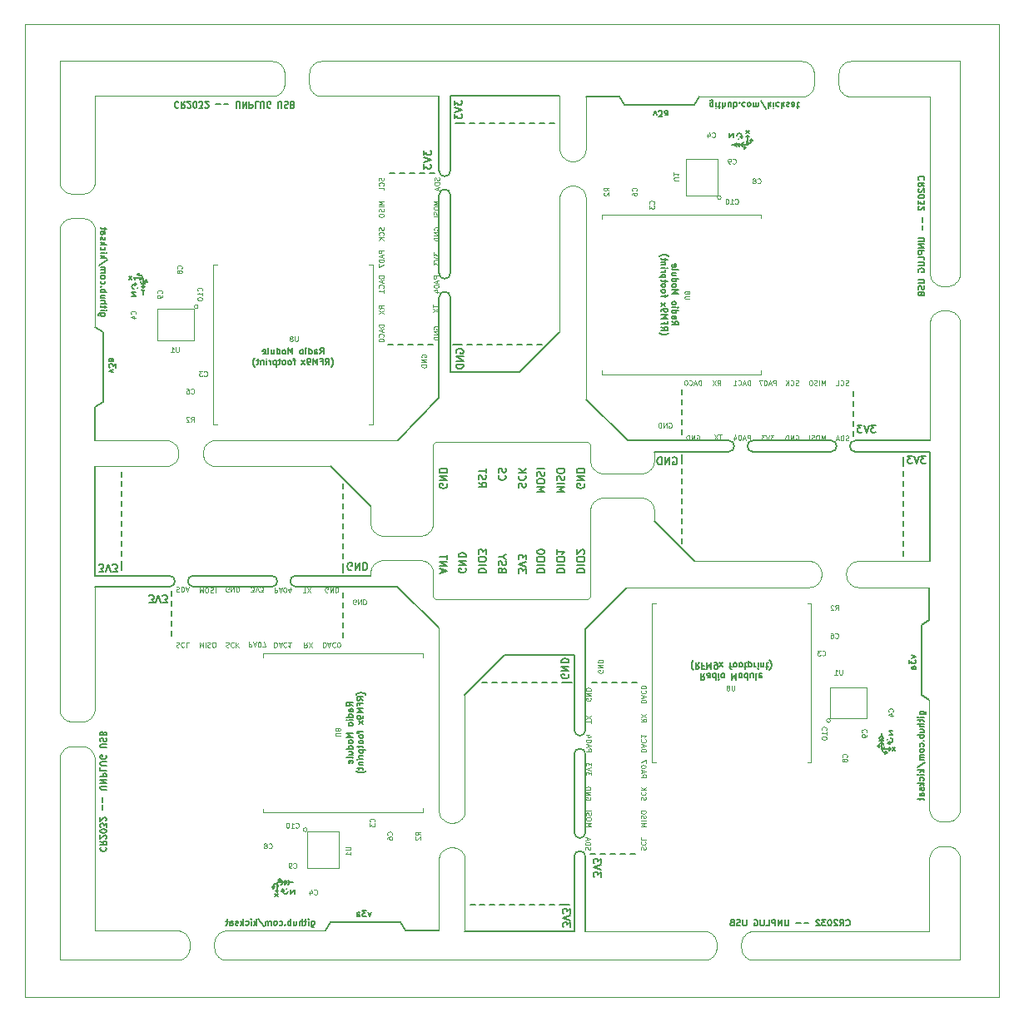
<source format=gbr>
G04 #@! TF.GenerationSoftware,KiCad,Pcbnew,(5.1.4)-1*
G04 #@! TF.CreationDate,2019-09-04T16:38:23-07:00*
G04 #@! TF.ProjectId,output.sprite_panel,6f757470-7574-42e7-9370-726974655f70,rev?*
G04 #@! TF.SameCoordinates,Original*
G04 #@! TF.FileFunction,Legend,Bot*
G04 #@! TF.FilePolarity,Positive*
%FSLAX46Y46*%
G04 Gerber Fmt 4.6, Leading zero omitted, Abs format (unit mm)*
G04 Created by KiCad (PCBNEW (5.1.4)-1) date 2019-09-04 16:38:23*
%MOMM*%
%LPD*%
G04 APERTURE LIST*
%ADD10C,0.150000*%
%ADD11C,0.190500*%
%ADD12C,0.101600*%
%ADD13C,0.127000*%
%ADD14C,0.050800*%
%ADD15C,0.100000*%
%ADD16C,0.120000*%
%ADD17C,0.088900*%
G04 APERTURE END LIST*
D10*
X174498000Y-108788200D02*
X174904400Y-108788200D01*
X174498000Y-109194600D02*
X174904400Y-109194600D01*
X174904400Y-109194600D02*
X174498000Y-108788200D01*
X173736000Y-109296200D02*
X173939200Y-109499400D01*
X174904400Y-110820200D02*
X175158400Y-110464600D01*
X173532800Y-109499400D02*
X173736000Y-109296200D01*
X173736000Y-109296200D02*
X173736000Y-108991400D01*
X174599600Y-109872734D02*
X174599600Y-110126734D01*
X174396400Y-110025134D02*
X174599600Y-109872734D01*
X173532800Y-109804200D02*
X173736000Y-109601000D01*
X174650400Y-109499400D02*
G75*
G02X174650400Y-110007400I0J-254000D01*
G01*
X173939200Y-109804200D02*
X173532800Y-109804200D01*
X174548800Y-110464600D02*
X174701200Y-110617000D01*
X173736000Y-110617000D02*
X174701200Y-110617000D01*
X173329600Y-110261400D02*
X173583600Y-110261400D01*
X174345600Y-110972600D02*
X174142400Y-111125000D01*
X174396400Y-109651800D02*
G75*
G03X174396400Y-109651800I-50800J0D01*
G01*
X174142400Y-110871000D02*
X174345600Y-110972600D01*
X173583600Y-110261400D02*
X173482000Y-110464600D01*
X174701200Y-110617000D02*
X174548800Y-110769400D01*
X174091600Y-110972600D02*
G75*
G02X174091600Y-110464600I0J254000D01*
G01*
X174142400Y-111125000D02*
X174142400Y-110871000D01*
X174599600Y-110126734D02*
X174396400Y-110025134D01*
X175158400Y-110820200D02*
X174904400Y-110464600D01*
X173482000Y-110261400D02*
G75*
G02X173990000Y-110261400I254000J0D01*
G01*
X173736000Y-110617000D02*
X173736000Y-109601000D01*
X173482000Y-110464600D02*
X173329600Y-110261400D01*
X174548800Y-110769400D02*
X174548800Y-110464600D01*
X173736000Y-109601000D02*
X173939200Y-109804200D01*
X134442200Y-126415800D02*
X133934200Y-126415800D01*
X145796000Y-103886000D02*
X145288000Y-103886000D01*
X141808200Y-103886000D02*
X141300200Y-103886000D01*
X138760200Y-103886000D02*
X138252200Y-103886000D01*
X144780000Y-103886000D02*
X144272000Y-103886000D01*
X146812000Y-103886000D02*
X146304000Y-103886000D01*
X136728200Y-103886000D02*
X136220200Y-103886000D01*
X141554200Y-126415800D02*
X141046200Y-126415800D01*
X135458200Y-126415800D02*
X134950200Y-126415800D01*
X136474200Y-126415800D02*
X135966200Y-126415800D01*
X139522200Y-126415800D02*
X139014200Y-126415800D01*
X134696200Y-103886000D02*
X134188200Y-103886000D01*
X133680200Y-103886000D02*
X133172200Y-103886000D01*
X140792200Y-103886000D02*
X140284200Y-103886000D01*
X148844000Y-103886000D02*
X148336000Y-103886000D01*
X141986000Y-126415800D02*
X141478000Y-126415800D01*
X147828000Y-103886000D02*
X147320000Y-103886000D01*
X142240000Y-103886000D02*
X141732000Y-103886000D01*
X137490200Y-126415800D02*
X136982200Y-126415800D01*
X143649700Y-98425000D02*
X147828000Y-94158400D01*
X139776200Y-103886000D02*
X139268200Y-103886000D01*
X133426200Y-126415800D02*
X132918200Y-126415800D01*
X132435600Y-126415800D02*
X131927600Y-126415800D01*
X140538200Y-126415800D02*
X140030200Y-126415800D01*
X135712200Y-103886000D02*
X135204200Y-103886000D01*
X137744200Y-103886000D02*
X137236200Y-103886000D01*
X138506200Y-126415800D02*
X137998200Y-126415800D01*
D11*
X142098485Y-128730828D02*
X142098485Y-128259114D01*
X141808200Y-128513114D01*
X141808200Y-128404257D01*
X141771914Y-128331685D01*
X141735628Y-128295400D01*
X141663057Y-128259114D01*
X141481628Y-128259114D01*
X141409057Y-128295400D01*
X141372771Y-128331685D01*
X141336485Y-128404257D01*
X141336485Y-128621971D01*
X141372771Y-128694542D01*
X141409057Y-128730828D01*
X142098485Y-128041400D02*
X141336485Y-127787400D01*
X142098485Y-127533400D01*
X142098485Y-127351971D02*
X142098485Y-126880257D01*
X141808200Y-127134257D01*
X141808200Y-127025400D01*
X141771914Y-126952828D01*
X141735628Y-126916542D01*
X141663057Y-126880257D01*
X141481628Y-126880257D01*
X141409057Y-126916542D01*
X141372771Y-126952828D01*
X141336485Y-127025400D01*
X141336485Y-127243114D01*
X141372771Y-127315685D01*
X141409057Y-127351971D01*
D12*
X149287290Y-110879466D02*
X149795290Y-110879466D01*
X149795290Y-110758514D01*
X149771100Y-110685942D01*
X149722719Y-110637561D01*
X149674338Y-110613371D01*
X149577576Y-110589180D01*
X149505004Y-110589180D01*
X149408242Y-110613371D01*
X149359861Y-110637561D01*
X149311480Y-110685942D01*
X149287290Y-110758514D01*
X149287290Y-110879466D01*
X149432433Y-110395657D02*
X149432433Y-110153752D01*
X149287290Y-110444038D02*
X149795290Y-110274704D01*
X149287290Y-110105371D01*
X149335671Y-109645752D02*
X149311480Y-109669942D01*
X149287290Y-109742514D01*
X149287290Y-109790895D01*
X149311480Y-109863466D01*
X149359861Y-109911847D01*
X149408242Y-109936038D01*
X149505004Y-109960228D01*
X149577576Y-109960228D01*
X149674338Y-109936038D01*
X149722719Y-109911847D01*
X149771100Y-109863466D01*
X149795290Y-109790895D01*
X149795290Y-109742514D01*
X149771100Y-109669942D01*
X149746909Y-109645752D01*
X149287290Y-109161942D02*
X149287290Y-109452228D01*
X149287290Y-109307085D02*
X149795290Y-109307085D01*
X149722719Y-109355466D01*
X149674338Y-109403847D01*
X149650147Y-109452228D01*
X149261890Y-113470871D02*
X149769890Y-113470871D01*
X149769890Y-113277347D01*
X149745700Y-113228966D01*
X149721509Y-113204776D01*
X149673128Y-113180585D01*
X149600557Y-113180585D01*
X149552176Y-113204776D01*
X149527985Y-113228966D01*
X149503795Y-113277347D01*
X149503795Y-113470871D01*
X149407033Y-112987061D02*
X149407033Y-112745157D01*
X149261890Y-113035442D02*
X149769890Y-112866109D01*
X149261890Y-112696776D01*
X149769890Y-112430680D02*
X149769890Y-112382300D01*
X149745700Y-112333919D01*
X149721509Y-112309728D01*
X149673128Y-112285538D01*
X149576366Y-112261347D01*
X149455414Y-112261347D01*
X149358652Y-112285538D01*
X149310271Y-112309728D01*
X149286080Y-112333919D01*
X149261890Y-112382300D01*
X149261890Y-112430680D01*
X149286080Y-112479061D01*
X149310271Y-112503252D01*
X149358652Y-112527442D01*
X149455414Y-112551633D01*
X149576366Y-112551633D01*
X149673128Y-112527442D01*
X149721509Y-112503252D01*
X149745700Y-112479061D01*
X149769890Y-112430680D01*
X149769890Y-112092014D02*
X149769890Y-111753347D01*
X149261890Y-111971061D01*
X144145000Y-115525247D02*
X144169190Y-115573628D01*
X144169190Y-115646200D01*
X144145000Y-115718771D01*
X144096619Y-115767152D01*
X144048238Y-115791342D01*
X143951476Y-115815533D01*
X143878904Y-115815533D01*
X143782142Y-115791342D01*
X143733761Y-115767152D01*
X143685380Y-115718771D01*
X143661190Y-115646200D01*
X143661190Y-115597819D01*
X143685380Y-115525247D01*
X143709571Y-115501057D01*
X143878904Y-115501057D01*
X143878904Y-115597819D01*
X143661190Y-115283342D02*
X144169190Y-115283342D01*
X143661190Y-114993057D01*
X144169190Y-114993057D01*
X143661190Y-114751152D02*
X144169190Y-114751152D01*
X144169190Y-114630200D01*
X144145000Y-114557628D01*
X144096619Y-114509247D01*
X144048238Y-114485057D01*
X143951476Y-114460866D01*
X143878904Y-114460866D01*
X143782142Y-114485057D01*
X143733761Y-114509247D01*
X143685380Y-114557628D01*
X143661190Y-114630200D01*
X143661190Y-114751152D01*
X143711990Y-118476485D02*
X144219990Y-118476485D01*
X143857133Y-118307152D01*
X144219990Y-118137819D01*
X143711990Y-118137819D01*
X144219990Y-117799152D02*
X144219990Y-117702390D01*
X144195800Y-117654009D01*
X144147419Y-117605628D01*
X144050657Y-117581438D01*
X143881323Y-117581438D01*
X143784561Y-117605628D01*
X143736180Y-117654009D01*
X143711990Y-117702390D01*
X143711990Y-117799152D01*
X143736180Y-117847533D01*
X143784561Y-117895914D01*
X143881323Y-117920104D01*
X144050657Y-117920104D01*
X144147419Y-117895914D01*
X144195800Y-117847533D01*
X144219990Y-117799152D01*
X143736180Y-117387914D02*
X143711990Y-117315342D01*
X143711990Y-117194390D01*
X143736180Y-117146009D01*
X143760371Y-117121819D01*
X143808752Y-117097628D01*
X143857133Y-117097628D01*
X143905514Y-117121819D01*
X143929704Y-117146009D01*
X143953895Y-117194390D01*
X143978085Y-117291152D01*
X144002276Y-117339533D01*
X144026466Y-117363723D01*
X144074847Y-117387914D01*
X144123228Y-117387914D01*
X144171609Y-117363723D01*
X144195800Y-117339533D01*
X144219990Y-117291152D01*
X144219990Y-117170200D01*
X144195800Y-117097628D01*
X143711990Y-116879914D02*
X144219990Y-116879914D01*
X149298780Y-120848361D02*
X149274590Y-120775790D01*
X149274590Y-120654838D01*
X149298780Y-120606457D01*
X149322971Y-120582266D01*
X149371352Y-120558076D01*
X149419733Y-120558076D01*
X149468114Y-120582266D01*
X149492304Y-120606457D01*
X149516495Y-120654838D01*
X149540685Y-120751600D01*
X149564876Y-120799980D01*
X149589066Y-120824171D01*
X149637447Y-120848361D01*
X149685828Y-120848361D01*
X149734209Y-120824171D01*
X149758400Y-120799980D01*
X149782590Y-120751600D01*
X149782590Y-120630647D01*
X149758400Y-120558076D01*
X149322971Y-120050076D02*
X149298780Y-120074266D01*
X149274590Y-120146838D01*
X149274590Y-120195219D01*
X149298780Y-120267790D01*
X149347161Y-120316171D01*
X149395542Y-120340361D01*
X149492304Y-120364552D01*
X149564876Y-120364552D01*
X149661638Y-120340361D01*
X149710019Y-120316171D01*
X149758400Y-120267790D01*
X149782590Y-120195219D01*
X149782590Y-120146838D01*
X149758400Y-120074266D01*
X149734209Y-120050076D01*
X149274590Y-119590457D02*
X149274590Y-119832361D01*
X149782590Y-119832361D01*
X144181890Y-113265252D02*
X144181890Y-112950776D01*
X143988366Y-113120109D01*
X143988366Y-113047538D01*
X143964176Y-112999157D01*
X143939985Y-112974966D01*
X143891604Y-112950776D01*
X143770652Y-112950776D01*
X143722271Y-112974966D01*
X143698080Y-112999157D01*
X143673890Y-113047538D01*
X143673890Y-113192680D01*
X143698080Y-113241061D01*
X143722271Y-113265252D01*
X144181890Y-112805633D02*
X143673890Y-112636300D01*
X144181890Y-112466966D01*
X144181890Y-112346014D02*
X144181890Y-112031538D01*
X143988366Y-112200871D01*
X143988366Y-112128300D01*
X143964176Y-112079919D01*
X143939985Y-112055728D01*
X143891604Y-112031538D01*
X143770652Y-112031538D01*
X143722271Y-112055728D01*
X143698080Y-112079919D01*
X143673890Y-112128300D01*
X143673890Y-112273442D01*
X143698080Y-112321823D01*
X143722271Y-112346014D01*
X149298780Y-115791342D02*
X149274590Y-115718771D01*
X149274590Y-115597819D01*
X149298780Y-115549438D01*
X149322971Y-115525247D01*
X149371352Y-115501057D01*
X149419733Y-115501057D01*
X149468114Y-115525247D01*
X149492304Y-115549438D01*
X149516495Y-115597819D01*
X149540685Y-115694580D01*
X149564876Y-115742961D01*
X149589066Y-115767152D01*
X149637447Y-115791342D01*
X149685828Y-115791342D01*
X149734209Y-115767152D01*
X149758400Y-115742961D01*
X149782590Y-115694580D01*
X149782590Y-115573628D01*
X149758400Y-115501057D01*
X149322971Y-114993057D02*
X149298780Y-115017247D01*
X149274590Y-115089819D01*
X149274590Y-115138200D01*
X149298780Y-115210771D01*
X149347161Y-115259152D01*
X149395542Y-115283342D01*
X149492304Y-115307533D01*
X149564876Y-115307533D01*
X149661638Y-115283342D01*
X149710019Y-115259152D01*
X149758400Y-115210771D01*
X149782590Y-115138200D01*
X149782590Y-115089819D01*
X149758400Y-115017247D01*
X149734209Y-114993057D01*
X149274590Y-114775342D02*
X149782590Y-114775342D01*
X149274590Y-114485057D02*
X149564876Y-114702771D01*
X149782590Y-114485057D02*
X149492304Y-114775342D01*
D11*
X145231485Y-123621428D02*
X145231485Y-123149714D01*
X144941200Y-123403714D01*
X144941200Y-123294857D01*
X144904914Y-123222285D01*
X144868628Y-123186000D01*
X144796057Y-123149714D01*
X144614628Y-123149714D01*
X144542057Y-123186000D01*
X144505771Y-123222285D01*
X144469485Y-123294857D01*
X144469485Y-123512571D01*
X144505771Y-123585142D01*
X144542057Y-123621428D01*
X145231485Y-122932000D02*
X144469485Y-122678000D01*
X145231485Y-122424000D01*
X145231485Y-122242571D02*
X145231485Y-121770857D01*
X144941200Y-122024857D01*
X144941200Y-121916000D01*
X144904914Y-121843428D01*
X144868628Y-121807142D01*
X144796057Y-121770857D01*
X144614628Y-121770857D01*
X144542057Y-121807142D01*
X144505771Y-121843428D01*
X144469485Y-121916000D01*
X144469485Y-122133714D01*
X144505771Y-122206285D01*
X144542057Y-122242571D01*
D12*
X145415000Y-102596647D02*
X145439190Y-102645028D01*
X145439190Y-102717600D01*
X145415000Y-102790171D01*
X145366619Y-102838552D01*
X145318238Y-102862742D01*
X145221476Y-102886933D01*
X145148904Y-102886933D01*
X145052142Y-102862742D01*
X145003761Y-102838552D01*
X144955380Y-102790171D01*
X144931190Y-102717600D01*
X144931190Y-102669219D01*
X144955380Y-102596647D01*
X144979571Y-102572457D01*
X145148904Y-102572457D01*
X145148904Y-102669219D01*
X144931190Y-102354742D02*
X145439190Y-102354742D01*
X144931190Y-102064457D01*
X145439190Y-102064457D01*
X144931190Y-101822552D02*
X145439190Y-101822552D01*
X145439190Y-101701600D01*
X145415000Y-101629028D01*
X145366619Y-101580647D01*
X145318238Y-101556457D01*
X145221476Y-101532266D01*
X145148904Y-101532266D01*
X145052142Y-101556457D01*
X145003761Y-101580647D01*
X144955380Y-101629028D01*
X144931190Y-101701600D01*
X144931190Y-101822552D01*
X149274590Y-118476485D02*
X149782590Y-118476485D01*
X149419733Y-118307152D01*
X149782590Y-118137819D01*
X149274590Y-118137819D01*
X149274590Y-117895914D02*
X149782590Y-117895914D01*
X149298780Y-117678200D02*
X149274590Y-117605628D01*
X149274590Y-117484676D01*
X149298780Y-117436295D01*
X149322971Y-117412104D01*
X149371352Y-117387914D01*
X149419733Y-117387914D01*
X149468114Y-117412104D01*
X149492304Y-117436295D01*
X149516495Y-117484676D01*
X149540685Y-117581438D01*
X149564876Y-117629819D01*
X149589066Y-117654009D01*
X149637447Y-117678200D01*
X149685828Y-117678200D01*
X149734209Y-117654009D01*
X149758400Y-117629819D01*
X149782590Y-117581438D01*
X149782590Y-117460485D01*
X149758400Y-117387914D01*
X149782590Y-117073438D02*
X149782590Y-116976676D01*
X149758400Y-116928295D01*
X149710019Y-116879914D01*
X149613257Y-116855723D01*
X149443923Y-116855723D01*
X149347161Y-116879914D01*
X149298780Y-116928295D01*
X149274590Y-116976676D01*
X149274590Y-117073438D01*
X149298780Y-117121819D01*
X149347161Y-117170200D01*
X149443923Y-117194390D01*
X149613257Y-117194390D01*
X149710019Y-117170200D01*
X149758400Y-117121819D01*
X149782590Y-117073438D01*
X143659980Y-120860457D02*
X143635790Y-120787885D01*
X143635790Y-120666933D01*
X143659980Y-120618552D01*
X143684171Y-120594361D01*
X143732552Y-120570171D01*
X143780933Y-120570171D01*
X143829314Y-120594361D01*
X143853504Y-120618552D01*
X143877695Y-120666933D01*
X143901885Y-120763695D01*
X143926076Y-120812076D01*
X143950266Y-120836266D01*
X143998647Y-120860457D01*
X144047028Y-120860457D01*
X144095409Y-120836266D01*
X144119600Y-120812076D01*
X144143790Y-120763695D01*
X144143790Y-120642742D01*
X144119600Y-120570171D01*
X143635790Y-120352457D02*
X144143790Y-120352457D01*
X144143790Y-120231504D01*
X144119600Y-120158933D01*
X144071219Y-120110552D01*
X144022838Y-120086361D01*
X143926076Y-120062171D01*
X143853504Y-120062171D01*
X143756742Y-120086361D01*
X143708361Y-120110552D01*
X143659980Y-120158933D01*
X143635790Y-120231504D01*
X143635790Y-120352457D01*
X143780933Y-119868647D02*
X143780933Y-119626742D01*
X143635790Y-119917028D02*
X144143790Y-119747695D01*
X143635790Y-119578361D01*
D11*
X141909800Y-103018771D02*
X141946085Y-103091342D01*
X141946085Y-103200200D01*
X141909800Y-103309057D01*
X141837228Y-103381628D01*
X141764657Y-103417914D01*
X141619514Y-103454200D01*
X141510657Y-103454200D01*
X141365514Y-103417914D01*
X141292942Y-103381628D01*
X141220371Y-103309057D01*
X141184085Y-103200200D01*
X141184085Y-103127628D01*
X141220371Y-103018771D01*
X141256657Y-102982485D01*
X141510657Y-102982485D01*
X141510657Y-103127628D01*
X141184085Y-102655914D02*
X141946085Y-102655914D01*
X141184085Y-102220485D01*
X141946085Y-102220485D01*
X141184085Y-101857628D02*
X141946085Y-101857628D01*
X141946085Y-101676200D01*
X141909800Y-101567342D01*
X141837228Y-101494771D01*
X141764657Y-101458485D01*
X141619514Y-101422200D01*
X141510657Y-101422200D01*
X141365514Y-101458485D01*
X141292942Y-101494771D01*
X141220371Y-101567342D01*
X141184085Y-101676200D01*
X141184085Y-101857628D01*
D12*
X144170400Y-105441447D02*
X144194590Y-105489828D01*
X144194590Y-105562400D01*
X144170400Y-105634971D01*
X144122019Y-105683352D01*
X144073638Y-105707542D01*
X143976876Y-105731733D01*
X143904304Y-105731733D01*
X143807542Y-105707542D01*
X143759161Y-105683352D01*
X143710780Y-105634971D01*
X143686590Y-105562400D01*
X143686590Y-105514019D01*
X143710780Y-105441447D01*
X143734971Y-105417257D01*
X143904304Y-105417257D01*
X143904304Y-105514019D01*
X143686590Y-105199542D02*
X144194590Y-105199542D01*
X143686590Y-104909257D01*
X144194590Y-104909257D01*
X143686590Y-104667352D02*
X144194590Y-104667352D01*
X144194590Y-104546400D01*
X144170400Y-104473828D01*
X144122019Y-104425447D01*
X144073638Y-104401257D01*
X143976876Y-104377066D01*
X143904304Y-104377066D01*
X143807542Y-104401257D01*
X143759161Y-104425447D01*
X143710780Y-104473828D01*
X143686590Y-104546400D01*
X143686590Y-104667352D01*
D13*
X176787628Y-101049666D02*
X177210961Y-101200857D01*
X176787628Y-101352047D01*
X176575961Y-101533476D02*
X176575961Y-101926571D01*
X176817866Y-101714904D01*
X176817866Y-101805619D01*
X176848104Y-101866095D01*
X176878342Y-101896333D01*
X176938819Y-101926571D01*
X177090009Y-101926571D01*
X177150485Y-101896333D01*
X177180723Y-101866095D01*
X177210961Y-101805619D01*
X177210961Y-101624190D01*
X177180723Y-101563714D01*
X177150485Y-101533476D01*
X177210961Y-102470857D02*
X176878342Y-102470857D01*
X176817866Y-102440619D01*
X176787628Y-102380142D01*
X176787628Y-102259190D01*
X176817866Y-102198714D01*
X177180723Y-102470857D02*
X177210961Y-102410380D01*
X177210961Y-102259190D01*
X177180723Y-102198714D01*
X177120247Y-102168476D01*
X177059771Y-102168476D01*
X176999295Y-102198714D01*
X176969057Y-102259190D01*
X176969057Y-102410380D01*
X176938819Y-102470857D01*
X170149761Y-128534885D02*
X170180000Y-128565123D01*
X170270714Y-128595361D01*
X170331190Y-128595361D01*
X170421904Y-128565123D01*
X170482380Y-128504647D01*
X170512619Y-128444171D01*
X170542857Y-128323219D01*
X170542857Y-128232504D01*
X170512619Y-128111552D01*
X170482380Y-128051076D01*
X170421904Y-127990600D01*
X170331190Y-127960361D01*
X170270714Y-127960361D01*
X170180000Y-127990600D01*
X170149761Y-128020838D01*
X169514761Y-128595361D02*
X169726428Y-128292980D01*
X169877619Y-128595361D02*
X169877619Y-127960361D01*
X169635714Y-127960361D01*
X169575238Y-127990600D01*
X169545000Y-128020838D01*
X169514761Y-128081314D01*
X169514761Y-128172028D01*
X169545000Y-128232504D01*
X169575238Y-128262742D01*
X169635714Y-128292980D01*
X169877619Y-128292980D01*
X169272857Y-128020838D02*
X169242619Y-127990600D01*
X169182142Y-127960361D01*
X169030952Y-127960361D01*
X168970476Y-127990600D01*
X168940238Y-128020838D01*
X168910000Y-128081314D01*
X168910000Y-128141790D01*
X168940238Y-128232504D01*
X169303095Y-128595361D01*
X168910000Y-128595361D01*
X168516904Y-127960361D02*
X168456428Y-127960361D01*
X168395952Y-127990600D01*
X168365714Y-128020838D01*
X168335476Y-128081314D01*
X168305238Y-128202266D01*
X168305238Y-128353457D01*
X168335476Y-128474409D01*
X168365714Y-128534885D01*
X168395952Y-128565123D01*
X168456428Y-128595361D01*
X168516904Y-128595361D01*
X168577380Y-128565123D01*
X168607619Y-128534885D01*
X168637857Y-128474409D01*
X168668095Y-128353457D01*
X168668095Y-128202266D01*
X168637857Y-128081314D01*
X168607619Y-128020838D01*
X168577380Y-127990600D01*
X168516904Y-127960361D01*
X168093571Y-127960361D02*
X167700476Y-127960361D01*
X167912142Y-128202266D01*
X167821428Y-128202266D01*
X167760952Y-128232504D01*
X167730714Y-128262742D01*
X167700476Y-128323219D01*
X167700476Y-128474409D01*
X167730714Y-128534885D01*
X167760952Y-128565123D01*
X167821428Y-128595361D01*
X168002857Y-128595361D01*
X168063333Y-128565123D01*
X168093571Y-128534885D01*
X167458571Y-128020838D02*
X167428333Y-127990600D01*
X167367857Y-127960361D01*
X167216666Y-127960361D01*
X167156190Y-127990600D01*
X167125952Y-128020838D01*
X167095714Y-128081314D01*
X167095714Y-128141790D01*
X167125952Y-128232504D01*
X167488809Y-128595361D01*
X167095714Y-128595361D01*
X166339761Y-128353457D02*
X165855952Y-128353457D01*
X165553571Y-128353457D02*
X165069761Y-128353457D01*
X164283571Y-127960361D02*
X164283571Y-128474409D01*
X164253333Y-128534885D01*
X164223095Y-128565123D01*
X164162619Y-128595361D01*
X164041666Y-128595361D01*
X163981190Y-128565123D01*
X163950952Y-128534885D01*
X163920714Y-128474409D01*
X163920714Y-127960361D01*
X163618333Y-128595361D02*
X163618333Y-127960361D01*
X163255476Y-128595361D01*
X163255476Y-127960361D01*
X162953095Y-128595361D02*
X162953095Y-127960361D01*
X162711190Y-127960361D01*
X162650714Y-127990600D01*
X162620476Y-128020838D01*
X162590238Y-128081314D01*
X162590238Y-128172028D01*
X162620476Y-128232504D01*
X162650714Y-128262742D01*
X162711190Y-128292980D01*
X162953095Y-128292980D01*
X162015714Y-128595361D02*
X162318095Y-128595361D01*
X162318095Y-127960361D01*
X161804047Y-127960361D02*
X161804047Y-128474409D01*
X161773809Y-128534885D01*
X161743571Y-128565123D01*
X161683095Y-128595361D01*
X161562142Y-128595361D01*
X161501666Y-128565123D01*
X161471428Y-128534885D01*
X161441190Y-128474409D01*
X161441190Y-127960361D01*
X160806190Y-127990600D02*
X160866666Y-127960361D01*
X160957380Y-127960361D01*
X161048095Y-127990600D01*
X161108571Y-128051076D01*
X161138809Y-128111552D01*
X161169047Y-128232504D01*
X161169047Y-128323219D01*
X161138809Y-128444171D01*
X161108571Y-128504647D01*
X161048095Y-128565123D01*
X160957380Y-128595361D01*
X160896904Y-128595361D01*
X160806190Y-128565123D01*
X160775952Y-128534885D01*
X160775952Y-128323219D01*
X160896904Y-128323219D01*
X160020000Y-127960361D02*
X160020000Y-128474409D01*
X159989761Y-128534885D01*
X159959523Y-128565123D01*
X159899047Y-128595361D01*
X159778095Y-128595361D01*
X159717619Y-128565123D01*
X159687380Y-128534885D01*
X159657142Y-128474409D01*
X159657142Y-127960361D01*
X159385000Y-128565123D02*
X159294285Y-128595361D01*
X159143095Y-128595361D01*
X159082619Y-128565123D01*
X159052380Y-128534885D01*
X159022142Y-128474409D01*
X159022142Y-128413933D01*
X159052380Y-128353457D01*
X159082619Y-128323219D01*
X159143095Y-128292980D01*
X159264047Y-128262742D01*
X159324523Y-128232504D01*
X159354761Y-128202266D01*
X159385000Y-128141790D01*
X159385000Y-128081314D01*
X159354761Y-128020838D01*
X159324523Y-127990600D01*
X159264047Y-127960361D01*
X159112857Y-127960361D01*
X159022142Y-127990600D01*
X158538333Y-128262742D02*
X158447619Y-128292980D01*
X158417380Y-128323219D01*
X158387142Y-128383695D01*
X158387142Y-128474409D01*
X158417380Y-128534885D01*
X158447619Y-128565123D01*
X158508095Y-128595361D01*
X158750000Y-128595361D01*
X158750000Y-127960361D01*
X158538333Y-127960361D01*
X158477857Y-127990600D01*
X158447619Y-128020838D01*
X158417380Y-128081314D01*
X158417380Y-128141790D01*
X158447619Y-128202266D01*
X158477857Y-128232504D01*
X158538333Y-128262742D01*
X158750000Y-128262742D01*
X177638528Y-107089423D02*
X178152576Y-107089423D01*
X178213052Y-107059185D01*
X178243290Y-107028947D01*
X178273528Y-106968471D01*
X178273528Y-106877757D01*
X178243290Y-106817280D01*
X178031623Y-107089423D02*
X178061861Y-107028947D01*
X178061861Y-106907995D01*
X178031623Y-106847519D01*
X178001385Y-106817280D01*
X177940909Y-106787042D01*
X177759480Y-106787042D01*
X177699004Y-106817280D01*
X177668766Y-106847519D01*
X177638528Y-106907995D01*
X177638528Y-107028947D01*
X177668766Y-107089423D01*
X178061861Y-107391804D02*
X177638528Y-107391804D01*
X177426861Y-107391804D02*
X177457100Y-107361566D01*
X177487338Y-107391804D01*
X177457100Y-107422042D01*
X177426861Y-107391804D01*
X177487338Y-107391804D01*
X177638528Y-107603471D02*
X177638528Y-107845376D01*
X177426861Y-107694185D02*
X177971147Y-107694185D01*
X178031623Y-107724423D01*
X178061861Y-107784900D01*
X178061861Y-107845376D01*
X178061861Y-108057042D02*
X177426861Y-108057042D01*
X178061861Y-108329185D02*
X177729242Y-108329185D01*
X177668766Y-108298947D01*
X177638528Y-108238471D01*
X177638528Y-108147757D01*
X177668766Y-108087280D01*
X177699004Y-108057042D01*
X177638528Y-108903709D02*
X178061861Y-108903709D01*
X177638528Y-108631566D02*
X177971147Y-108631566D01*
X178031623Y-108661804D01*
X178061861Y-108722280D01*
X178061861Y-108812995D01*
X178031623Y-108873471D01*
X178001385Y-108903709D01*
X178061861Y-109206090D02*
X177426861Y-109206090D01*
X177668766Y-109206090D02*
X177638528Y-109266566D01*
X177638528Y-109387519D01*
X177668766Y-109447995D01*
X177699004Y-109478233D01*
X177759480Y-109508471D01*
X177940909Y-109508471D01*
X178001385Y-109478233D01*
X178031623Y-109447995D01*
X178061861Y-109387519D01*
X178061861Y-109266566D01*
X178031623Y-109206090D01*
X178001385Y-109780614D02*
X178031623Y-109810852D01*
X178061861Y-109780614D01*
X178031623Y-109750376D01*
X178001385Y-109780614D01*
X178061861Y-109780614D01*
X178031623Y-110355138D02*
X178061861Y-110294661D01*
X178061861Y-110173709D01*
X178031623Y-110113233D01*
X178001385Y-110082995D01*
X177940909Y-110052757D01*
X177759480Y-110052757D01*
X177699004Y-110082995D01*
X177668766Y-110113233D01*
X177638528Y-110173709D01*
X177638528Y-110294661D01*
X177668766Y-110355138D01*
X178061861Y-110717995D02*
X178031623Y-110657519D01*
X178001385Y-110627280D01*
X177940909Y-110597042D01*
X177759480Y-110597042D01*
X177699004Y-110627280D01*
X177668766Y-110657519D01*
X177638528Y-110717995D01*
X177638528Y-110808709D01*
X177668766Y-110869185D01*
X177699004Y-110899423D01*
X177759480Y-110929661D01*
X177940909Y-110929661D01*
X178001385Y-110899423D01*
X178031623Y-110869185D01*
X178061861Y-110808709D01*
X178061861Y-110717995D01*
X178061861Y-111201804D02*
X177638528Y-111201804D01*
X177699004Y-111201804D02*
X177668766Y-111232042D01*
X177638528Y-111292519D01*
X177638528Y-111383233D01*
X177668766Y-111443709D01*
X177729242Y-111473947D01*
X178061861Y-111473947D01*
X177729242Y-111473947D02*
X177668766Y-111504185D01*
X177638528Y-111564661D01*
X177638528Y-111655376D01*
X177668766Y-111715852D01*
X177729242Y-111746090D01*
X178061861Y-111746090D01*
X177396623Y-112502042D02*
X178213052Y-111957757D01*
X178061861Y-112713709D02*
X177426861Y-112713709D01*
X177819957Y-112774185D02*
X178061861Y-112955614D01*
X177638528Y-112955614D02*
X177880433Y-112713709D01*
X178061861Y-113227757D02*
X177638528Y-113227757D01*
X177426861Y-113227757D02*
X177457100Y-113197519D01*
X177487338Y-113227757D01*
X177457100Y-113257995D01*
X177426861Y-113227757D01*
X177487338Y-113227757D01*
X178031623Y-113802280D02*
X178061861Y-113741804D01*
X178061861Y-113620852D01*
X178031623Y-113560376D01*
X178001385Y-113530138D01*
X177940909Y-113499900D01*
X177759480Y-113499900D01*
X177699004Y-113530138D01*
X177668766Y-113560376D01*
X177638528Y-113620852D01*
X177638528Y-113741804D01*
X177668766Y-113802280D01*
X178061861Y-114074423D02*
X177426861Y-114074423D01*
X177819957Y-114134900D02*
X178061861Y-114316328D01*
X177638528Y-114316328D02*
X177880433Y-114074423D01*
X178031623Y-114558233D02*
X178061861Y-114618709D01*
X178061861Y-114739661D01*
X178031623Y-114800138D01*
X177971147Y-114830376D01*
X177940909Y-114830376D01*
X177880433Y-114800138D01*
X177850195Y-114739661D01*
X177850195Y-114648947D01*
X177819957Y-114588471D01*
X177759480Y-114558233D01*
X177729242Y-114558233D01*
X177668766Y-114588471D01*
X177638528Y-114648947D01*
X177638528Y-114739661D01*
X177668766Y-114800138D01*
X178061861Y-115374661D02*
X177729242Y-115374661D01*
X177668766Y-115344423D01*
X177638528Y-115283947D01*
X177638528Y-115162995D01*
X177668766Y-115102519D01*
X178031623Y-115374661D02*
X178061861Y-115314185D01*
X178061861Y-115162995D01*
X178031623Y-115102519D01*
X177971147Y-115072280D01*
X177910671Y-115072280D01*
X177850195Y-115102519D01*
X177819957Y-115162995D01*
X177819957Y-115314185D01*
X177789719Y-115374661D01*
X177638528Y-115586328D02*
X177638528Y-115828233D01*
X177426861Y-115677042D02*
X177971147Y-115677042D01*
X178031623Y-115707280D01*
X178061861Y-115767757D01*
X178061861Y-115828233D01*
D12*
X149287290Y-105901066D02*
X149795290Y-105901066D01*
X149795290Y-105780114D01*
X149771100Y-105707542D01*
X149722719Y-105659161D01*
X149674338Y-105634971D01*
X149577576Y-105610780D01*
X149505004Y-105610780D01*
X149408242Y-105634971D01*
X149359861Y-105659161D01*
X149311480Y-105707542D01*
X149287290Y-105780114D01*
X149287290Y-105901066D01*
X149432433Y-105417257D02*
X149432433Y-105175352D01*
X149287290Y-105465638D02*
X149795290Y-105296304D01*
X149287290Y-105126971D01*
X149335671Y-104667352D02*
X149311480Y-104691542D01*
X149287290Y-104764114D01*
X149287290Y-104812495D01*
X149311480Y-104885066D01*
X149359861Y-104933447D01*
X149408242Y-104957638D01*
X149505004Y-104981828D01*
X149577576Y-104981828D01*
X149674338Y-104957638D01*
X149722719Y-104933447D01*
X149771100Y-104885066D01*
X149795290Y-104812495D01*
X149795290Y-104764114D01*
X149771100Y-104691542D01*
X149746909Y-104667352D01*
X149795290Y-104352876D02*
X149795290Y-104304495D01*
X149771100Y-104256114D01*
X149746909Y-104231923D01*
X149698528Y-104207733D01*
X149601766Y-104183542D01*
X149480814Y-104183542D01*
X149384052Y-104207733D01*
X149335671Y-104231923D01*
X149311480Y-104256114D01*
X149287290Y-104304495D01*
X149287290Y-104352876D01*
X149311480Y-104401257D01*
X149335671Y-104425447D01*
X149384052Y-104449638D01*
X149480814Y-104473828D01*
X149601766Y-104473828D01*
X149698528Y-104449638D01*
X149746909Y-104425447D01*
X149771100Y-104401257D01*
X149795290Y-104352876D01*
X149287290Y-107552066D02*
X149529195Y-107721400D01*
X149287290Y-107842352D02*
X149795290Y-107842352D01*
X149795290Y-107648828D01*
X149771100Y-107600447D01*
X149746909Y-107576257D01*
X149698528Y-107552066D01*
X149625957Y-107552066D01*
X149577576Y-107576257D01*
X149553385Y-107600447D01*
X149529195Y-107648828D01*
X149529195Y-107842352D01*
X149795290Y-107382733D02*
X149287290Y-107044066D01*
X149795290Y-107044066D02*
X149287290Y-107382733D01*
X144258090Y-107956047D02*
X144258090Y-107665761D01*
X143750090Y-107810904D02*
X144258090Y-107810904D01*
X144258090Y-107544809D02*
X143750090Y-107206142D01*
X144258090Y-107206142D02*
X143750090Y-107544809D01*
D13*
X155774571Y-102919288D02*
X155562904Y-103221669D01*
X155411714Y-102919288D02*
X155411714Y-103554288D01*
X155653619Y-103554288D01*
X155714095Y-103524050D01*
X155744333Y-103493811D01*
X155774571Y-103433335D01*
X155774571Y-103342621D01*
X155744333Y-103282145D01*
X155714095Y-103251907D01*
X155653619Y-103221669D01*
X155411714Y-103221669D01*
X156318857Y-102919288D02*
X156318857Y-103251907D01*
X156288619Y-103312383D01*
X156228142Y-103342621D01*
X156107190Y-103342621D01*
X156046714Y-103312383D01*
X156318857Y-102949526D02*
X156258380Y-102919288D01*
X156107190Y-102919288D01*
X156046714Y-102949526D01*
X156016476Y-103010002D01*
X156016476Y-103070478D01*
X156046714Y-103130954D01*
X156107190Y-103161192D01*
X156258380Y-103161192D01*
X156318857Y-103191430D01*
X156893380Y-102919288D02*
X156893380Y-103554288D01*
X156893380Y-102949526D02*
X156832904Y-102919288D01*
X156711952Y-102919288D01*
X156651476Y-102949526D01*
X156621238Y-102979764D01*
X156591000Y-103040240D01*
X156591000Y-103221669D01*
X156621238Y-103282145D01*
X156651476Y-103312383D01*
X156711952Y-103342621D01*
X156832904Y-103342621D01*
X156893380Y-103312383D01*
X157195761Y-102919288D02*
X157195761Y-103342621D01*
X157195761Y-103554288D02*
X157165523Y-103524050D01*
X157195761Y-103493811D01*
X157226000Y-103524050D01*
X157195761Y-103554288D01*
X157195761Y-103493811D01*
X157588857Y-102919288D02*
X157528380Y-102949526D01*
X157498142Y-102979764D01*
X157467904Y-103040240D01*
X157467904Y-103221669D01*
X157498142Y-103282145D01*
X157528380Y-103312383D01*
X157588857Y-103342621D01*
X157679571Y-103342621D01*
X157740047Y-103312383D01*
X157770285Y-103282145D01*
X157800523Y-103221669D01*
X157800523Y-103040240D01*
X157770285Y-102979764D01*
X157740047Y-102949526D01*
X157679571Y-102919288D01*
X157588857Y-102919288D01*
X158556476Y-102919288D02*
X158556476Y-103554288D01*
X158768142Y-103100716D01*
X158979809Y-103554288D01*
X158979809Y-102919288D01*
X159372904Y-102919288D02*
X159312428Y-102949526D01*
X159282190Y-102979764D01*
X159251952Y-103040240D01*
X159251952Y-103221669D01*
X159282190Y-103282145D01*
X159312428Y-103312383D01*
X159372904Y-103342621D01*
X159463619Y-103342621D01*
X159524095Y-103312383D01*
X159554333Y-103282145D01*
X159584571Y-103221669D01*
X159584571Y-103040240D01*
X159554333Y-102979764D01*
X159524095Y-102949526D01*
X159463619Y-102919288D01*
X159372904Y-102919288D01*
X160128857Y-102919288D02*
X160128857Y-103554288D01*
X160128857Y-102949526D02*
X160068380Y-102919288D01*
X159947428Y-102919288D01*
X159886952Y-102949526D01*
X159856714Y-102979764D01*
X159826476Y-103040240D01*
X159826476Y-103221669D01*
X159856714Y-103282145D01*
X159886952Y-103312383D01*
X159947428Y-103342621D01*
X160068380Y-103342621D01*
X160128857Y-103312383D01*
X160703380Y-103342621D02*
X160703380Y-102919288D01*
X160431238Y-103342621D02*
X160431238Y-103010002D01*
X160461476Y-102949526D01*
X160521952Y-102919288D01*
X160612666Y-102919288D01*
X160673142Y-102949526D01*
X160703380Y-102979764D01*
X161096476Y-102919288D02*
X161036000Y-102949526D01*
X161005761Y-103010002D01*
X161005761Y-103554288D01*
X161580285Y-102949526D02*
X161519809Y-102919288D01*
X161398857Y-102919288D01*
X161338380Y-102949526D01*
X161308142Y-103010002D01*
X161308142Y-103251907D01*
X161338380Y-103312383D01*
X161398857Y-103342621D01*
X161519809Y-103342621D01*
X161580285Y-103312383D01*
X161610523Y-103251907D01*
X161610523Y-103191430D01*
X161308142Y-103130954D01*
X154610404Y-101597883D02*
X154580166Y-101628121D01*
X154519690Y-101718835D01*
X154489452Y-101779311D01*
X154459214Y-101870026D01*
X154428976Y-102021216D01*
X154428976Y-102142169D01*
X154459214Y-102293359D01*
X154489452Y-102384073D01*
X154519690Y-102444550D01*
X154580166Y-102535264D01*
X154610404Y-102565502D01*
X155215166Y-101839788D02*
X155003500Y-102142169D01*
X154852309Y-101839788D02*
X154852309Y-102474788D01*
X155094214Y-102474788D01*
X155154690Y-102444550D01*
X155184928Y-102414311D01*
X155215166Y-102353835D01*
X155215166Y-102263121D01*
X155184928Y-102202645D01*
X155154690Y-102172407D01*
X155094214Y-102142169D01*
X154852309Y-102142169D01*
X155698976Y-102172407D02*
X155487309Y-102172407D01*
X155487309Y-101839788D02*
X155487309Y-102474788D01*
X155789690Y-102474788D01*
X156031595Y-101839788D02*
X156031595Y-102474788D01*
X156243261Y-102021216D01*
X156454928Y-102474788D01*
X156454928Y-101839788D01*
X156787547Y-101839788D02*
X156908500Y-101839788D01*
X156968976Y-101870026D01*
X156999214Y-101900264D01*
X157059690Y-101990978D01*
X157089928Y-102111930D01*
X157089928Y-102353835D01*
X157059690Y-102414311D01*
X157029452Y-102444550D01*
X156968976Y-102474788D01*
X156848023Y-102474788D01*
X156787547Y-102444550D01*
X156757309Y-102414311D01*
X156727071Y-102353835D01*
X156727071Y-102202645D01*
X156757309Y-102142169D01*
X156787547Y-102111930D01*
X156848023Y-102081692D01*
X156968976Y-102081692D01*
X157029452Y-102111930D01*
X157059690Y-102142169D01*
X157089928Y-102202645D01*
X157301595Y-101839788D02*
X157634214Y-102263121D01*
X157301595Y-102263121D02*
X157634214Y-101839788D01*
X158269214Y-102263121D02*
X158511119Y-102263121D01*
X158359928Y-101839788D02*
X158359928Y-102384073D01*
X158390166Y-102444550D01*
X158450642Y-102474788D01*
X158511119Y-102474788D01*
X158813500Y-101839788D02*
X158753023Y-101870026D01*
X158722785Y-101900264D01*
X158692547Y-101960740D01*
X158692547Y-102142169D01*
X158722785Y-102202645D01*
X158753023Y-102232883D01*
X158813500Y-102263121D01*
X158904214Y-102263121D01*
X158964690Y-102232883D01*
X158994928Y-102202645D01*
X159025166Y-102142169D01*
X159025166Y-101960740D01*
X158994928Y-101900264D01*
X158964690Y-101870026D01*
X158904214Y-101839788D01*
X158813500Y-101839788D01*
X159388023Y-101839788D02*
X159327547Y-101870026D01*
X159297309Y-101900264D01*
X159267071Y-101960740D01*
X159267071Y-102142169D01*
X159297309Y-102202645D01*
X159327547Y-102232883D01*
X159388023Y-102263121D01*
X159478738Y-102263121D01*
X159539214Y-102232883D01*
X159569452Y-102202645D01*
X159599690Y-102142169D01*
X159599690Y-101960740D01*
X159569452Y-101900264D01*
X159539214Y-101870026D01*
X159478738Y-101839788D01*
X159388023Y-101839788D01*
X159781119Y-102263121D02*
X160023023Y-102263121D01*
X159871833Y-102474788D02*
X159871833Y-101930502D01*
X159902071Y-101870026D01*
X159962547Y-101839788D01*
X160023023Y-101839788D01*
X160234690Y-102263121D02*
X160234690Y-101628121D01*
X160234690Y-102232883D02*
X160295166Y-102263121D01*
X160416119Y-102263121D01*
X160476595Y-102232883D01*
X160506833Y-102202645D01*
X160537071Y-102142169D01*
X160537071Y-101960740D01*
X160506833Y-101900264D01*
X160476595Y-101870026D01*
X160416119Y-101839788D01*
X160295166Y-101839788D01*
X160234690Y-101870026D01*
X160809214Y-101839788D02*
X160809214Y-102263121D01*
X160809214Y-102142169D02*
X160839452Y-102202645D01*
X160869690Y-102232883D01*
X160930166Y-102263121D01*
X160990642Y-102263121D01*
X161202309Y-101839788D02*
X161202309Y-102263121D01*
X161202309Y-102474788D02*
X161172071Y-102444550D01*
X161202309Y-102414311D01*
X161232547Y-102444550D01*
X161202309Y-102474788D01*
X161202309Y-102414311D01*
X161504690Y-102263121D02*
X161504690Y-101839788D01*
X161504690Y-102202645D02*
X161534928Y-102232883D01*
X161595404Y-102263121D01*
X161686119Y-102263121D01*
X161746595Y-102232883D01*
X161776833Y-102172407D01*
X161776833Y-101839788D01*
X161988500Y-102263121D02*
X162230404Y-102263121D01*
X162079214Y-102474788D02*
X162079214Y-101930502D01*
X162109452Y-101870026D01*
X162169928Y-101839788D01*
X162230404Y-101839788D01*
X162381595Y-101597883D02*
X162411833Y-101628121D01*
X162472309Y-101718835D01*
X162502547Y-101779311D01*
X162532785Y-101870026D01*
X162563023Y-102021216D01*
X162563023Y-102142169D01*
X162532785Y-102293359D01*
X162502547Y-102384073D01*
X162472309Y-102444550D01*
X162411833Y-102535264D01*
X162381595Y-102565502D01*
D12*
X143699290Y-110867371D02*
X144207290Y-110867371D01*
X144207290Y-110673847D01*
X144183100Y-110625466D01*
X144158909Y-110601276D01*
X144110528Y-110577085D01*
X144037957Y-110577085D01*
X143989576Y-110601276D01*
X143965385Y-110625466D01*
X143941195Y-110673847D01*
X143941195Y-110867371D01*
X143844433Y-110383561D02*
X143844433Y-110141657D01*
X143699290Y-110431942D02*
X144207290Y-110262609D01*
X143699290Y-110093276D01*
X144207290Y-109827180D02*
X144207290Y-109778800D01*
X144183100Y-109730419D01*
X144158909Y-109706228D01*
X144110528Y-109682038D01*
X144013766Y-109657847D01*
X143892814Y-109657847D01*
X143796052Y-109682038D01*
X143747671Y-109706228D01*
X143723480Y-109730419D01*
X143699290Y-109778800D01*
X143699290Y-109827180D01*
X143723480Y-109875561D01*
X143747671Y-109899752D01*
X143796052Y-109923942D01*
X143892814Y-109948133D01*
X144013766Y-109948133D01*
X144110528Y-109923942D01*
X144158909Y-109899752D01*
X144183100Y-109875561D01*
X144207290Y-109827180D01*
X144037957Y-109222419D02*
X143699290Y-109222419D01*
X144231480Y-109343371D02*
X143868623Y-109464323D01*
X143868623Y-109149847D01*
D10*
X142506700Y-129159000D02*
X131394200Y-129159000D01*
X143648956Y-98425000D02*
X143648956Y-108686600D01*
X142506700Y-129159000D02*
X142507444Y-121564400D01*
X178624900Y-97536000D02*
X178624900Y-94158400D01*
X177800000Y-105156000D02*
X178624900Y-105664000D01*
X131394200Y-105156000D02*
X135458200Y-101092000D01*
X135458200Y-101092000D02*
X142507444Y-101092000D01*
X142507444Y-108686600D02*
X142507444Y-101092000D01*
X142506700Y-119100600D02*
X142506700Y-111150400D01*
X177800000Y-105156000D02*
X177800000Y-98044000D01*
X177800000Y-98044000D02*
X178624900Y-97536000D01*
X143648956Y-121564400D02*
X143649700Y-129158400D01*
X143648956Y-111150400D02*
X143648956Y-119100600D01*
X146638000Y-121325000D02*
X146130000Y-121325000D01*
X144606000Y-121325000D02*
X144098000Y-121325000D01*
X142507444Y-121564400D02*
G75*
G02X143648956Y-121564400I570756J0D01*
G01*
X143648956Y-119100600D02*
G75*
G02X142507444Y-119100600I-570756J0D01*
G01*
X142507444Y-111150400D02*
G75*
G02X143648956Y-111150400I570756J0D01*
G01*
X145622000Y-121325000D02*
X145114000Y-121325000D01*
X148670000Y-121325000D02*
X148162000Y-121325000D01*
X147654000Y-121325000D02*
X147146000Y-121325000D01*
X143648956Y-108686600D02*
G75*
G02X142507444Y-108686600I-570756J0D01*
G01*
X175945800Y-89458800D02*
X175945800Y-89966800D01*
X147955000Y-79235300D02*
X143688400Y-75057000D01*
X175945800Y-86410800D02*
X175945800Y-86918800D01*
X175945800Y-82346800D02*
X175945800Y-82854800D01*
X175945800Y-85394800D02*
X175945800Y-85902800D01*
X153416000Y-74041000D02*
X153416000Y-74549000D01*
X153416000Y-88188800D02*
X153416000Y-88696800D01*
X175945800Y-80899000D02*
X175945800Y-81407000D01*
X175945800Y-81330800D02*
X175945800Y-81838800D01*
X153416000Y-76073000D02*
X153416000Y-76581000D01*
X153416000Y-78105000D02*
X153416000Y-78613000D01*
X175945800Y-88442800D02*
X175945800Y-88950800D01*
X153416000Y-89204800D02*
X153416000Y-89712800D01*
X153416000Y-75057000D02*
X153416000Y-75565000D01*
X153416000Y-80645000D02*
X153416000Y-81153000D01*
X153416000Y-83108800D02*
X153416000Y-83616800D01*
X153416000Y-87172800D02*
X153416000Y-87680800D01*
X153416000Y-84124800D02*
X153416000Y-84632800D01*
X153416000Y-77089000D02*
X153416000Y-77597000D01*
X175945800Y-87426800D02*
X175945800Y-87934800D01*
X153416000Y-85140800D02*
X153416000Y-85648800D01*
X153416000Y-81076800D02*
X153416000Y-81584800D01*
X153416000Y-82092800D02*
X153416000Y-82600800D01*
X153416000Y-86156800D02*
X153416000Y-86664800D01*
X175945800Y-90449400D02*
X175945800Y-90957400D01*
X175945800Y-84378800D02*
X175945800Y-84886800D01*
X175945800Y-83362800D02*
X175945800Y-83870800D01*
X160502600Y-48539400D02*
X160655000Y-48742600D01*
X160147000Y-49149000D02*
X160147000Y-48183800D01*
X159656734Y-48285400D02*
X159555134Y-48488600D01*
X159994600Y-48336200D02*
X160147000Y-48183800D01*
X159791400Y-49301400D02*
X159994600Y-49403000D01*
X160401000Y-48742600D02*
X160502600Y-48539400D01*
X159402734Y-48285400D02*
X159656734Y-48285400D01*
X159029400Y-48234600D02*
G75*
G02X159537400Y-48234600I254000J0D01*
G01*
X160299400Y-48336200D02*
X159994600Y-48336200D01*
X159334200Y-48945800D02*
X159334200Y-49352200D01*
X159029400Y-49352200D02*
X158826200Y-49149000D01*
X160147000Y-48183800D02*
X160299400Y-48336200D01*
X160502600Y-48793400D02*
G75*
G02X159994600Y-48793400I-254000J0D01*
G01*
X159555134Y-48488600D02*
X159402734Y-48285400D01*
X159994600Y-49403000D02*
X159791400Y-49555400D01*
X158826200Y-49149000D02*
X159029400Y-48945800D01*
X158216600Y-79236044D02*
G75*
G02X158216600Y-80377556I0J-570756D01*
G01*
X159334200Y-49352200D02*
X159131000Y-49149000D01*
X158826200Y-49149000D02*
X158521400Y-49149000D01*
X171094400Y-80377556D02*
G75*
G02X171094400Y-79236044I0J570756D01*
G01*
X159131000Y-49149000D02*
X159334200Y-48945800D01*
X159791400Y-49403000D02*
G75*
G02X159791400Y-48895000I0J254000D01*
G01*
X158724600Y-47980600D02*
X158318200Y-48387000D01*
X160680400Y-80377556D02*
G75*
G02X160680400Y-79236044I0J570756D01*
G01*
X160350200Y-47980600D02*
X159994600Y-47726600D01*
X170855000Y-77263000D02*
X170855000Y-77771000D01*
X170855000Y-74215000D02*
X170855000Y-74723000D01*
X170855000Y-75231000D02*
X170855000Y-75739000D01*
X170855000Y-78279000D02*
X170855000Y-78787000D01*
X168630600Y-79236044D02*
G75*
G02X168630600Y-80377556I0J-570756D01*
G01*
X160655000Y-48742600D02*
X160401000Y-48742600D01*
X159232600Y-48539400D02*
G75*
G03X159232600Y-48539400I-50800J0D01*
G01*
X158318200Y-48387000D02*
X158318200Y-47980600D01*
X160350200Y-47726600D02*
X159994600Y-47980600D01*
X170855000Y-76247000D02*
X170855000Y-76755000D01*
X159791400Y-49555400D02*
X159791400Y-49301400D01*
X160147000Y-49149000D02*
X159131000Y-49149000D01*
X158724600Y-48387000D02*
X158724600Y-47980600D01*
X168630600Y-80378300D02*
X160680400Y-80378300D01*
X158216600Y-80377556D02*
X150622000Y-80377556D01*
X178689000Y-80378300D02*
X178689000Y-91490800D01*
X147955000Y-79236044D02*
X158216600Y-79236044D01*
X171094400Y-79236044D02*
X178688400Y-79235300D01*
X160680400Y-79236044D02*
X168630600Y-79236044D01*
X154686000Y-45085000D02*
X147574000Y-45085000D01*
X147574000Y-45085000D02*
X147066000Y-44260100D01*
X147066000Y-44260100D02*
X143688400Y-44260100D01*
X178689000Y-80378300D02*
X171094400Y-80377556D01*
X154686000Y-91490800D02*
X150622000Y-87426800D01*
X154686000Y-45085000D02*
X155194000Y-44260100D01*
D11*
X152548771Y-80975200D02*
X152621342Y-80938914D01*
X152730200Y-80938914D01*
X152839057Y-80975200D01*
X152911628Y-81047771D01*
X152947914Y-81120342D01*
X152984200Y-81265485D01*
X152984200Y-81374342D01*
X152947914Y-81519485D01*
X152911628Y-81592057D01*
X152839057Y-81664628D01*
X152730200Y-81700914D01*
X152657628Y-81700914D01*
X152548771Y-81664628D01*
X152512485Y-81628342D01*
X152512485Y-81374342D01*
X152657628Y-81374342D01*
X152185914Y-81700914D02*
X152185914Y-80938914D01*
X151750485Y-81700914D01*
X151750485Y-80938914D01*
X151387628Y-81700914D02*
X151387628Y-80938914D01*
X151206200Y-80938914D01*
X151097342Y-80975200D01*
X151024771Y-81047771D01*
X150988485Y-81120342D01*
X150952200Y-81265485D01*
X150952200Y-81374342D01*
X150988485Y-81519485D01*
X151024771Y-81592057D01*
X151097342Y-81664628D01*
X151206200Y-81700914D01*
X151387628Y-81700914D01*
X178260828Y-80786514D02*
X177789114Y-80786514D01*
X178043114Y-81076800D01*
X177934257Y-81076800D01*
X177861685Y-81113085D01*
X177825400Y-81149371D01*
X177789114Y-81221942D01*
X177789114Y-81403371D01*
X177825400Y-81475942D01*
X177861685Y-81512228D01*
X177934257Y-81548514D01*
X178151971Y-81548514D01*
X178224542Y-81512228D01*
X178260828Y-81475942D01*
X177571400Y-80786514D02*
X177317400Y-81548514D01*
X177063400Y-80786514D01*
X176881971Y-80786514D02*
X176410257Y-80786514D01*
X176664257Y-81076800D01*
X176555400Y-81076800D01*
X176482828Y-81113085D01*
X176446542Y-81149371D01*
X176410257Y-81221942D01*
X176410257Y-81403371D01*
X176446542Y-81475942D01*
X176482828Y-81512228D01*
X176555400Y-81548514D01*
X176773114Y-81548514D01*
X176845685Y-81512228D01*
X176881971Y-81475942D01*
D12*
X152126647Y-77470000D02*
X152175028Y-77445809D01*
X152247600Y-77445809D01*
X152320171Y-77470000D01*
X152368552Y-77518380D01*
X152392742Y-77566761D01*
X152416933Y-77663523D01*
X152416933Y-77736095D01*
X152392742Y-77832857D01*
X152368552Y-77881238D01*
X152320171Y-77929619D01*
X152247600Y-77953809D01*
X152199219Y-77953809D01*
X152126647Y-77929619D01*
X152102457Y-77905428D01*
X152102457Y-77736095D01*
X152199219Y-77736095D01*
X151884742Y-77953809D02*
X151884742Y-77445809D01*
X151594457Y-77953809D01*
X151594457Y-77445809D01*
X151352552Y-77953809D02*
X151352552Y-77445809D01*
X151231600Y-77445809D01*
X151159028Y-77470000D01*
X151110647Y-77518380D01*
X151086457Y-77566761D01*
X151062266Y-77663523D01*
X151062266Y-77736095D01*
X151086457Y-77832857D01*
X151110647Y-77881238D01*
X151159028Y-77929619D01*
X151231600Y-77953809D01*
X151352552Y-77953809D01*
X170390457Y-79225019D02*
X170317885Y-79249209D01*
X170196933Y-79249209D01*
X170148552Y-79225019D01*
X170124361Y-79200828D01*
X170100171Y-79152447D01*
X170100171Y-79104066D01*
X170124361Y-79055685D01*
X170148552Y-79031495D01*
X170196933Y-79007304D01*
X170293695Y-78983114D01*
X170342076Y-78958923D01*
X170366266Y-78934733D01*
X170390457Y-78886352D01*
X170390457Y-78837971D01*
X170366266Y-78789590D01*
X170342076Y-78765400D01*
X170293695Y-78741209D01*
X170172742Y-78741209D01*
X170100171Y-78765400D01*
X169882457Y-79249209D02*
X169882457Y-78741209D01*
X169761504Y-78741209D01*
X169688933Y-78765400D01*
X169640552Y-78813780D01*
X169616361Y-78862161D01*
X169592171Y-78958923D01*
X169592171Y-79031495D01*
X169616361Y-79128257D01*
X169640552Y-79176638D01*
X169688933Y-79225019D01*
X169761504Y-79249209D01*
X169882457Y-79249209D01*
X169398647Y-79104066D02*
X169156742Y-79104066D01*
X169447028Y-79249209D02*
X169277695Y-78741209D01*
X169108361Y-79249209D01*
D11*
X173151428Y-77653514D02*
X172679714Y-77653514D01*
X172933714Y-77943800D01*
X172824857Y-77943800D01*
X172752285Y-77980085D01*
X172716000Y-78016371D01*
X172679714Y-78088942D01*
X172679714Y-78270371D01*
X172716000Y-78342942D01*
X172752285Y-78379228D01*
X172824857Y-78415514D01*
X173042571Y-78415514D01*
X173115142Y-78379228D01*
X173151428Y-78342942D01*
X172462000Y-77653514D02*
X172208000Y-78415514D01*
X171954000Y-77653514D01*
X171772571Y-77653514D02*
X171300857Y-77653514D01*
X171554857Y-77943800D01*
X171446000Y-77943800D01*
X171373428Y-77980085D01*
X171337142Y-78016371D01*
X171300857Y-78088942D01*
X171300857Y-78270371D01*
X171337142Y-78342942D01*
X171373428Y-78379228D01*
X171446000Y-78415514D01*
X171663714Y-78415514D01*
X171736285Y-78379228D01*
X171772571Y-78342942D01*
D13*
X150579666Y-46097371D02*
X150730857Y-45674038D01*
X150882047Y-46097371D01*
X151063476Y-46309038D02*
X151456571Y-46309038D01*
X151244904Y-46067133D01*
X151335619Y-46067133D01*
X151396095Y-46036895D01*
X151426333Y-46006657D01*
X151456571Y-45946180D01*
X151456571Y-45794990D01*
X151426333Y-45734514D01*
X151396095Y-45704276D01*
X151335619Y-45674038D01*
X151154190Y-45674038D01*
X151093714Y-45704276D01*
X151063476Y-45734514D01*
X152000857Y-45674038D02*
X152000857Y-46006657D01*
X151970619Y-46067133D01*
X151910142Y-46097371D01*
X151789190Y-46097371D01*
X151728714Y-46067133D01*
X152000857Y-45704276D02*
X151940380Y-45674038D01*
X151789190Y-45674038D01*
X151728714Y-45704276D01*
X151698476Y-45764752D01*
X151698476Y-45825228D01*
X151728714Y-45885704D01*
X151789190Y-45915942D01*
X151940380Y-45915942D01*
X152000857Y-45946180D01*
X152449288Y-67110428D02*
X152751669Y-67322095D01*
X152449288Y-67473285D02*
X153084288Y-67473285D01*
X153084288Y-67231380D01*
X153054050Y-67170904D01*
X153023811Y-67140666D01*
X152963335Y-67110428D01*
X152872621Y-67110428D01*
X152812145Y-67140666D01*
X152781907Y-67170904D01*
X152751669Y-67231380D01*
X152751669Y-67473285D01*
X152449288Y-66566142D02*
X152781907Y-66566142D01*
X152842383Y-66596380D01*
X152872621Y-66656857D01*
X152872621Y-66777809D01*
X152842383Y-66838285D01*
X152479526Y-66566142D02*
X152449288Y-66626619D01*
X152449288Y-66777809D01*
X152479526Y-66838285D01*
X152540002Y-66868523D01*
X152600478Y-66868523D01*
X152660954Y-66838285D01*
X152691192Y-66777809D01*
X152691192Y-66626619D01*
X152721430Y-66566142D01*
X152449288Y-65991619D02*
X153084288Y-65991619D01*
X152479526Y-65991619D02*
X152449288Y-66052095D01*
X152449288Y-66173047D01*
X152479526Y-66233523D01*
X152509764Y-66263761D01*
X152570240Y-66294000D01*
X152751669Y-66294000D01*
X152812145Y-66263761D01*
X152842383Y-66233523D01*
X152872621Y-66173047D01*
X152872621Y-66052095D01*
X152842383Y-65991619D01*
X152449288Y-65689238D02*
X152872621Y-65689238D01*
X153084288Y-65689238D02*
X153054050Y-65719476D01*
X153023811Y-65689238D01*
X153054050Y-65659000D01*
X153084288Y-65689238D01*
X153023811Y-65689238D01*
X152449288Y-65296142D02*
X152479526Y-65356619D01*
X152509764Y-65386857D01*
X152570240Y-65417095D01*
X152751669Y-65417095D01*
X152812145Y-65386857D01*
X152842383Y-65356619D01*
X152872621Y-65296142D01*
X152872621Y-65205428D01*
X152842383Y-65144952D01*
X152812145Y-65114714D01*
X152751669Y-65084476D01*
X152570240Y-65084476D01*
X152509764Y-65114714D01*
X152479526Y-65144952D01*
X152449288Y-65205428D01*
X152449288Y-65296142D01*
X152449288Y-64328523D02*
X153084288Y-64328523D01*
X152630716Y-64116857D01*
X153084288Y-63905190D01*
X152449288Y-63905190D01*
X152449288Y-63512095D02*
X152479526Y-63572571D01*
X152509764Y-63602809D01*
X152570240Y-63633047D01*
X152751669Y-63633047D01*
X152812145Y-63602809D01*
X152842383Y-63572571D01*
X152872621Y-63512095D01*
X152872621Y-63421380D01*
X152842383Y-63360904D01*
X152812145Y-63330666D01*
X152751669Y-63300428D01*
X152570240Y-63300428D01*
X152509764Y-63330666D01*
X152479526Y-63360904D01*
X152449288Y-63421380D01*
X152449288Y-63512095D01*
X152449288Y-62756142D02*
X153084288Y-62756142D01*
X152479526Y-62756142D02*
X152449288Y-62816619D01*
X152449288Y-62937571D01*
X152479526Y-62998047D01*
X152509764Y-63028285D01*
X152570240Y-63058523D01*
X152751669Y-63058523D01*
X152812145Y-63028285D01*
X152842383Y-62998047D01*
X152872621Y-62937571D01*
X152872621Y-62816619D01*
X152842383Y-62756142D01*
X152872621Y-62181619D02*
X152449288Y-62181619D01*
X152872621Y-62453761D02*
X152540002Y-62453761D01*
X152479526Y-62423523D01*
X152449288Y-62363047D01*
X152449288Y-62272333D01*
X152479526Y-62211857D01*
X152509764Y-62181619D01*
X152449288Y-61788523D02*
X152479526Y-61849000D01*
X152540002Y-61879238D01*
X153084288Y-61879238D01*
X152479526Y-61304714D02*
X152449288Y-61365190D01*
X152449288Y-61486142D01*
X152479526Y-61546619D01*
X152540002Y-61576857D01*
X152781907Y-61576857D01*
X152842383Y-61546619D01*
X152872621Y-61486142D01*
X152872621Y-61365190D01*
X152842383Y-61304714D01*
X152781907Y-61274476D01*
X152721430Y-61274476D01*
X152660954Y-61576857D01*
X151127883Y-68274595D02*
X151158121Y-68304833D01*
X151248835Y-68365309D01*
X151309311Y-68395547D01*
X151400026Y-68425785D01*
X151551216Y-68456023D01*
X151672169Y-68456023D01*
X151823359Y-68425785D01*
X151914073Y-68395547D01*
X151974550Y-68365309D01*
X152065264Y-68304833D01*
X152095502Y-68274595D01*
X151369788Y-67669833D02*
X151672169Y-67881500D01*
X151369788Y-68032690D02*
X152004788Y-68032690D01*
X152004788Y-67790785D01*
X151974550Y-67730309D01*
X151944311Y-67700071D01*
X151883835Y-67669833D01*
X151793121Y-67669833D01*
X151732645Y-67700071D01*
X151702407Y-67730309D01*
X151672169Y-67790785D01*
X151672169Y-68032690D01*
X151702407Y-67186023D02*
X151702407Y-67397690D01*
X151369788Y-67397690D02*
X152004788Y-67397690D01*
X152004788Y-67095309D01*
X151369788Y-66853404D02*
X152004788Y-66853404D01*
X151551216Y-66641738D01*
X152004788Y-66430071D01*
X151369788Y-66430071D01*
X151369788Y-66097452D02*
X151369788Y-65976500D01*
X151400026Y-65916023D01*
X151430264Y-65885785D01*
X151520978Y-65825309D01*
X151641930Y-65795071D01*
X151883835Y-65795071D01*
X151944311Y-65825309D01*
X151974550Y-65855547D01*
X152004788Y-65916023D01*
X152004788Y-66036976D01*
X151974550Y-66097452D01*
X151944311Y-66127690D01*
X151883835Y-66157928D01*
X151732645Y-66157928D01*
X151672169Y-66127690D01*
X151641930Y-66097452D01*
X151611692Y-66036976D01*
X151611692Y-65916023D01*
X151641930Y-65855547D01*
X151672169Y-65825309D01*
X151732645Y-65795071D01*
X151369788Y-65583404D02*
X151793121Y-65250785D01*
X151793121Y-65583404D02*
X151369788Y-65250785D01*
X151793121Y-64615785D02*
X151793121Y-64373880D01*
X151369788Y-64525071D02*
X151914073Y-64525071D01*
X151974550Y-64494833D01*
X152004788Y-64434357D01*
X152004788Y-64373880D01*
X151369788Y-64071500D02*
X151400026Y-64131976D01*
X151430264Y-64162214D01*
X151490740Y-64192452D01*
X151672169Y-64192452D01*
X151732645Y-64162214D01*
X151762883Y-64131976D01*
X151793121Y-64071500D01*
X151793121Y-63980785D01*
X151762883Y-63920309D01*
X151732645Y-63890071D01*
X151672169Y-63859833D01*
X151490740Y-63859833D01*
X151430264Y-63890071D01*
X151400026Y-63920309D01*
X151369788Y-63980785D01*
X151369788Y-64071500D01*
X151369788Y-63496976D02*
X151400026Y-63557452D01*
X151430264Y-63587690D01*
X151490740Y-63617928D01*
X151672169Y-63617928D01*
X151732645Y-63587690D01*
X151762883Y-63557452D01*
X151793121Y-63496976D01*
X151793121Y-63406261D01*
X151762883Y-63345785D01*
X151732645Y-63315547D01*
X151672169Y-63285309D01*
X151490740Y-63285309D01*
X151430264Y-63315547D01*
X151400026Y-63345785D01*
X151369788Y-63406261D01*
X151369788Y-63496976D01*
X151793121Y-63103880D02*
X151793121Y-62861976D01*
X152004788Y-63013166D02*
X151460502Y-63013166D01*
X151400026Y-62982928D01*
X151369788Y-62922452D01*
X151369788Y-62861976D01*
X151793121Y-62650309D02*
X151158121Y-62650309D01*
X151762883Y-62650309D02*
X151793121Y-62589833D01*
X151793121Y-62468880D01*
X151762883Y-62408404D01*
X151732645Y-62378166D01*
X151672169Y-62347928D01*
X151490740Y-62347928D01*
X151430264Y-62378166D01*
X151400026Y-62408404D01*
X151369788Y-62468880D01*
X151369788Y-62589833D01*
X151400026Y-62650309D01*
X151369788Y-62075785D02*
X151793121Y-62075785D01*
X151672169Y-62075785D02*
X151732645Y-62045547D01*
X151762883Y-62015309D01*
X151793121Y-61954833D01*
X151793121Y-61894357D01*
X151369788Y-61682690D02*
X151793121Y-61682690D01*
X152004788Y-61682690D02*
X151974550Y-61712928D01*
X151944311Y-61682690D01*
X151974550Y-61652452D01*
X152004788Y-61682690D01*
X151944311Y-61682690D01*
X151793121Y-61380309D02*
X151369788Y-61380309D01*
X151732645Y-61380309D02*
X151762883Y-61350071D01*
X151793121Y-61289595D01*
X151793121Y-61198880D01*
X151762883Y-61138404D01*
X151702407Y-61108166D01*
X151369788Y-61108166D01*
X151793121Y-60896500D02*
X151793121Y-60654595D01*
X152004788Y-60805785D02*
X151460502Y-60805785D01*
X151400026Y-60775547D01*
X151369788Y-60715071D01*
X151369788Y-60654595D01*
X151127883Y-60503404D02*
X151158121Y-60473166D01*
X151248835Y-60412690D01*
X151309311Y-60382452D01*
X151400026Y-60352214D01*
X151551216Y-60321976D01*
X151672169Y-60321976D01*
X151823359Y-60352214D01*
X151914073Y-60382452D01*
X151974550Y-60412690D01*
X152065264Y-60473166D01*
X152095502Y-60503404D01*
D12*
X155431066Y-73597709D02*
X155431066Y-73089709D01*
X155310114Y-73089709D01*
X155237542Y-73113900D01*
X155189161Y-73162280D01*
X155164971Y-73210661D01*
X155140780Y-73307423D01*
X155140780Y-73379995D01*
X155164971Y-73476757D01*
X155189161Y-73525138D01*
X155237542Y-73573519D01*
X155310114Y-73597709D01*
X155431066Y-73597709D01*
X154947257Y-73452566D02*
X154705352Y-73452566D01*
X154995638Y-73597709D02*
X154826304Y-73089709D01*
X154656971Y-73597709D01*
X154197352Y-73549328D02*
X154221542Y-73573519D01*
X154294114Y-73597709D01*
X154342495Y-73597709D01*
X154415066Y-73573519D01*
X154463447Y-73525138D01*
X154487638Y-73476757D01*
X154511828Y-73379995D01*
X154511828Y-73307423D01*
X154487638Y-73210661D01*
X154463447Y-73162280D01*
X154415066Y-73113900D01*
X154342495Y-73089709D01*
X154294114Y-73089709D01*
X154221542Y-73113900D01*
X154197352Y-73138090D01*
X153882876Y-73089709D02*
X153834495Y-73089709D01*
X153786114Y-73113900D01*
X153761923Y-73138090D01*
X153737733Y-73186471D01*
X153713542Y-73283233D01*
X153713542Y-73404185D01*
X153737733Y-73500947D01*
X153761923Y-73549328D01*
X153786114Y-73573519D01*
X153834495Y-73597709D01*
X153882876Y-73597709D01*
X153931257Y-73573519D01*
X153955447Y-73549328D01*
X153979638Y-73500947D01*
X154003828Y-73404185D01*
X154003828Y-73283233D01*
X153979638Y-73186471D01*
X153955447Y-73138090D01*
X153931257Y-73113900D01*
X153882876Y-73089709D01*
X160409466Y-73597709D02*
X160409466Y-73089709D01*
X160288514Y-73089709D01*
X160215942Y-73113900D01*
X160167561Y-73162280D01*
X160143371Y-73210661D01*
X160119180Y-73307423D01*
X160119180Y-73379995D01*
X160143371Y-73476757D01*
X160167561Y-73525138D01*
X160215942Y-73573519D01*
X160288514Y-73597709D01*
X160409466Y-73597709D01*
X159925657Y-73452566D02*
X159683752Y-73452566D01*
X159974038Y-73597709D02*
X159804704Y-73089709D01*
X159635371Y-73597709D01*
X159175752Y-73549328D02*
X159199942Y-73573519D01*
X159272514Y-73597709D01*
X159320895Y-73597709D01*
X159393466Y-73573519D01*
X159441847Y-73525138D01*
X159466038Y-73476757D01*
X159490228Y-73379995D01*
X159490228Y-73307423D01*
X159466038Y-73210661D01*
X159441847Y-73162280D01*
X159393466Y-73113900D01*
X159320895Y-73089709D01*
X159272514Y-73089709D01*
X159199942Y-73113900D01*
X159175752Y-73138090D01*
X158691942Y-73597709D02*
X158982228Y-73597709D01*
X158837085Y-73597709D02*
X158837085Y-73089709D01*
X158885466Y-73162280D01*
X158933847Y-73210661D01*
X158982228Y-73234852D01*
X157486047Y-78626909D02*
X157195761Y-78626909D01*
X157340904Y-79134909D02*
X157340904Y-78626909D01*
X157074809Y-78626909D02*
X156736142Y-79134909D01*
X156736142Y-78626909D02*
X157074809Y-79134909D01*
X160397371Y-79185709D02*
X160397371Y-78677709D01*
X160203847Y-78677709D01*
X160155466Y-78701900D01*
X160131276Y-78726090D01*
X160107085Y-78774471D01*
X160107085Y-78847042D01*
X160131276Y-78895423D01*
X160155466Y-78919614D01*
X160203847Y-78943804D01*
X160397371Y-78943804D01*
X159913561Y-79040566D02*
X159671657Y-79040566D01*
X159961942Y-79185709D02*
X159792609Y-78677709D01*
X159623276Y-79185709D01*
X159357180Y-78677709D02*
X159308800Y-78677709D01*
X159260419Y-78701900D01*
X159236228Y-78726090D01*
X159212038Y-78774471D01*
X159187847Y-78871233D01*
X159187847Y-78992185D01*
X159212038Y-79088947D01*
X159236228Y-79137328D01*
X159260419Y-79161519D01*
X159308800Y-79185709D01*
X159357180Y-79185709D01*
X159405561Y-79161519D01*
X159429752Y-79137328D01*
X159453942Y-79088947D01*
X159478133Y-78992185D01*
X159478133Y-78871233D01*
X159453942Y-78774471D01*
X159429752Y-78726090D01*
X159405561Y-78701900D01*
X159357180Y-78677709D01*
X158752419Y-78847042D02*
X158752419Y-79185709D01*
X158873371Y-78653519D02*
X158994323Y-79016376D01*
X158679847Y-79016376D01*
X163000871Y-73623109D02*
X163000871Y-73115109D01*
X162807347Y-73115109D01*
X162758966Y-73139300D01*
X162734776Y-73163490D01*
X162710585Y-73211871D01*
X162710585Y-73284442D01*
X162734776Y-73332823D01*
X162758966Y-73357014D01*
X162807347Y-73381204D01*
X163000871Y-73381204D01*
X162517061Y-73477966D02*
X162275157Y-73477966D01*
X162565442Y-73623109D02*
X162396109Y-73115109D01*
X162226776Y-73623109D01*
X161960680Y-73115109D02*
X161912300Y-73115109D01*
X161863919Y-73139300D01*
X161839728Y-73163490D01*
X161815538Y-73211871D01*
X161791347Y-73308633D01*
X161791347Y-73429585D01*
X161815538Y-73526347D01*
X161839728Y-73574728D01*
X161863919Y-73598919D01*
X161912300Y-73623109D01*
X161960680Y-73623109D01*
X162009061Y-73598919D01*
X162033252Y-73574728D01*
X162057442Y-73526347D01*
X162081633Y-73429585D01*
X162081633Y-73308633D01*
X162057442Y-73211871D01*
X162033252Y-73163490D01*
X162009061Y-73139300D01*
X161960680Y-73115109D01*
X161622014Y-73115109D02*
X161283347Y-73115109D01*
X161501061Y-73623109D01*
X165321342Y-73586219D02*
X165248771Y-73610409D01*
X165127819Y-73610409D01*
X165079438Y-73586219D01*
X165055247Y-73562028D01*
X165031057Y-73513647D01*
X165031057Y-73465266D01*
X165055247Y-73416885D01*
X165079438Y-73392695D01*
X165127819Y-73368504D01*
X165224580Y-73344314D01*
X165272961Y-73320123D01*
X165297152Y-73295933D01*
X165321342Y-73247552D01*
X165321342Y-73199171D01*
X165297152Y-73150790D01*
X165272961Y-73126600D01*
X165224580Y-73102409D01*
X165103628Y-73102409D01*
X165031057Y-73126600D01*
X164523057Y-73562028D02*
X164547247Y-73586219D01*
X164619819Y-73610409D01*
X164668200Y-73610409D01*
X164740771Y-73586219D01*
X164789152Y-73537838D01*
X164813342Y-73489457D01*
X164837533Y-73392695D01*
X164837533Y-73320123D01*
X164813342Y-73223361D01*
X164789152Y-73174980D01*
X164740771Y-73126600D01*
X164668200Y-73102409D01*
X164619819Y-73102409D01*
X164547247Y-73126600D01*
X164523057Y-73150790D01*
X164305342Y-73610409D02*
X164305342Y-73102409D01*
X164015057Y-73610409D02*
X164232771Y-73320123D01*
X164015057Y-73102409D02*
X164305342Y-73392695D01*
X162795252Y-78703109D02*
X162480776Y-78703109D01*
X162650109Y-78896633D01*
X162577538Y-78896633D01*
X162529157Y-78920823D01*
X162504966Y-78945014D01*
X162480776Y-78993395D01*
X162480776Y-79114347D01*
X162504966Y-79162728D01*
X162529157Y-79186919D01*
X162577538Y-79211109D01*
X162722680Y-79211109D01*
X162771061Y-79186919D01*
X162795252Y-79162728D01*
X162335633Y-78703109D02*
X162166300Y-79211109D01*
X161996966Y-78703109D01*
X161876014Y-78703109D02*
X161561538Y-78703109D01*
X161730871Y-78896633D01*
X161658300Y-78896633D01*
X161609919Y-78920823D01*
X161585728Y-78945014D01*
X161561538Y-78993395D01*
X161561538Y-79114347D01*
X161585728Y-79162728D01*
X161609919Y-79186919D01*
X161658300Y-79211109D01*
X161803442Y-79211109D01*
X161851823Y-79186919D01*
X161876014Y-79162728D01*
D13*
X178064885Y-52735238D02*
X178095123Y-52705000D01*
X178125361Y-52614285D01*
X178125361Y-52553809D01*
X178095123Y-52463095D01*
X178034647Y-52402619D01*
X177974171Y-52372380D01*
X177853219Y-52342142D01*
X177762504Y-52342142D01*
X177641552Y-52372380D01*
X177581076Y-52402619D01*
X177520600Y-52463095D01*
X177490361Y-52553809D01*
X177490361Y-52614285D01*
X177520600Y-52705000D01*
X177550838Y-52735238D01*
X178125361Y-53370238D02*
X177822980Y-53158571D01*
X178125361Y-53007380D02*
X177490361Y-53007380D01*
X177490361Y-53249285D01*
X177520600Y-53309761D01*
X177550838Y-53340000D01*
X177611314Y-53370238D01*
X177702028Y-53370238D01*
X177762504Y-53340000D01*
X177792742Y-53309761D01*
X177822980Y-53249285D01*
X177822980Y-53007380D01*
X177550838Y-53612142D02*
X177520600Y-53642380D01*
X177490361Y-53702857D01*
X177490361Y-53854047D01*
X177520600Y-53914523D01*
X177550838Y-53944761D01*
X177611314Y-53975000D01*
X177671790Y-53975000D01*
X177762504Y-53944761D01*
X178125361Y-53581904D01*
X178125361Y-53975000D01*
X177490361Y-54368095D02*
X177490361Y-54428571D01*
X177520600Y-54489047D01*
X177550838Y-54519285D01*
X177611314Y-54549523D01*
X177732266Y-54579761D01*
X177883457Y-54579761D01*
X178004409Y-54549523D01*
X178064885Y-54519285D01*
X178095123Y-54489047D01*
X178125361Y-54428571D01*
X178125361Y-54368095D01*
X178095123Y-54307619D01*
X178064885Y-54277380D01*
X178004409Y-54247142D01*
X177883457Y-54216904D01*
X177732266Y-54216904D01*
X177611314Y-54247142D01*
X177550838Y-54277380D01*
X177520600Y-54307619D01*
X177490361Y-54368095D01*
X177490361Y-54791428D02*
X177490361Y-55184523D01*
X177732266Y-54972857D01*
X177732266Y-55063571D01*
X177762504Y-55124047D01*
X177792742Y-55154285D01*
X177853219Y-55184523D01*
X178004409Y-55184523D01*
X178064885Y-55154285D01*
X178095123Y-55124047D01*
X178125361Y-55063571D01*
X178125361Y-54882142D01*
X178095123Y-54821666D01*
X178064885Y-54791428D01*
X177550838Y-55426428D02*
X177520600Y-55456666D01*
X177490361Y-55517142D01*
X177490361Y-55668333D01*
X177520600Y-55728809D01*
X177550838Y-55759047D01*
X177611314Y-55789285D01*
X177671790Y-55789285D01*
X177762504Y-55759047D01*
X178125361Y-55396190D01*
X178125361Y-55789285D01*
X177883457Y-56545238D02*
X177883457Y-57029047D01*
X177883457Y-57331428D02*
X177883457Y-57815238D01*
X177490361Y-58601428D02*
X178004409Y-58601428D01*
X178064885Y-58631666D01*
X178095123Y-58661904D01*
X178125361Y-58722380D01*
X178125361Y-58843333D01*
X178095123Y-58903809D01*
X178064885Y-58934047D01*
X178004409Y-58964285D01*
X177490361Y-58964285D01*
X178125361Y-59266666D02*
X177490361Y-59266666D01*
X178125361Y-59629523D01*
X177490361Y-59629523D01*
X178125361Y-59931904D02*
X177490361Y-59931904D01*
X177490361Y-60173809D01*
X177520600Y-60234285D01*
X177550838Y-60264523D01*
X177611314Y-60294761D01*
X177702028Y-60294761D01*
X177762504Y-60264523D01*
X177792742Y-60234285D01*
X177822980Y-60173809D01*
X177822980Y-59931904D01*
X178125361Y-60869285D02*
X178125361Y-60566904D01*
X177490361Y-60566904D01*
X177490361Y-61080952D02*
X178004409Y-61080952D01*
X178064885Y-61111190D01*
X178095123Y-61141428D01*
X178125361Y-61201904D01*
X178125361Y-61322857D01*
X178095123Y-61383333D01*
X178064885Y-61413571D01*
X178004409Y-61443809D01*
X177490361Y-61443809D01*
X177520600Y-62078809D02*
X177490361Y-62018333D01*
X177490361Y-61927619D01*
X177520600Y-61836904D01*
X177581076Y-61776428D01*
X177641552Y-61746190D01*
X177762504Y-61715952D01*
X177853219Y-61715952D01*
X177974171Y-61746190D01*
X178034647Y-61776428D01*
X178095123Y-61836904D01*
X178125361Y-61927619D01*
X178125361Y-61988095D01*
X178095123Y-62078809D01*
X178064885Y-62109047D01*
X177853219Y-62109047D01*
X177853219Y-61988095D01*
X177490361Y-62865000D02*
X178004409Y-62865000D01*
X178064885Y-62895238D01*
X178095123Y-62925476D01*
X178125361Y-62985952D01*
X178125361Y-63106904D01*
X178095123Y-63167380D01*
X178064885Y-63197619D01*
X178004409Y-63227857D01*
X177490361Y-63227857D01*
X178095123Y-63500000D02*
X178125361Y-63590714D01*
X178125361Y-63741904D01*
X178095123Y-63802380D01*
X178064885Y-63832619D01*
X178004409Y-63862857D01*
X177943933Y-63862857D01*
X177883457Y-63832619D01*
X177853219Y-63802380D01*
X177822980Y-63741904D01*
X177792742Y-63620952D01*
X177762504Y-63560476D01*
X177732266Y-63530238D01*
X177671790Y-63500000D01*
X177611314Y-63500000D01*
X177550838Y-63530238D01*
X177520600Y-63560476D01*
X177490361Y-63620952D01*
X177490361Y-63772142D01*
X177520600Y-63862857D01*
X177792742Y-64346666D02*
X177822980Y-64437380D01*
X177853219Y-64467619D01*
X177913695Y-64497857D01*
X178004409Y-64497857D01*
X178064885Y-64467619D01*
X178095123Y-64437380D01*
X178125361Y-64376904D01*
X178125361Y-64135000D01*
X177490361Y-64135000D01*
X177490361Y-64346666D01*
X177520600Y-64407142D01*
X177550838Y-64437380D01*
X177611314Y-64467619D01*
X177671790Y-64467619D01*
X177732266Y-64437380D01*
X177762504Y-64407142D01*
X177792742Y-64346666D01*
X177792742Y-64135000D01*
X156619423Y-45246471D02*
X156619423Y-44732423D01*
X156589185Y-44671947D01*
X156558947Y-44641709D01*
X156498471Y-44611471D01*
X156407757Y-44611471D01*
X156347280Y-44641709D01*
X156619423Y-44853376D02*
X156558947Y-44823138D01*
X156437995Y-44823138D01*
X156377519Y-44853376D01*
X156347280Y-44883614D01*
X156317042Y-44944090D01*
X156317042Y-45125519D01*
X156347280Y-45185995D01*
X156377519Y-45216233D01*
X156437995Y-45246471D01*
X156558947Y-45246471D01*
X156619423Y-45216233D01*
X156921804Y-44823138D02*
X156921804Y-45246471D01*
X156921804Y-45458138D02*
X156891566Y-45427900D01*
X156921804Y-45397661D01*
X156952042Y-45427900D01*
X156921804Y-45458138D01*
X156921804Y-45397661D01*
X157133471Y-45246471D02*
X157375376Y-45246471D01*
X157224185Y-45458138D02*
X157224185Y-44913852D01*
X157254423Y-44853376D01*
X157314900Y-44823138D01*
X157375376Y-44823138D01*
X157587042Y-44823138D02*
X157587042Y-45458138D01*
X157859185Y-44823138D02*
X157859185Y-45155757D01*
X157828947Y-45216233D01*
X157768471Y-45246471D01*
X157677757Y-45246471D01*
X157617280Y-45216233D01*
X157587042Y-45185995D01*
X158433709Y-45246471D02*
X158433709Y-44823138D01*
X158161566Y-45246471D02*
X158161566Y-44913852D01*
X158191804Y-44853376D01*
X158252280Y-44823138D01*
X158342995Y-44823138D01*
X158403471Y-44853376D01*
X158433709Y-44883614D01*
X158736090Y-44823138D02*
X158736090Y-45458138D01*
X158736090Y-45216233D02*
X158796566Y-45246471D01*
X158917519Y-45246471D01*
X158977995Y-45216233D01*
X159008233Y-45185995D01*
X159038471Y-45125519D01*
X159038471Y-44944090D01*
X159008233Y-44883614D01*
X158977995Y-44853376D01*
X158917519Y-44823138D01*
X158796566Y-44823138D01*
X158736090Y-44853376D01*
X159310614Y-44883614D02*
X159340852Y-44853376D01*
X159310614Y-44823138D01*
X159280376Y-44853376D01*
X159310614Y-44883614D01*
X159310614Y-44823138D01*
X159885138Y-44853376D02*
X159824661Y-44823138D01*
X159703709Y-44823138D01*
X159643233Y-44853376D01*
X159612995Y-44883614D01*
X159582757Y-44944090D01*
X159582757Y-45125519D01*
X159612995Y-45185995D01*
X159643233Y-45216233D01*
X159703709Y-45246471D01*
X159824661Y-45246471D01*
X159885138Y-45216233D01*
X160247995Y-44823138D02*
X160187519Y-44853376D01*
X160157280Y-44883614D01*
X160127042Y-44944090D01*
X160127042Y-45125519D01*
X160157280Y-45185995D01*
X160187519Y-45216233D01*
X160247995Y-45246471D01*
X160338709Y-45246471D01*
X160399185Y-45216233D01*
X160429423Y-45185995D01*
X160459661Y-45125519D01*
X160459661Y-44944090D01*
X160429423Y-44883614D01*
X160399185Y-44853376D01*
X160338709Y-44823138D01*
X160247995Y-44823138D01*
X160731804Y-44823138D02*
X160731804Y-45246471D01*
X160731804Y-45185995D02*
X160762042Y-45216233D01*
X160822519Y-45246471D01*
X160913233Y-45246471D01*
X160973709Y-45216233D01*
X161003947Y-45155757D01*
X161003947Y-44823138D01*
X161003947Y-45155757D02*
X161034185Y-45216233D01*
X161094661Y-45246471D01*
X161185376Y-45246471D01*
X161245852Y-45216233D01*
X161276090Y-45155757D01*
X161276090Y-44823138D01*
X162032042Y-45488376D02*
X161487757Y-44671947D01*
X162243709Y-44823138D02*
X162243709Y-45458138D01*
X162304185Y-45065042D02*
X162485614Y-44823138D01*
X162485614Y-45246471D02*
X162243709Y-45004566D01*
X162757757Y-44823138D02*
X162757757Y-45246471D01*
X162757757Y-45458138D02*
X162727519Y-45427900D01*
X162757757Y-45397661D01*
X162787995Y-45427900D01*
X162757757Y-45458138D01*
X162757757Y-45397661D01*
X163332280Y-44853376D02*
X163271804Y-44823138D01*
X163150852Y-44823138D01*
X163090376Y-44853376D01*
X163060138Y-44883614D01*
X163029900Y-44944090D01*
X163029900Y-45125519D01*
X163060138Y-45185995D01*
X163090376Y-45216233D01*
X163150852Y-45246471D01*
X163271804Y-45246471D01*
X163332280Y-45216233D01*
X163604423Y-44823138D02*
X163604423Y-45458138D01*
X163664900Y-45065042D02*
X163846328Y-44823138D01*
X163846328Y-45246471D02*
X163604423Y-45004566D01*
X164088233Y-44853376D02*
X164148709Y-44823138D01*
X164269661Y-44823138D01*
X164330138Y-44853376D01*
X164360376Y-44913852D01*
X164360376Y-44944090D01*
X164330138Y-45004566D01*
X164269661Y-45034804D01*
X164178947Y-45034804D01*
X164118471Y-45065042D01*
X164088233Y-45125519D01*
X164088233Y-45155757D01*
X164118471Y-45216233D01*
X164178947Y-45246471D01*
X164269661Y-45246471D01*
X164330138Y-45216233D01*
X164904661Y-44823138D02*
X164904661Y-45155757D01*
X164874423Y-45216233D01*
X164813947Y-45246471D01*
X164692995Y-45246471D01*
X164632519Y-45216233D01*
X164904661Y-44853376D02*
X164844185Y-44823138D01*
X164692995Y-44823138D01*
X164632519Y-44853376D01*
X164602280Y-44913852D01*
X164602280Y-44974328D01*
X164632519Y-45034804D01*
X164692995Y-45065042D01*
X164844185Y-45065042D01*
X164904661Y-45095280D01*
X165116328Y-45246471D02*
X165358233Y-45246471D01*
X165207042Y-45458138D02*
X165207042Y-44913852D01*
X165237280Y-44853376D01*
X165297757Y-44823138D01*
X165358233Y-44823138D01*
D12*
X165055247Y-78740000D02*
X165103628Y-78715809D01*
X165176200Y-78715809D01*
X165248771Y-78740000D01*
X165297152Y-78788380D01*
X165321342Y-78836761D01*
X165345533Y-78933523D01*
X165345533Y-79006095D01*
X165321342Y-79102857D01*
X165297152Y-79151238D01*
X165248771Y-79199619D01*
X165176200Y-79223809D01*
X165127819Y-79223809D01*
X165055247Y-79199619D01*
X165031057Y-79175428D01*
X165031057Y-79006095D01*
X165127819Y-79006095D01*
X164813342Y-79223809D02*
X164813342Y-78715809D01*
X164523057Y-79223809D01*
X164523057Y-78715809D01*
X164281152Y-79223809D02*
X164281152Y-78715809D01*
X164160200Y-78715809D01*
X164087628Y-78740000D01*
X164039247Y-78788380D01*
X164015057Y-78836761D01*
X163990866Y-78933523D01*
X163990866Y-79006095D01*
X164015057Y-79102857D01*
X164039247Y-79151238D01*
X164087628Y-79199619D01*
X164160200Y-79223809D01*
X164281152Y-79223809D01*
X170378361Y-73586219D02*
X170305790Y-73610409D01*
X170184838Y-73610409D01*
X170136457Y-73586219D01*
X170112266Y-73562028D01*
X170088076Y-73513647D01*
X170088076Y-73465266D01*
X170112266Y-73416885D01*
X170136457Y-73392695D01*
X170184838Y-73368504D01*
X170281600Y-73344314D01*
X170329980Y-73320123D01*
X170354171Y-73295933D01*
X170378361Y-73247552D01*
X170378361Y-73199171D01*
X170354171Y-73150790D01*
X170329980Y-73126600D01*
X170281600Y-73102409D01*
X170160647Y-73102409D01*
X170088076Y-73126600D01*
X169580076Y-73562028D02*
X169604266Y-73586219D01*
X169676838Y-73610409D01*
X169725219Y-73610409D01*
X169797790Y-73586219D01*
X169846171Y-73537838D01*
X169870361Y-73489457D01*
X169894552Y-73392695D01*
X169894552Y-73320123D01*
X169870361Y-73223361D01*
X169846171Y-73174980D01*
X169797790Y-73126600D01*
X169725219Y-73102409D01*
X169676838Y-73102409D01*
X169604266Y-73126600D01*
X169580076Y-73150790D01*
X169120457Y-73610409D02*
X169362361Y-73610409D01*
X169362361Y-73102409D01*
X168006485Y-79173009D02*
X168006485Y-78665009D01*
X167837152Y-79027866D01*
X167667819Y-78665009D01*
X167667819Y-79173009D01*
X167329152Y-78665009D02*
X167232390Y-78665009D01*
X167184009Y-78689200D01*
X167135628Y-78737580D01*
X167111438Y-78834342D01*
X167111438Y-79003676D01*
X167135628Y-79100438D01*
X167184009Y-79148819D01*
X167232390Y-79173009D01*
X167329152Y-79173009D01*
X167377533Y-79148819D01*
X167425914Y-79100438D01*
X167450104Y-79003676D01*
X167450104Y-78834342D01*
X167425914Y-78737580D01*
X167377533Y-78689200D01*
X167329152Y-78665009D01*
X166917914Y-79148819D02*
X166845342Y-79173009D01*
X166724390Y-79173009D01*
X166676009Y-79148819D01*
X166651819Y-79124628D01*
X166627628Y-79076247D01*
X166627628Y-79027866D01*
X166651819Y-78979485D01*
X166676009Y-78955295D01*
X166724390Y-78931104D01*
X166821152Y-78906914D01*
X166869533Y-78882723D01*
X166893723Y-78858533D01*
X166917914Y-78810152D01*
X166917914Y-78761771D01*
X166893723Y-78713390D01*
X166869533Y-78689200D01*
X166821152Y-78665009D01*
X166700200Y-78665009D01*
X166627628Y-78689200D01*
X166409914Y-79173009D02*
X166409914Y-78665009D01*
X157082066Y-73597709D02*
X157251400Y-73355804D01*
X157372352Y-73597709D02*
X157372352Y-73089709D01*
X157178828Y-73089709D01*
X157130447Y-73113900D01*
X157106257Y-73138090D01*
X157082066Y-73186471D01*
X157082066Y-73259042D01*
X157106257Y-73307423D01*
X157130447Y-73331614D01*
X157178828Y-73355804D01*
X157372352Y-73355804D01*
X156912733Y-73089709D02*
X156574066Y-73597709D01*
X156574066Y-73089709D02*
X156912733Y-73597709D01*
X154971447Y-78714600D02*
X155019828Y-78690409D01*
X155092400Y-78690409D01*
X155164971Y-78714600D01*
X155213352Y-78762980D01*
X155237542Y-78811361D01*
X155261733Y-78908123D01*
X155261733Y-78980695D01*
X155237542Y-79077457D01*
X155213352Y-79125838D01*
X155164971Y-79174219D01*
X155092400Y-79198409D01*
X155044019Y-79198409D01*
X154971447Y-79174219D01*
X154947257Y-79150028D01*
X154947257Y-78980695D01*
X155044019Y-78980695D01*
X154729542Y-79198409D02*
X154729542Y-78690409D01*
X154439257Y-79198409D01*
X154439257Y-78690409D01*
X154197352Y-79198409D02*
X154197352Y-78690409D01*
X154076400Y-78690409D01*
X154003828Y-78714600D01*
X153955447Y-78762980D01*
X153931257Y-78811361D01*
X153907066Y-78908123D01*
X153907066Y-78980695D01*
X153931257Y-79077457D01*
X153955447Y-79125838D01*
X154003828Y-79174219D01*
X154076400Y-79198409D01*
X154197352Y-79198409D01*
X168006485Y-73610409D02*
X168006485Y-73102409D01*
X167837152Y-73465266D01*
X167667819Y-73102409D01*
X167667819Y-73610409D01*
X167425914Y-73610409D02*
X167425914Y-73102409D01*
X167208200Y-73586219D02*
X167135628Y-73610409D01*
X167014676Y-73610409D01*
X166966295Y-73586219D01*
X166942104Y-73562028D01*
X166917914Y-73513647D01*
X166917914Y-73465266D01*
X166942104Y-73416885D01*
X166966295Y-73392695D01*
X167014676Y-73368504D01*
X167111438Y-73344314D01*
X167159819Y-73320123D01*
X167184009Y-73295933D01*
X167208200Y-73247552D01*
X167208200Y-73199171D01*
X167184009Y-73150790D01*
X167159819Y-73126600D01*
X167111438Y-73102409D01*
X166990485Y-73102409D01*
X166917914Y-73126600D01*
X166603438Y-73102409D02*
X166506676Y-73102409D01*
X166458295Y-73126600D01*
X166409914Y-73174980D01*
X166385723Y-73271742D01*
X166385723Y-73441076D01*
X166409914Y-73537838D01*
X166458295Y-73586219D01*
X166506676Y-73610409D01*
X166603438Y-73610409D01*
X166651819Y-73586219D01*
X166700200Y-73537838D01*
X166724390Y-73441076D01*
X166724390Y-73271742D01*
X166700200Y-73174980D01*
X166651819Y-73126600D01*
X166603438Y-73102409D01*
D14*
X86614000Y-36890000D02*
X185740000Y-36890000D01*
X185740000Y-135890000D02*
X185740000Y-36890000D01*
X86614000Y-135890000D02*
X86614000Y-36890000D01*
X86614000Y-135890000D02*
X185740000Y-135890000D01*
D12*
X127000000Y-70758352D02*
X126975809Y-70709971D01*
X126975809Y-70637400D01*
X127000000Y-70564828D01*
X127048380Y-70516447D01*
X127096761Y-70492257D01*
X127193523Y-70468066D01*
X127266095Y-70468066D01*
X127362857Y-70492257D01*
X127411238Y-70516447D01*
X127459619Y-70564828D01*
X127483809Y-70637400D01*
X127483809Y-70685780D01*
X127459619Y-70758352D01*
X127435428Y-70782542D01*
X127266095Y-70782542D01*
X127266095Y-70685780D01*
X127483809Y-71000257D02*
X126975809Y-71000257D01*
X127483809Y-71290542D01*
X126975809Y-71290542D01*
X127483809Y-71532447D02*
X126975809Y-71532447D01*
X126975809Y-71653400D01*
X127000000Y-71725971D01*
X127048380Y-71774352D01*
X127096761Y-71798542D01*
X127193523Y-71822733D01*
X127266095Y-71822733D01*
X127362857Y-71798542D01*
X127411238Y-71774352D01*
X127459619Y-71725971D01*
X127483809Y-71653400D01*
X127483809Y-71532447D01*
D11*
X130505200Y-70336228D02*
X130468914Y-70263657D01*
X130468914Y-70154800D01*
X130505200Y-70045942D01*
X130577771Y-69973371D01*
X130650342Y-69937085D01*
X130795485Y-69900800D01*
X130904342Y-69900800D01*
X131049485Y-69937085D01*
X131122057Y-69973371D01*
X131194628Y-70045942D01*
X131230914Y-70154800D01*
X131230914Y-70227371D01*
X131194628Y-70336228D01*
X131158342Y-70372514D01*
X130904342Y-70372514D01*
X130904342Y-70227371D01*
X131230914Y-70699085D02*
X130468914Y-70699085D01*
X131230914Y-71134514D01*
X130468914Y-71134514D01*
X131230914Y-71497371D02*
X130468914Y-71497371D01*
X130468914Y-71678800D01*
X130505200Y-71787657D01*
X130577771Y-71860228D01*
X130650342Y-71896514D01*
X130795485Y-71932800D01*
X130904342Y-71932800D01*
X131049485Y-71896514D01*
X131122057Y-71860228D01*
X131194628Y-71787657D01*
X131230914Y-71678800D01*
X131230914Y-71497371D01*
X130316514Y-44624171D02*
X130316514Y-45095885D01*
X130606800Y-44841885D01*
X130606800Y-44950742D01*
X130643085Y-45023314D01*
X130679371Y-45059600D01*
X130751942Y-45095885D01*
X130933371Y-45095885D01*
X131005942Y-45059600D01*
X131042228Y-45023314D01*
X131078514Y-44950742D01*
X131078514Y-44733028D01*
X131042228Y-44660457D01*
X131005942Y-44624171D01*
X130316514Y-45313600D02*
X131078514Y-45567600D01*
X130316514Y-45821600D01*
X130316514Y-46003028D02*
X130316514Y-46474742D01*
X130606800Y-46220742D01*
X130606800Y-46329600D01*
X130643085Y-46402171D01*
X130679371Y-46438457D01*
X130751942Y-46474742D01*
X130933371Y-46474742D01*
X131005942Y-46438457D01*
X131042228Y-46402171D01*
X131078514Y-46329600D01*
X131078514Y-46111885D01*
X131042228Y-46039314D01*
X131005942Y-46003028D01*
X127183514Y-49733571D02*
X127183514Y-50205285D01*
X127473800Y-49951285D01*
X127473800Y-50060142D01*
X127510085Y-50132714D01*
X127546371Y-50169000D01*
X127618942Y-50205285D01*
X127800371Y-50205285D01*
X127872942Y-50169000D01*
X127909228Y-50132714D01*
X127945514Y-50060142D01*
X127945514Y-49842428D01*
X127909228Y-49769857D01*
X127872942Y-49733571D01*
X127183514Y-50423000D02*
X127945514Y-50677000D01*
X127183514Y-50931000D01*
X127183514Y-51112428D02*
X127183514Y-51584142D01*
X127473800Y-51330142D01*
X127473800Y-51439000D01*
X127510085Y-51511571D01*
X127546371Y-51547857D01*
X127618942Y-51584142D01*
X127800371Y-51584142D01*
X127872942Y-51547857D01*
X127909228Y-51511571D01*
X127945514Y-51439000D01*
X127945514Y-51221285D01*
X127909228Y-51148714D01*
X127872942Y-51112428D01*
D12*
X128755019Y-52494542D02*
X128779209Y-52567114D01*
X128779209Y-52688066D01*
X128755019Y-52736447D01*
X128730828Y-52760638D01*
X128682447Y-52784828D01*
X128634066Y-52784828D01*
X128585685Y-52760638D01*
X128561495Y-52736447D01*
X128537304Y-52688066D01*
X128513114Y-52591304D01*
X128488923Y-52542923D01*
X128464733Y-52518733D01*
X128416352Y-52494542D01*
X128367971Y-52494542D01*
X128319590Y-52518733D01*
X128295400Y-52542923D01*
X128271209Y-52591304D01*
X128271209Y-52712257D01*
X128295400Y-52784828D01*
X128779209Y-53002542D02*
X128271209Y-53002542D01*
X128271209Y-53123495D01*
X128295400Y-53196066D01*
X128343780Y-53244447D01*
X128392161Y-53268638D01*
X128488923Y-53292828D01*
X128561495Y-53292828D01*
X128658257Y-53268638D01*
X128706638Y-53244447D01*
X128755019Y-53196066D01*
X128779209Y-53123495D01*
X128779209Y-53002542D01*
X128634066Y-53486352D02*
X128634066Y-53728257D01*
X128779209Y-53437971D02*
X128271209Y-53607304D01*
X128779209Y-53776638D01*
X123116219Y-52506638D02*
X123140409Y-52579209D01*
X123140409Y-52700161D01*
X123116219Y-52748542D01*
X123092028Y-52772733D01*
X123043647Y-52796923D01*
X122995266Y-52796923D01*
X122946885Y-52772733D01*
X122922695Y-52748542D01*
X122898504Y-52700161D01*
X122874314Y-52603400D01*
X122850123Y-52555019D01*
X122825933Y-52530828D01*
X122777552Y-52506638D01*
X122729171Y-52506638D01*
X122680790Y-52530828D01*
X122656600Y-52555019D01*
X122632409Y-52603400D01*
X122632409Y-52724352D01*
X122656600Y-52796923D01*
X123092028Y-53304923D02*
X123116219Y-53280733D01*
X123140409Y-53208161D01*
X123140409Y-53159780D01*
X123116219Y-53087209D01*
X123067838Y-53038828D01*
X123019457Y-53014638D01*
X122922695Y-52990447D01*
X122850123Y-52990447D01*
X122753361Y-53014638D01*
X122704980Y-53038828D01*
X122656600Y-53087209D01*
X122632409Y-53159780D01*
X122632409Y-53208161D01*
X122656600Y-53280733D01*
X122680790Y-53304923D01*
X123140409Y-53764542D02*
X123140409Y-53522638D01*
X122632409Y-53522638D01*
X128703009Y-54878514D02*
X128195009Y-54878514D01*
X128557866Y-55047847D01*
X128195009Y-55217180D01*
X128703009Y-55217180D01*
X128195009Y-55555847D02*
X128195009Y-55652609D01*
X128219200Y-55700990D01*
X128267580Y-55749371D01*
X128364342Y-55773561D01*
X128533676Y-55773561D01*
X128630438Y-55749371D01*
X128678819Y-55700990D01*
X128703009Y-55652609D01*
X128703009Y-55555847D01*
X128678819Y-55507466D01*
X128630438Y-55459085D01*
X128533676Y-55434895D01*
X128364342Y-55434895D01*
X128267580Y-55459085D01*
X128219200Y-55507466D01*
X128195009Y-55555847D01*
X128678819Y-55967085D02*
X128703009Y-56039657D01*
X128703009Y-56160609D01*
X128678819Y-56208990D01*
X128654628Y-56233180D01*
X128606247Y-56257371D01*
X128557866Y-56257371D01*
X128509485Y-56233180D01*
X128485295Y-56208990D01*
X128461104Y-56160609D01*
X128436914Y-56063847D01*
X128412723Y-56015466D01*
X128388533Y-55991276D01*
X128340152Y-55967085D01*
X128291771Y-55967085D01*
X128243390Y-55991276D01*
X128219200Y-56015466D01*
X128195009Y-56063847D01*
X128195009Y-56184800D01*
X128219200Y-56257371D01*
X128703009Y-56475085D02*
X128195009Y-56475085D01*
X123140409Y-54878514D02*
X122632409Y-54878514D01*
X122995266Y-55047847D01*
X122632409Y-55217180D01*
X123140409Y-55217180D01*
X123140409Y-55459085D02*
X122632409Y-55459085D01*
X123116219Y-55676800D02*
X123140409Y-55749371D01*
X123140409Y-55870323D01*
X123116219Y-55918704D01*
X123092028Y-55942895D01*
X123043647Y-55967085D01*
X122995266Y-55967085D01*
X122946885Y-55942895D01*
X122922695Y-55918704D01*
X122898504Y-55870323D01*
X122874314Y-55773561D01*
X122850123Y-55725180D01*
X122825933Y-55700990D01*
X122777552Y-55676800D01*
X122729171Y-55676800D01*
X122680790Y-55700990D01*
X122656600Y-55725180D01*
X122632409Y-55773561D01*
X122632409Y-55894514D01*
X122656600Y-55967085D01*
X122632409Y-56281561D02*
X122632409Y-56378323D01*
X122656600Y-56426704D01*
X122704980Y-56475085D01*
X122801742Y-56499276D01*
X122971076Y-56499276D01*
X123067838Y-56475085D01*
X123116219Y-56426704D01*
X123140409Y-56378323D01*
X123140409Y-56281561D01*
X123116219Y-56233180D01*
X123067838Y-56184800D01*
X122971076Y-56160609D01*
X122801742Y-56160609D01*
X122704980Y-56184800D01*
X122656600Y-56233180D01*
X122632409Y-56281561D01*
X123116219Y-57563657D02*
X123140409Y-57636228D01*
X123140409Y-57757180D01*
X123116219Y-57805561D01*
X123092028Y-57829752D01*
X123043647Y-57853942D01*
X122995266Y-57853942D01*
X122946885Y-57829752D01*
X122922695Y-57805561D01*
X122898504Y-57757180D01*
X122874314Y-57660419D01*
X122850123Y-57612038D01*
X122825933Y-57587847D01*
X122777552Y-57563657D01*
X122729171Y-57563657D01*
X122680790Y-57587847D01*
X122656600Y-57612038D01*
X122632409Y-57660419D01*
X122632409Y-57781371D01*
X122656600Y-57853942D01*
X123092028Y-58361942D02*
X123116219Y-58337752D01*
X123140409Y-58265180D01*
X123140409Y-58216800D01*
X123116219Y-58144228D01*
X123067838Y-58095847D01*
X123019457Y-58071657D01*
X122922695Y-58047466D01*
X122850123Y-58047466D01*
X122753361Y-58071657D01*
X122704980Y-58095847D01*
X122656600Y-58144228D01*
X122632409Y-58216800D01*
X122632409Y-58265180D01*
X122656600Y-58337752D01*
X122680790Y-58361942D01*
X123140409Y-58579657D02*
X122632409Y-58579657D01*
X123140409Y-58869942D02*
X122850123Y-58652228D01*
X122632409Y-58869942D02*
X122922695Y-58579657D01*
X128270000Y-57829752D02*
X128245809Y-57781371D01*
X128245809Y-57708800D01*
X128270000Y-57636228D01*
X128318380Y-57587847D01*
X128366761Y-57563657D01*
X128463523Y-57539466D01*
X128536095Y-57539466D01*
X128632857Y-57563657D01*
X128681238Y-57587847D01*
X128729619Y-57636228D01*
X128753809Y-57708800D01*
X128753809Y-57757180D01*
X128729619Y-57829752D01*
X128705428Y-57853942D01*
X128536095Y-57853942D01*
X128536095Y-57757180D01*
X128753809Y-58071657D02*
X128245809Y-58071657D01*
X128753809Y-58361942D01*
X128245809Y-58361942D01*
X128753809Y-58603847D02*
X128245809Y-58603847D01*
X128245809Y-58724800D01*
X128270000Y-58797371D01*
X128318380Y-58845752D01*
X128366761Y-58869942D01*
X128463523Y-58894133D01*
X128536095Y-58894133D01*
X128632857Y-58869942D01*
X128681238Y-58845752D01*
X128729619Y-58797371D01*
X128753809Y-58724800D01*
X128753809Y-58603847D01*
X128233109Y-60089747D02*
X128233109Y-60404223D01*
X128426633Y-60234890D01*
X128426633Y-60307461D01*
X128450823Y-60355842D01*
X128475014Y-60380033D01*
X128523395Y-60404223D01*
X128644347Y-60404223D01*
X128692728Y-60380033D01*
X128716919Y-60355842D01*
X128741109Y-60307461D01*
X128741109Y-60162319D01*
X128716919Y-60113938D01*
X128692728Y-60089747D01*
X128233109Y-60549366D02*
X128741109Y-60718700D01*
X128233109Y-60888033D01*
X128233109Y-61008985D02*
X128233109Y-61323461D01*
X128426633Y-61154128D01*
X128426633Y-61226700D01*
X128450823Y-61275080D01*
X128475014Y-61299271D01*
X128523395Y-61323461D01*
X128644347Y-61323461D01*
X128692728Y-61299271D01*
X128716919Y-61275080D01*
X128741109Y-61226700D01*
X128741109Y-61081557D01*
X128716919Y-61033176D01*
X128692728Y-61008985D01*
X123153109Y-59884128D02*
X122645109Y-59884128D01*
X122645109Y-60077652D01*
X122669300Y-60126033D01*
X122693490Y-60150223D01*
X122741871Y-60174414D01*
X122814442Y-60174414D01*
X122862823Y-60150223D01*
X122887014Y-60126033D01*
X122911204Y-60077652D01*
X122911204Y-59884128D01*
X123007966Y-60367938D02*
X123007966Y-60609842D01*
X123153109Y-60319557D02*
X122645109Y-60488890D01*
X123153109Y-60658223D01*
X122645109Y-60924319D02*
X122645109Y-60972700D01*
X122669300Y-61021080D01*
X122693490Y-61045271D01*
X122741871Y-61069461D01*
X122838633Y-61093652D01*
X122959585Y-61093652D01*
X123056347Y-61069461D01*
X123104728Y-61045271D01*
X123128919Y-61021080D01*
X123153109Y-60972700D01*
X123153109Y-60924319D01*
X123128919Y-60875938D01*
X123104728Y-60851747D01*
X123056347Y-60827557D01*
X122959585Y-60803366D01*
X122838633Y-60803366D01*
X122741871Y-60827557D01*
X122693490Y-60851747D01*
X122669300Y-60875938D01*
X122645109Y-60924319D01*
X122645109Y-61262985D02*
X122645109Y-61601652D01*
X123153109Y-61383938D01*
X123127709Y-62475533D02*
X122619709Y-62475533D01*
X122619709Y-62596485D01*
X122643900Y-62669057D01*
X122692280Y-62717438D01*
X122740661Y-62741628D01*
X122837423Y-62765819D01*
X122909995Y-62765819D01*
X123006757Y-62741628D01*
X123055138Y-62717438D01*
X123103519Y-62669057D01*
X123127709Y-62596485D01*
X123127709Y-62475533D01*
X122982566Y-62959342D02*
X122982566Y-63201247D01*
X123127709Y-62910961D02*
X122619709Y-63080295D01*
X123127709Y-63249628D01*
X123079328Y-63709247D02*
X123103519Y-63685057D01*
X123127709Y-63612485D01*
X123127709Y-63564104D01*
X123103519Y-63491533D01*
X123055138Y-63443152D01*
X123006757Y-63418961D01*
X122909995Y-63394771D01*
X122837423Y-63394771D01*
X122740661Y-63418961D01*
X122692280Y-63443152D01*
X122643900Y-63491533D01*
X122619709Y-63564104D01*
X122619709Y-63612485D01*
X122643900Y-63685057D01*
X122668090Y-63709247D01*
X123127709Y-64193057D02*
X123127709Y-63902771D01*
X123127709Y-64047914D02*
X122619709Y-64047914D01*
X122692280Y-63999533D01*
X122740661Y-63951152D01*
X122764852Y-63902771D01*
X128715709Y-62487628D02*
X128207709Y-62487628D01*
X128207709Y-62681152D01*
X128231900Y-62729533D01*
X128256090Y-62753723D01*
X128304471Y-62777914D01*
X128377042Y-62777914D01*
X128425423Y-62753723D01*
X128449614Y-62729533D01*
X128473804Y-62681152D01*
X128473804Y-62487628D01*
X128570566Y-62971438D02*
X128570566Y-63213342D01*
X128715709Y-62923057D02*
X128207709Y-63092390D01*
X128715709Y-63261723D01*
X128207709Y-63527819D02*
X128207709Y-63576200D01*
X128231900Y-63624580D01*
X128256090Y-63648771D01*
X128304471Y-63672961D01*
X128401233Y-63697152D01*
X128522185Y-63697152D01*
X128618947Y-63672961D01*
X128667328Y-63648771D01*
X128691519Y-63624580D01*
X128715709Y-63576200D01*
X128715709Y-63527819D01*
X128691519Y-63479438D01*
X128667328Y-63455247D01*
X128618947Y-63431057D01*
X128522185Y-63406866D01*
X128401233Y-63406866D01*
X128304471Y-63431057D01*
X128256090Y-63455247D01*
X128231900Y-63479438D01*
X128207709Y-63527819D01*
X128377042Y-64132580D02*
X128715709Y-64132580D01*
X128183519Y-64011628D02*
X128546376Y-63890676D01*
X128546376Y-64205152D01*
X128156909Y-65398952D02*
X128156909Y-65689238D01*
X128664909Y-65544095D02*
X128156909Y-65544095D01*
X128156909Y-65810190D02*
X128664909Y-66148857D01*
X128156909Y-66148857D02*
X128664909Y-65810190D01*
X123127709Y-65802933D02*
X122885804Y-65633600D01*
X123127709Y-65512647D02*
X122619709Y-65512647D01*
X122619709Y-65706171D01*
X122643900Y-65754552D01*
X122668090Y-65778742D01*
X122716471Y-65802933D01*
X122789042Y-65802933D01*
X122837423Y-65778742D01*
X122861614Y-65754552D01*
X122885804Y-65706171D01*
X122885804Y-65512647D01*
X122619709Y-65972266D02*
X123127709Y-66310933D01*
X122619709Y-66310933D02*
X123127709Y-65972266D01*
X123127709Y-67453933D02*
X122619709Y-67453933D01*
X122619709Y-67574885D01*
X122643900Y-67647457D01*
X122692280Y-67695838D01*
X122740661Y-67720028D01*
X122837423Y-67744219D01*
X122909995Y-67744219D01*
X123006757Y-67720028D01*
X123055138Y-67695838D01*
X123103519Y-67647457D01*
X123127709Y-67574885D01*
X123127709Y-67453933D01*
X122982566Y-67937742D02*
X122982566Y-68179647D01*
X123127709Y-67889361D02*
X122619709Y-68058695D01*
X123127709Y-68228028D01*
X123079328Y-68687647D02*
X123103519Y-68663457D01*
X123127709Y-68590885D01*
X123127709Y-68542504D01*
X123103519Y-68469933D01*
X123055138Y-68421552D01*
X123006757Y-68397361D01*
X122909995Y-68373171D01*
X122837423Y-68373171D01*
X122740661Y-68397361D01*
X122692280Y-68421552D01*
X122643900Y-68469933D01*
X122619709Y-68542504D01*
X122619709Y-68590885D01*
X122643900Y-68663457D01*
X122668090Y-68687647D01*
X122619709Y-69002123D02*
X122619709Y-69050504D01*
X122643900Y-69098885D01*
X122668090Y-69123076D01*
X122716471Y-69147266D01*
X122813233Y-69171457D01*
X122934185Y-69171457D01*
X123030947Y-69147266D01*
X123079328Y-69123076D01*
X123103519Y-69098885D01*
X123127709Y-69050504D01*
X123127709Y-69002123D01*
X123103519Y-68953742D01*
X123079328Y-68929552D01*
X123030947Y-68905361D01*
X122934185Y-68881171D01*
X122813233Y-68881171D01*
X122716471Y-68905361D01*
X122668090Y-68929552D01*
X122643900Y-68953742D01*
X122619709Y-69002123D01*
X128244600Y-67913552D02*
X128220409Y-67865171D01*
X128220409Y-67792600D01*
X128244600Y-67720028D01*
X128292980Y-67671647D01*
X128341361Y-67647457D01*
X128438123Y-67623266D01*
X128510695Y-67623266D01*
X128607457Y-67647457D01*
X128655838Y-67671647D01*
X128704219Y-67720028D01*
X128728409Y-67792600D01*
X128728409Y-67840980D01*
X128704219Y-67913552D01*
X128680028Y-67937742D01*
X128510695Y-67937742D01*
X128510695Y-67840980D01*
X128728409Y-68155457D02*
X128220409Y-68155457D01*
X128728409Y-68445742D01*
X128220409Y-68445742D01*
X128728409Y-68687647D02*
X128220409Y-68687647D01*
X128220409Y-68808600D01*
X128244600Y-68881171D01*
X128292980Y-68929552D01*
X128341361Y-68953742D01*
X128438123Y-68977933D01*
X128510695Y-68977933D01*
X128607457Y-68953742D01*
X128655838Y-68929552D01*
X128704219Y-68881171D01*
X128728409Y-68808600D01*
X128728409Y-68687647D01*
D13*
X116640428Y-70435711D02*
X116852095Y-70133330D01*
X117003285Y-70435711D02*
X117003285Y-69800711D01*
X116761380Y-69800711D01*
X116700904Y-69830950D01*
X116670666Y-69861188D01*
X116640428Y-69921664D01*
X116640428Y-70012378D01*
X116670666Y-70072854D01*
X116700904Y-70103092D01*
X116761380Y-70133330D01*
X117003285Y-70133330D01*
X116096142Y-70435711D02*
X116096142Y-70103092D01*
X116126380Y-70042616D01*
X116186857Y-70012378D01*
X116307809Y-70012378D01*
X116368285Y-70042616D01*
X116096142Y-70405473D02*
X116156619Y-70435711D01*
X116307809Y-70435711D01*
X116368285Y-70405473D01*
X116398523Y-70344997D01*
X116398523Y-70284521D01*
X116368285Y-70224045D01*
X116307809Y-70193807D01*
X116156619Y-70193807D01*
X116096142Y-70163569D01*
X115521619Y-70435711D02*
X115521619Y-69800711D01*
X115521619Y-70405473D02*
X115582095Y-70435711D01*
X115703047Y-70435711D01*
X115763523Y-70405473D01*
X115793761Y-70375235D01*
X115824000Y-70314759D01*
X115824000Y-70133330D01*
X115793761Y-70072854D01*
X115763523Y-70042616D01*
X115703047Y-70012378D01*
X115582095Y-70012378D01*
X115521619Y-70042616D01*
X115219238Y-70435711D02*
X115219238Y-70012378D01*
X115219238Y-69800711D02*
X115249476Y-69830950D01*
X115219238Y-69861188D01*
X115189000Y-69830950D01*
X115219238Y-69800711D01*
X115219238Y-69861188D01*
X114826142Y-70435711D02*
X114886619Y-70405473D01*
X114916857Y-70375235D01*
X114947095Y-70314759D01*
X114947095Y-70133330D01*
X114916857Y-70072854D01*
X114886619Y-70042616D01*
X114826142Y-70012378D01*
X114735428Y-70012378D01*
X114674952Y-70042616D01*
X114644714Y-70072854D01*
X114614476Y-70133330D01*
X114614476Y-70314759D01*
X114644714Y-70375235D01*
X114674952Y-70405473D01*
X114735428Y-70435711D01*
X114826142Y-70435711D01*
X113858523Y-70435711D02*
X113858523Y-69800711D01*
X113646857Y-70254283D01*
X113435190Y-69800711D01*
X113435190Y-70435711D01*
X113042095Y-70435711D02*
X113102571Y-70405473D01*
X113132809Y-70375235D01*
X113163047Y-70314759D01*
X113163047Y-70133330D01*
X113132809Y-70072854D01*
X113102571Y-70042616D01*
X113042095Y-70012378D01*
X112951380Y-70012378D01*
X112890904Y-70042616D01*
X112860666Y-70072854D01*
X112830428Y-70133330D01*
X112830428Y-70314759D01*
X112860666Y-70375235D01*
X112890904Y-70405473D01*
X112951380Y-70435711D01*
X113042095Y-70435711D01*
X112286142Y-70435711D02*
X112286142Y-69800711D01*
X112286142Y-70405473D02*
X112346619Y-70435711D01*
X112467571Y-70435711D01*
X112528047Y-70405473D01*
X112558285Y-70375235D01*
X112588523Y-70314759D01*
X112588523Y-70133330D01*
X112558285Y-70072854D01*
X112528047Y-70042616D01*
X112467571Y-70012378D01*
X112346619Y-70012378D01*
X112286142Y-70042616D01*
X111711619Y-70012378D02*
X111711619Y-70435711D01*
X111983761Y-70012378D02*
X111983761Y-70344997D01*
X111953523Y-70405473D01*
X111893047Y-70435711D01*
X111802333Y-70435711D01*
X111741857Y-70405473D01*
X111711619Y-70375235D01*
X111318523Y-70435711D02*
X111379000Y-70405473D01*
X111409238Y-70344997D01*
X111409238Y-69800711D01*
X110834714Y-70405473D02*
X110895190Y-70435711D01*
X111016142Y-70435711D01*
X111076619Y-70405473D01*
X111106857Y-70344997D01*
X111106857Y-70103092D01*
X111076619Y-70042616D01*
X111016142Y-70012378D01*
X110895190Y-70012378D01*
X110834714Y-70042616D01*
X110804476Y-70103092D01*
X110804476Y-70163569D01*
X111106857Y-70224045D01*
X117804595Y-71757116D02*
X117834833Y-71726878D01*
X117895309Y-71636164D01*
X117925547Y-71575688D01*
X117955785Y-71484973D01*
X117986023Y-71333783D01*
X117986023Y-71212830D01*
X117955785Y-71061640D01*
X117925547Y-70970926D01*
X117895309Y-70910450D01*
X117834833Y-70819735D01*
X117804595Y-70789497D01*
X117199833Y-71515211D02*
X117411500Y-71212830D01*
X117562690Y-71515211D02*
X117562690Y-70880211D01*
X117320785Y-70880211D01*
X117260309Y-70910450D01*
X117230071Y-70940688D01*
X117199833Y-71001164D01*
X117199833Y-71091878D01*
X117230071Y-71152354D01*
X117260309Y-71182592D01*
X117320785Y-71212830D01*
X117562690Y-71212830D01*
X116716023Y-71182592D02*
X116927690Y-71182592D01*
X116927690Y-71515211D02*
X116927690Y-70880211D01*
X116625309Y-70880211D01*
X116383404Y-71515211D02*
X116383404Y-70880211D01*
X116171738Y-71333783D01*
X115960071Y-70880211D01*
X115960071Y-71515211D01*
X115627452Y-71515211D02*
X115506500Y-71515211D01*
X115446023Y-71484973D01*
X115415785Y-71454735D01*
X115355309Y-71364021D01*
X115325071Y-71243069D01*
X115325071Y-71001164D01*
X115355309Y-70940688D01*
X115385547Y-70910450D01*
X115446023Y-70880211D01*
X115566976Y-70880211D01*
X115627452Y-70910450D01*
X115657690Y-70940688D01*
X115687928Y-71001164D01*
X115687928Y-71152354D01*
X115657690Y-71212830D01*
X115627452Y-71243069D01*
X115566976Y-71273307D01*
X115446023Y-71273307D01*
X115385547Y-71243069D01*
X115355309Y-71212830D01*
X115325071Y-71152354D01*
X115113404Y-71515211D02*
X114780785Y-71091878D01*
X115113404Y-71091878D02*
X114780785Y-71515211D01*
X114145785Y-71091878D02*
X113903880Y-71091878D01*
X114055071Y-71515211D02*
X114055071Y-70970926D01*
X114024833Y-70910450D01*
X113964357Y-70880211D01*
X113903880Y-70880211D01*
X113601500Y-71515211D02*
X113661976Y-71484973D01*
X113692214Y-71454735D01*
X113722452Y-71394259D01*
X113722452Y-71212830D01*
X113692214Y-71152354D01*
X113661976Y-71122116D01*
X113601500Y-71091878D01*
X113510785Y-71091878D01*
X113450309Y-71122116D01*
X113420071Y-71152354D01*
X113389833Y-71212830D01*
X113389833Y-71394259D01*
X113420071Y-71454735D01*
X113450309Y-71484973D01*
X113510785Y-71515211D01*
X113601500Y-71515211D01*
X113026976Y-71515211D02*
X113087452Y-71484973D01*
X113117690Y-71454735D01*
X113147928Y-71394259D01*
X113147928Y-71212830D01*
X113117690Y-71152354D01*
X113087452Y-71122116D01*
X113026976Y-71091878D01*
X112936261Y-71091878D01*
X112875785Y-71122116D01*
X112845547Y-71152354D01*
X112815309Y-71212830D01*
X112815309Y-71394259D01*
X112845547Y-71454735D01*
X112875785Y-71484973D01*
X112936261Y-71515211D01*
X113026976Y-71515211D01*
X112633880Y-71091878D02*
X112391976Y-71091878D01*
X112543166Y-70880211D02*
X112543166Y-71424497D01*
X112512928Y-71484973D01*
X112452452Y-71515211D01*
X112391976Y-71515211D01*
X112180309Y-71091878D02*
X112180309Y-71726878D01*
X112180309Y-71122116D02*
X112119833Y-71091878D01*
X111998880Y-71091878D01*
X111938404Y-71122116D01*
X111908166Y-71152354D01*
X111877928Y-71212830D01*
X111877928Y-71394259D01*
X111908166Y-71454735D01*
X111938404Y-71484973D01*
X111998880Y-71515211D01*
X112119833Y-71515211D01*
X112180309Y-71484973D01*
X111605785Y-71515211D02*
X111605785Y-71091878D01*
X111605785Y-71212830D02*
X111575547Y-71152354D01*
X111545309Y-71122116D01*
X111484833Y-71091878D01*
X111424357Y-71091878D01*
X111212690Y-71515211D02*
X111212690Y-71091878D01*
X111212690Y-70880211D02*
X111242928Y-70910450D01*
X111212690Y-70940688D01*
X111182452Y-70910450D01*
X111212690Y-70880211D01*
X111212690Y-70940688D01*
X110910309Y-71091878D02*
X110910309Y-71515211D01*
X110910309Y-71152354D02*
X110880071Y-71122116D01*
X110819595Y-71091878D01*
X110728880Y-71091878D01*
X110668404Y-71122116D01*
X110638166Y-71182592D01*
X110638166Y-71515211D01*
X110426500Y-71091878D02*
X110184595Y-71091878D01*
X110335785Y-70880211D02*
X110335785Y-71424497D01*
X110305547Y-71484973D01*
X110245071Y-71515211D01*
X110184595Y-71515211D01*
X110033404Y-71757116D02*
X110003166Y-71726878D01*
X109942690Y-71636164D01*
X109912452Y-71575688D01*
X109882214Y-71484973D01*
X109851976Y-71333783D01*
X109851976Y-71212830D01*
X109882214Y-71061640D01*
X109912452Y-70970926D01*
X109942690Y-70910450D01*
X110003166Y-70819735D01*
X110033404Y-70789497D01*
X102265238Y-44820114D02*
X102235000Y-44789876D01*
X102144285Y-44759638D01*
X102083809Y-44759638D01*
X101993095Y-44789876D01*
X101932619Y-44850352D01*
X101902380Y-44910828D01*
X101872142Y-45031780D01*
X101872142Y-45122495D01*
X101902380Y-45243447D01*
X101932619Y-45303923D01*
X101993095Y-45364400D01*
X102083809Y-45394638D01*
X102144285Y-45394638D01*
X102235000Y-45364400D01*
X102265238Y-45334161D01*
X102900238Y-44759638D02*
X102688571Y-45062019D01*
X102537380Y-44759638D02*
X102537380Y-45394638D01*
X102779285Y-45394638D01*
X102839761Y-45364400D01*
X102870000Y-45334161D01*
X102900238Y-45273685D01*
X102900238Y-45182971D01*
X102870000Y-45122495D01*
X102839761Y-45092257D01*
X102779285Y-45062019D01*
X102537380Y-45062019D01*
X103142142Y-45334161D02*
X103172380Y-45364400D01*
X103232857Y-45394638D01*
X103384047Y-45394638D01*
X103444523Y-45364400D01*
X103474761Y-45334161D01*
X103505000Y-45273685D01*
X103505000Y-45213209D01*
X103474761Y-45122495D01*
X103111904Y-44759638D01*
X103505000Y-44759638D01*
X103898095Y-45394638D02*
X103958571Y-45394638D01*
X104019047Y-45364400D01*
X104049285Y-45334161D01*
X104079523Y-45273685D01*
X104109761Y-45152733D01*
X104109761Y-45001542D01*
X104079523Y-44880590D01*
X104049285Y-44820114D01*
X104019047Y-44789876D01*
X103958571Y-44759638D01*
X103898095Y-44759638D01*
X103837619Y-44789876D01*
X103807380Y-44820114D01*
X103777142Y-44880590D01*
X103746904Y-45001542D01*
X103746904Y-45152733D01*
X103777142Y-45273685D01*
X103807380Y-45334161D01*
X103837619Y-45364400D01*
X103898095Y-45394638D01*
X104321428Y-45394638D02*
X104714523Y-45394638D01*
X104502857Y-45152733D01*
X104593571Y-45152733D01*
X104654047Y-45122495D01*
X104684285Y-45092257D01*
X104714523Y-45031780D01*
X104714523Y-44880590D01*
X104684285Y-44820114D01*
X104654047Y-44789876D01*
X104593571Y-44759638D01*
X104412142Y-44759638D01*
X104351666Y-44789876D01*
X104321428Y-44820114D01*
X104956428Y-45334161D02*
X104986666Y-45364400D01*
X105047142Y-45394638D01*
X105198333Y-45394638D01*
X105258809Y-45364400D01*
X105289047Y-45334161D01*
X105319285Y-45273685D01*
X105319285Y-45213209D01*
X105289047Y-45122495D01*
X104926190Y-44759638D01*
X105319285Y-44759638D01*
X106075238Y-45001542D02*
X106559047Y-45001542D01*
X106861428Y-45001542D02*
X107345238Y-45001542D01*
X108131428Y-45394638D02*
X108131428Y-44880590D01*
X108161666Y-44820114D01*
X108191904Y-44789876D01*
X108252380Y-44759638D01*
X108373333Y-44759638D01*
X108433809Y-44789876D01*
X108464047Y-44820114D01*
X108494285Y-44880590D01*
X108494285Y-45394638D01*
X108796666Y-44759638D02*
X108796666Y-45394638D01*
X109159523Y-44759638D01*
X109159523Y-45394638D01*
X109461904Y-44759638D02*
X109461904Y-45394638D01*
X109703809Y-45394638D01*
X109764285Y-45364400D01*
X109794523Y-45334161D01*
X109824761Y-45273685D01*
X109824761Y-45182971D01*
X109794523Y-45122495D01*
X109764285Y-45092257D01*
X109703809Y-45062019D01*
X109461904Y-45062019D01*
X110399285Y-44759638D02*
X110096904Y-44759638D01*
X110096904Y-45394638D01*
X110610952Y-45394638D02*
X110610952Y-44880590D01*
X110641190Y-44820114D01*
X110671428Y-44789876D01*
X110731904Y-44759638D01*
X110852857Y-44759638D01*
X110913333Y-44789876D01*
X110943571Y-44820114D01*
X110973809Y-44880590D01*
X110973809Y-45394638D01*
X111608809Y-45364400D02*
X111548333Y-45394638D01*
X111457619Y-45394638D01*
X111366904Y-45364400D01*
X111306428Y-45303923D01*
X111276190Y-45243447D01*
X111245952Y-45122495D01*
X111245952Y-45031780D01*
X111276190Y-44910828D01*
X111306428Y-44850352D01*
X111366904Y-44789876D01*
X111457619Y-44759638D01*
X111518095Y-44759638D01*
X111608809Y-44789876D01*
X111639047Y-44820114D01*
X111639047Y-45031780D01*
X111518095Y-45031780D01*
X112395000Y-45394638D02*
X112395000Y-44880590D01*
X112425238Y-44820114D01*
X112455476Y-44789876D01*
X112515952Y-44759638D01*
X112636904Y-44759638D01*
X112697380Y-44789876D01*
X112727619Y-44820114D01*
X112757857Y-44880590D01*
X112757857Y-45394638D01*
X113030000Y-44789876D02*
X113120714Y-44759638D01*
X113271904Y-44759638D01*
X113332380Y-44789876D01*
X113362619Y-44820114D01*
X113392857Y-44880590D01*
X113392857Y-44941066D01*
X113362619Y-45001542D01*
X113332380Y-45031780D01*
X113271904Y-45062019D01*
X113150952Y-45092257D01*
X113090476Y-45122495D01*
X113060238Y-45152733D01*
X113030000Y-45213209D01*
X113030000Y-45273685D01*
X113060238Y-45334161D01*
X113090476Y-45364400D01*
X113150952Y-45394638D01*
X113302142Y-45394638D01*
X113392857Y-45364400D01*
X113876666Y-45092257D02*
X113967380Y-45062019D01*
X113997619Y-45031780D01*
X114027857Y-44971304D01*
X114027857Y-44880590D01*
X113997619Y-44820114D01*
X113967380Y-44789876D01*
X113906904Y-44759638D01*
X113665000Y-44759638D01*
X113665000Y-45394638D01*
X113876666Y-45394638D01*
X113937142Y-45364400D01*
X113967380Y-45334161D01*
X113997619Y-45273685D01*
X113997619Y-45213209D01*
X113967380Y-45152733D01*
X113937142Y-45122495D01*
X113876666Y-45092257D01*
X113665000Y-45092257D01*
X95627371Y-72305333D02*
X95204038Y-72154142D01*
X95627371Y-72002952D01*
X95839038Y-71821523D02*
X95839038Y-71428428D01*
X95597133Y-71640095D01*
X95597133Y-71549380D01*
X95566895Y-71488904D01*
X95536657Y-71458666D01*
X95476180Y-71428428D01*
X95324990Y-71428428D01*
X95264514Y-71458666D01*
X95234276Y-71488904D01*
X95204038Y-71549380D01*
X95204038Y-71730809D01*
X95234276Y-71791285D01*
X95264514Y-71821523D01*
X95204038Y-70884142D02*
X95536657Y-70884142D01*
X95597133Y-70914380D01*
X95627371Y-70974857D01*
X95627371Y-71095809D01*
X95597133Y-71156285D01*
X95234276Y-70884142D02*
X95204038Y-70944619D01*
X95204038Y-71095809D01*
X95234276Y-71156285D01*
X95294752Y-71186523D01*
X95355228Y-71186523D01*
X95415704Y-71156285D01*
X95445942Y-71095809D01*
X95445942Y-70944619D01*
X95476180Y-70884142D01*
X94776471Y-66265576D02*
X94262423Y-66265576D01*
X94201947Y-66295814D01*
X94171709Y-66326052D01*
X94141471Y-66386528D01*
X94141471Y-66477242D01*
X94171709Y-66537719D01*
X94383376Y-66265576D02*
X94353138Y-66326052D01*
X94353138Y-66447004D01*
X94383376Y-66507480D01*
X94413614Y-66537719D01*
X94474090Y-66567957D01*
X94655519Y-66567957D01*
X94715995Y-66537719D01*
X94746233Y-66507480D01*
X94776471Y-66447004D01*
X94776471Y-66326052D01*
X94746233Y-66265576D01*
X94353138Y-65963195D02*
X94776471Y-65963195D01*
X94988138Y-65963195D02*
X94957900Y-65993433D01*
X94927661Y-65963195D01*
X94957900Y-65932957D01*
X94988138Y-65963195D01*
X94927661Y-65963195D01*
X94776471Y-65751528D02*
X94776471Y-65509623D01*
X94988138Y-65660814D02*
X94443852Y-65660814D01*
X94383376Y-65630576D01*
X94353138Y-65570100D01*
X94353138Y-65509623D01*
X94353138Y-65297957D02*
X94988138Y-65297957D01*
X94353138Y-65025814D02*
X94685757Y-65025814D01*
X94746233Y-65056052D01*
X94776471Y-65116528D01*
X94776471Y-65207242D01*
X94746233Y-65267719D01*
X94715995Y-65297957D01*
X94776471Y-64451290D02*
X94353138Y-64451290D01*
X94776471Y-64723433D02*
X94443852Y-64723433D01*
X94383376Y-64693195D01*
X94353138Y-64632719D01*
X94353138Y-64542004D01*
X94383376Y-64481528D01*
X94413614Y-64451290D01*
X94353138Y-64148909D02*
X94988138Y-64148909D01*
X94746233Y-64148909D02*
X94776471Y-64088433D01*
X94776471Y-63967480D01*
X94746233Y-63907004D01*
X94715995Y-63876766D01*
X94655519Y-63846528D01*
X94474090Y-63846528D01*
X94413614Y-63876766D01*
X94383376Y-63907004D01*
X94353138Y-63967480D01*
X94353138Y-64088433D01*
X94383376Y-64148909D01*
X94413614Y-63574385D02*
X94383376Y-63544147D01*
X94353138Y-63574385D01*
X94383376Y-63604623D01*
X94413614Y-63574385D01*
X94353138Y-63574385D01*
X94383376Y-62999861D02*
X94353138Y-63060338D01*
X94353138Y-63181290D01*
X94383376Y-63241766D01*
X94413614Y-63272004D01*
X94474090Y-63302242D01*
X94655519Y-63302242D01*
X94715995Y-63272004D01*
X94746233Y-63241766D01*
X94776471Y-63181290D01*
X94776471Y-63060338D01*
X94746233Y-62999861D01*
X94353138Y-62637004D02*
X94383376Y-62697480D01*
X94413614Y-62727719D01*
X94474090Y-62757957D01*
X94655519Y-62757957D01*
X94715995Y-62727719D01*
X94746233Y-62697480D01*
X94776471Y-62637004D01*
X94776471Y-62546290D01*
X94746233Y-62485814D01*
X94715995Y-62455576D01*
X94655519Y-62425338D01*
X94474090Y-62425338D01*
X94413614Y-62455576D01*
X94383376Y-62485814D01*
X94353138Y-62546290D01*
X94353138Y-62637004D01*
X94353138Y-62153195D02*
X94776471Y-62153195D01*
X94715995Y-62153195D02*
X94746233Y-62122957D01*
X94776471Y-62062480D01*
X94776471Y-61971766D01*
X94746233Y-61911290D01*
X94685757Y-61881052D01*
X94353138Y-61881052D01*
X94685757Y-61881052D02*
X94746233Y-61850814D01*
X94776471Y-61790338D01*
X94776471Y-61699623D01*
X94746233Y-61639147D01*
X94685757Y-61608909D01*
X94353138Y-61608909D01*
X95018376Y-60852957D02*
X94201947Y-61397242D01*
X94353138Y-60641290D02*
X94988138Y-60641290D01*
X94595042Y-60580814D02*
X94353138Y-60399385D01*
X94776471Y-60399385D02*
X94534566Y-60641290D01*
X94353138Y-60127242D02*
X94776471Y-60127242D01*
X94988138Y-60127242D02*
X94957900Y-60157480D01*
X94927661Y-60127242D01*
X94957900Y-60097004D01*
X94988138Y-60127242D01*
X94927661Y-60127242D01*
X94383376Y-59552719D02*
X94353138Y-59613195D01*
X94353138Y-59734147D01*
X94383376Y-59794623D01*
X94413614Y-59824861D01*
X94474090Y-59855100D01*
X94655519Y-59855100D01*
X94715995Y-59824861D01*
X94746233Y-59794623D01*
X94776471Y-59734147D01*
X94776471Y-59613195D01*
X94746233Y-59552719D01*
X94353138Y-59280576D02*
X94988138Y-59280576D01*
X94595042Y-59220100D02*
X94353138Y-59038671D01*
X94776471Y-59038671D02*
X94534566Y-59280576D01*
X94383376Y-58796766D02*
X94353138Y-58736290D01*
X94353138Y-58615338D01*
X94383376Y-58554861D01*
X94443852Y-58524623D01*
X94474090Y-58524623D01*
X94534566Y-58554861D01*
X94564804Y-58615338D01*
X94564804Y-58706052D01*
X94595042Y-58766528D01*
X94655519Y-58796766D01*
X94685757Y-58796766D01*
X94746233Y-58766528D01*
X94776471Y-58706052D01*
X94776471Y-58615338D01*
X94746233Y-58554861D01*
X94353138Y-57980338D02*
X94685757Y-57980338D01*
X94746233Y-58010576D01*
X94776471Y-58071052D01*
X94776471Y-58192004D01*
X94746233Y-58252480D01*
X94383376Y-57980338D02*
X94353138Y-58040814D01*
X94353138Y-58192004D01*
X94383376Y-58252480D01*
X94443852Y-58282719D01*
X94504328Y-58282719D01*
X94564804Y-58252480D01*
X94595042Y-58192004D01*
X94595042Y-58040814D01*
X94625280Y-57980338D01*
X94776471Y-57768671D02*
X94776471Y-57526766D01*
X94988138Y-57677957D02*
X94443852Y-57677957D01*
X94383376Y-57647719D01*
X94353138Y-57587242D01*
X94353138Y-57526766D01*
D10*
X97917000Y-64566800D02*
X97510600Y-64566800D01*
X97510600Y-64160400D02*
X97917000Y-64566800D01*
X97917000Y-64160400D02*
X97510600Y-64160400D01*
X98679000Y-64058800D02*
X98679000Y-64363600D01*
X98679000Y-64058800D02*
X98475800Y-63855600D01*
X98882200Y-63855600D02*
X98679000Y-64058800D01*
X97510600Y-62534800D02*
X97256600Y-62890400D01*
X97256600Y-62534800D02*
X97510600Y-62890400D01*
X98120200Y-63703200D02*
G75*
G03X98120200Y-63703200I-50800J0D01*
G01*
X97815400Y-63228266D02*
X98018600Y-63329866D01*
X97764600Y-63855600D02*
G75*
G02X97764600Y-63347600I0J254000D01*
G01*
X98018600Y-63329866D02*
X97815400Y-63482266D01*
X97815400Y-63482266D02*
X97815400Y-63228266D01*
X98069400Y-62382400D02*
X98272600Y-62230000D01*
X98272600Y-62230000D02*
X98272600Y-62484000D01*
X98272600Y-62484000D02*
X98069400Y-62382400D01*
X98831400Y-63093600D02*
X98933000Y-62890400D01*
X99085400Y-63093600D02*
X98831400Y-63093600D01*
X98933000Y-62890400D02*
X99085400Y-63093600D01*
X98933000Y-63093600D02*
G75*
G02X98425000Y-63093600I-254000J0D01*
G01*
X98323400Y-62382400D02*
G75*
G02X98323400Y-62890400I0J-254000D01*
G01*
X98882200Y-63550800D02*
X98679000Y-63754000D01*
X98475800Y-63550800D02*
X98882200Y-63550800D01*
X98679000Y-63754000D02*
X98475800Y-63550800D01*
X98679000Y-62738000D02*
X98679000Y-63754000D01*
X97866200Y-62890400D02*
X97713800Y-62738000D01*
X97866200Y-62585600D02*
X97866200Y-62890400D01*
X97713800Y-62738000D02*
X97866200Y-62585600D01*
X98679000Y-62738000D02*
X97713800Y-62738000D01*
X128766044Y-54254400D02*
G75*
G02X129907556Y-54254400I570756J0D01*
G01*
X129907556Y-51790600D02*
G75*
G02X128766044Y-51790600I-570756J0D01*
G01*
X128766044Y-64668400D02*
G75*
G02X129907556Y-64668400I570756J0D01*
G01*
X129907556Y-62204600D02*
G75*
G02X128766044Y-62204600I-570756J0D01*
G01*
X127809000Y-52030000D02*
X128317000Y-52030000D01*
X124761000Y-52030000D02*
X125269000Y-52030000D01*
X125777000Y-52030000D02*
X126285000Y-52030000D01*
X123745000Y-52030000D02*
X124253000Y-52030000D01*
X126793000Y-52030000D02*
X127301000Y-52030000D01*
X139979400Y-46939200D02*
X140487400Y-46939200D01*
X128765300Y-74930000D02*
X124587000Y-79196600D01*
X130429000Y-46939200D02*
X130937000Y-46939200D01*
X138988800Y-46939200D02*
X139496800Y-46939200D01*
X136956800Y-46939200D02*
X137464800Y-46939200D01*
X131876800Y-46939200D02*
X132384800Y-46939200D01*
X130860800Y-46939200D02*
X131368800Y-46939200D01*
X137972800Y-46939200D02*
X138480800Y-46939200D01*
X135940800Y-46939200D02*
X136448800Y-46939200D01*
X132892800Y-46939200D02*
X133400800Y-46939200D01*
X134924800Y-46939200D02*
X135432800Y-46939200D01*
X133908800Y-46939200D02*
X134416800Y-46939200D01*
X135686800Y-69469000D02*
X136194800Y-69469000D01*
X137718800Y-69469000D02*
X138226800Y-69469000D01*
X134670800Y-69469000D02*
X135178800Y-69469000D01*
X131622800Y-69469000D02*
X132130800Y-69469000D01*
X130606800Y-69469000D02*
X131114800Y-69469000D01*
X126619000Y-69469000D02*
X127127000Y-69469000D01*
X133654800Y-69469000D02*
X134162800Y-69469000D01*
X125603000Y-69469000D02*
X126111000Y-69469000D01*
X136702800Y-69469000D02*
X137210800Y-69469000D01*
X132638800Y-69469000D02*
X133146800Y-69469000D01*
X130175000Y-69469000D02*
X130683000Y-69469000D01*
X124587000Y-69469000D02*
X125095000Y-69469000D01*
X138734800Y-69469000D02*
X139242800Y-69469000D01*
X127635000Y-69469000D02*
X128143000Y-69469000D01*
X123571000Y-69469000D02*
X124079000Y-69469000D01*
X129908300Y-54254400D02*
X129908300Y-62204600D01*
X129908300Y-44196000D02*
X129907556Y-51790600D01*
X129907556Y-64668400D02*
X129907556Y-72263000D01*
X128766044Y-74930000D02*
X128766044Y-64668400D01*
X128766044Y-62204600D02*
X128766044Y-54254400D01*
X128766044Y-51790600D02*
X128765300Y-44196600D01*
X136956800Y-72263000D02*
X129907556Y-72263000D01*
X141020800Y-68199000D02*
X136956800Y-72263000D01*
X129908300Y-44196000D02*
X141020800Y-44196000D01*
X94615000Y-68199000D02*
X93790100Y-67691000D01*
X94615000Y-75311000D02*
X93790100Y-75819000D01*
X93790100Y-75819000D02*
X93790100Y-79196600D01*
X94615000Y-68199000D02*
X94615000Y-75311000D01*
D12*
X120288352Y-95885000D02*
X120239971Y-95909190D01*
X120167400Y-95909190D01*
X120094828Y-95885000D01*
X120046447Y-95836619D01*
X120022257Y-95788238D01*
X119998066Y-95691476D01*
X119998066Y-95618904D01*
X120022257Y-95522142D01*
X120046447Y-95473761D01*
X120094828Y-95425380D01*
X120167400Y-95401190D01*
X120215780Y-95401190D01*
X120288352Y-95425380D01*
X120312542Y-95449571D01*
X120312542Y-95618904D01*
X120215780Y-95618904D01*
X120530257Y-95401190D02*
X120530257Y-95909190D01*
X120820542Y-95401190D01*
X120820542Y-95909190D01*
X121062447Y-95401190D02*
X121062447Y-95909190D01*
X121183400Y-95909190D01*
X121255971Y-95885000D01*
X121304352Y-95836619D01*
X121328542Y-95788238D01*
X121352733Y-95691476D01*
X121352733Y-95618904D01*
X121328542Y-95522142D01*
X121304352Y-95473761D01*
X121255971Y-95425380D01*
X121183400Y-95401190D01*
X121062447Y-95401190D01*
D11*
X119866228Y-92379800D02*
X119793657Y-92416085D01*
X119684800Y-92416085D01*
X119575942Y-92379800D01*
X119503371Y-92307228D01*
X119467085Y-92234657D01*
X119430800Y-92089514D01*
X119430800Y-91980657D01*
X119467085Y-91835514D01*
X119503371Y-91762942D01*
X119575942Y-91690371D01*
X119684800Y-91654085D01*
X119757371Y-91654085D01*
X119866228Y-91690371D01*
X119902514Y-91726657D01*
X119902514Y-91980657D01*
X119757371Y-91980657D01*
X120229085Y-91654085D02*
X120229085Y-92416085D01*
X120664514Y-91654085D01*
X120664514Y-92416085D01*
X121027371Y-91654085D02*
X121027371Y-92416085D01*
X121208800Y-92416085D01*
X121317657Y-92379800D01*
X121390228Y-92307228D01*
X121426514Y-92234657D01*
X121462800Y-92089514D01*
X121462800Y-91980657D01*
X121426514Y-91835514D01*
X121390228Y-91762942D01*
X121317657Y-91690371D01*
X121208800Y-91654085D01*
X121027371Y-91654085D01*
X94154171Y-92568485D02*
X94625885Y-92568485D01*
X94371885Y-92278200D01*
X94480742Y-92278200D01*
X94553314Y-92241914D01*
X94589600Y-92205628D01*
X94625885Y-92133057D01*
X94625885Y-91951628D01*
X94589600Y-91879057D01*
X94553314Y-91842771D01*
X94480742Y-91806485D01*
X94263028Y-91806485D01*
X94190457Y-91842771D01*
X94154171Y-91879057D01*
X94843600Y-92568485D02*
X95097600Y-91806485D01*
X95351600Y-92568485D01*
X95533028Y-92568485D02*
X96004742Y-92568485D01*
X95750742Y-92278200D01*
X95859600Y-92278200D01*
X95932171Y-92241914D01*
X95968457Y-92205628D01*
X96004742Y-92133057D01*
X96004742Y-91951628D01*
X95968457Y-91879057D01*
X95932171Y-91842771D01*
X95859600Y-91806485D01*
X95641885Y-91806485D01*
X95569314Y-91842771D01*
X95533028Y-91879057D01*
X99263571Y-95701485D02*
X99735285Y-95701485D01*
X99481285Y-95411200D01*
X99590142Y-95411200D01*
X99662714Y-95374914D01*
X99699000Y-95338628D01*
X99735285Y-95266057D01*
X99735285Y-95084628D01*
X99699000Y-95012057D01*
X99662714Y-94975771D01*
X99590142Y-94939485D01*
X99372428Y-94939485D01*
X99299857Y-94975771D01*
X99263571Y-95012057D01*
X99953000Y-95701485D02*
X100207000Y-94939485D01*
X100461000Y-95701485D01*
X100642428Y-95701485D02*
X101114142Y-95701485D01*
X100860142Y-95411200D01*
X100969000Y-95411200D01*
X101041571Y-95374914D01*
X101077857Y-95338628D01*
X101114142Y-95266057D01*
X101114142Y-95084628D01*
X101077857Y-95012057D01*
X101041571Y-94975771D01*
X100969000Y-94939485D01*
X100751285Y-94939485D01*
X100678714Y-94975771D01*
X100642428Y-95012057D01*
D12*
X102024542Y-94129980D02*
X102097114Y-94105790D01*
X102218066Y-94105790D01*
X102266447Y-94129980D01*
X102290638Y-94154171D01*
X102314828Y-94202552D01*
X102314828Y-94250933D01*
X102290638Y-94299314D01*
X102266447Y-94323504D01*
X102218066Y-94347695D01*
X102121304Y-94371885D01*
X102072923Y-94396076D01*
X102048733Y-94420266D01*
X102024542Y-94468647D01*
X102024542Y-94517028D01*
X102048733Y-94565409D01*
X102072923Y-94589600D01*
X102121304Y-94613790D01*
X102242257Y-94613790D01*
X102314828Y-94589600D01*
X102532542Y-94105790D02*
X102532542Y-94613790D01*
X102653495Y-94613790D01*
X102726066Y-94589600D01*
X102774447Y-94541219D01*
X102798638Y-94492838D01*
X102822828Y-94396076D01*
X102822828Y-94323504D01*
X102798638Y-94226742D01*
X102774447Y-94178361D01*
X102726066Y-94129980D01*
X102653495Y-94105790D01*
X102532542Y-94105790D01*
X103016352Y-94250933D02*
X103258257Y-94250933D01*
X102967971Y-94105790D02*
X103137304Y-94613790D01*
X103306638Y-94105790D01*
X102036638Y-99768780D02*
X102109209Y-99744590D01*
X102230161Y-99744590D01*
X102278542Y-99768780D01*
X102302733Y-99792971D01*
X102326923Y-99841352D01*
X102326923Y-99889733D01*
X102302733Y-99938114D01*
X102278542Y-99962304D01*
X102230161Y-99986495D01*
X102133400Y-100010685D01*
X102085019Y-100034876D01*
X102060828Y-100059066D01*
X102036638Y-100107447D01*
X102036638Y-100155828D01*
X102060828Y-100204209D01*
X102085019Y-100228400D01*
X102133400Y-100252590D01*
X102254352Y-100252590D01*
X102326923Y-100228400D01*
X102834923Y-99792971D02*
X102810733Y-99768780D01*
X102738161Y-99744590D01*
X102689780Y-99744590D01*
X102617209Y-99768780D01*
X102568828Y-99817161D01*
X102544638Y-99865542D01*
X102520447Y-99962304D01*
X102520447Y-100034876D01*
X102544638Y-100131638D01*
X102568828Y-100180019D01*
X102617209Y-100228400D01*
X102689780Y-100252590D01*
X102738161Y-100252590D01*
X102810733Y-100228400D01*
X102834923Y-100204209D01*
X103294542Y-99744590D02*
X103052638Y-99744590D01*
X103052638Y-100252590D01*
X104408514Y-94181990D02*
X104408514Y-94689990D01*
X104577847Y-94327133D01*
X104747180Y-94689990D01*
X104747180Y-94181990D01*
X105085847Y-94689990D02*
X105182609Y-94689990D01*
X105230990Y-94665800D01*
X105279371Y-94617419D01*
X105303561Y-94520657D01*
X105303561Y-94351323D01*
X105279371Y-94254561D01*
X105230990Y-94206180D01*
X105182609Y-94181990D01*
X105085847Y-94181990D01*
X105037466Y-94206180D01*
X104989085Y-94254561D01*
X104964895Y-94351323D01*
X104964895Y-94520657D01*
X104989085Y-94617419D01*
X105037466Y-94665800D01*
X105085847Y-94689990D01*
X105497085Y-94206180D02*
X105569657Y-94181990D01*
X105690609Y-94181990D01*
X105738990Y-94206180D01*
X105763180Y-94230371D01*
X105787371Y-94278752D01*
X105787371Y-94327133D01*
X105763180Y-94375514D01*
X105738990Y-94399704D01*
X105690609Y-94423895D01*
X105593847Y-94448085D01*
X105545466Y-94472276D01*
X105521276Y-94496466D01*
X105497085Y-94544847D01*
X105497085Y-94593228D01*
X105521276Y-94641609D01*
X105545466Y-94665800D01*
X105593847Y-94689990D01*
X105714800Y-94689990D01*
X105787371Y-94665800D01*
X106005085Y-94181990D02*
X106005085Y-94689990D01*
X104408514Y-99744590D02*
X104408514Y-100252590D01*
X104577847Y-99889733D01*
X104747180Y-100252590D01*
X104747180Y-99744590D01*
X104989085Y-99744590D02*
X104989085Y-100252590D01*
X105206800Y-99768780D02*
X105279371Y-99744590D01*
X105400323Y-99744590D01*
X105448704Y-99768780D01*
X105472895Y-99792971D01*
X105497085Y-99841352D01*
X105497085Y-99889733D01*
X105472895Y-99938114D01*
X105448704Y-99962304D01*
X105400323Y-99986495D01*
X105303561Y-100010685D01*
X105255180Y-100034876D01*
X105230990Y-100059066D01*
X105206800Y-100107447D01*
X105206800Y-100155828D01*
X105230990Y-100204209D01*
X105255180Y-100228400D01*
X105303561Y-100252590D01*
X105424514Y-100252590D01*
X105497085Y-100228400D01*
X105811561Y-100252590D02*
X105908323Y-100252590D01*
X105956704Y-100228400D01*
X106005085Y-100180019D01*
X106029276Y-100083257D01*
X106029276Y-99913923D01*
X106005085Y-99817161D01*
X105956704Y-99768780D01*
X105908323Y-99744590D01*
X105811561Y-99744590D01*
X105763180Y-99768780D01*
X105714800Y-99817161D01*
X105690609Y-99913923D01*
X105690609Y-100083257D01*
X105714800Y-100180019D01*
X105763180Y-100228400D01*
X105811561Y-100252590D01*
X107093657Y-99768780D02*
X107166228Y-99744590D01*
X107287180Y-99744590D01*
X107335561Y-99768780D01*
X107359752Y-99792971D01*
X107383942Y-99841352D01*
X107383942Y-99889733D01*
X107359752Y-99938114D01*
X107335561Y-99962304D01*
X107287180Y-99986495D01*
X107190419Y-100010685D01*
X107142038Y-100034876D01*
X107117847Y-100059066D01*
X107093657Y-100107447D01*
X107093657Y-100155828D01*
X107117847Y-100204209D01*
X107142038Y-100228400D01*
X107190419Y-100252590D01*
X107311371Y-100252590D01*
X107383942Y-100228400D01*
X107891942Y-99792971D02*
X107867752Y-99768780D01*
X107795180Y-99744590D01*
X107746800Y-99744590D01*
X107674228Y-99768780D01*
X107625847Y-99817161D01*
X107601657Y-99865542D01*
X107577466Y-99962304D01*
X107577466Y-100034876D01*
X107601657Y-100131638D01*
X107625847Y-100180019D01*
X107674228Y-100228400D01*
X107746800Y-100252590D01*
X107795180Y-100252590D01*
X107867752Y-100228400D01*
X107891942Y-100204209D01*
X108109657Y-99744590D02*
X108109657Y-100252590D01*
X108399942Y-99744590D02*
X108182228Y-100034876D01*
X108399942Y-100252590D02*
X108109657Y-99962304D01*
X107359752Y-94615000D02*
X107311371Y-94639190D01*
X107238800Y-94639190D01*
X107166228Y-94615000D01*
X107117847Y-94566619D01*
X107093657Y-94518238D01*
X107069466Y-94421476D01*
X107069466Y-94348904D01*
X107093657Y-94252142D01*
X107117847Y-94203761D01*
X107166228Y-94155380D01*
X107238800Y-94131190D01*
X107287180Y-94131190D01*
X107359752Y-94155380D01*
X107383942Y-94179571D01*
X107383942Y-94348904D01*
X107287180Y-94348904D01*
X107601657Y-94131190D02*
X107601657Y-94639190D01*
X107891942Y-94131190D01*
X107891942Y-94639190D01*
X108133847Y-94131190D02*
X108133847Y-94639190D01*
X108254800Y-94639190D01*
X108327371Y-94615000D01*
X108375752Y-94566619D01*
X108399942Y-94518238D01*
X108424133Y-94421476D01*
X108424133Y-94348904D01*
X108399942Y-94252142D01*
X108375752Y-94203761D01*
X108327371Y-94155380D01*
X108254800Y-94131190D01*
X108133847Y-94131190D01*
X109619747Y-94651890D02*
X109934223Y-94651890D01*
X109764890Y-94458366D01*
X109837461Y-94458366D01*
X109885842Y-94434176D01*
X109910033Y-94409985D01*
X109934223Y-94361604D01*
X109934223Y-94240652D01*
X109910033Y-94192271D01*
X109885842Y-94168080D01*
X109837461Y-94143890D01*
X109692319Y-94143890D01*
X109643938Y-94168080D01*
X109619747Y-94192271D01*
X110079366Y-94651890D02*
X110248700Y-94143890D01*
X110418033Y-94651890D01*
X110538985Y-94651890D02*
X110853461Y-94651890D01*
X110684128Y-94458366D01*
X110756700Y-94458366D01*
X110805080Y-94434176D01*
X110829271Y-94409985D01*
X110853461Y-94361604D01*
X110853461Y-94240652D01*
X110829271Y-94192271D01*
X110805080Y-94168080D01*
X110756700Y-94143890D01*
X110611557Y-94143890D01*
X110563176Y-94168080D01*
X110538985Y-94192271D01*
X109414128Y-99731890D02*
X109414128Y-100239890D01*
X109607652Y-100239890D01*
X109656033Y-100215700D01*
X109680223Y-100191509D01*
X109704414Y-100143128D01*
X109704414Y-100070557D01*
X109680223Y-100022176D01*
X109656033Y-99997985D01*
X109607652Y-99973795D01*
X109414128Y-99973795D01*
X109897938Y-99877033D02*
X110139842Y-99877033D01*
X109849557Y-99731890D02*
X110018890Y-100239890D01*
X110188223Y-99731890D01*
X110454319Y-100239890D02*
X110502700Y-100239890D01*
X110551080Y-100215700D01*
X110575271Y-100191509D01*
X110599461Y-100143128D01*
X110623652Y-100046366D01*
X110623652Y-99925414D01*
X110599461Y-99828652D01*
X110575271Y-99780271D01*
X110551080Y-99756080D01*
X110502700Y-99731890D01*
X110454319Y-99731890D01*
X110405938Y-99756080D01*
X110381747Y-99780271D01*
X110357557Y-99828652D01*
X110333366Y-99925414D01*
X110333366Y-100046366D01*
X110357557Y-100143128D01*
X110381747Y-100191509D01*
X110405938Y-100215700D01*
X110454319Y-100239890D01*
X110792985Y-100239890D02*
X111131652Y-100239890D01*
X110913938Y-99731890D01*
X112005533Y-99757290D02*
X112005533Y-100265290D01*
X112126485Y-100265290D01*
X112199057Y-100241100D01*
X112247438Y-100192719D01*
X112271628Y-100144338D01*
X112295819Y-100047576D01*
X112295819Y-99975004D01*
X112271628Y-99878242D01*
X112247438Y-99829861D01*
X112199057Y-99781480D01*
X112126485Y-99757290D01*
X112005533Y-99757290D01*
X112489342Y-99902433D02*
X112731247Y-99902433D01*
X112440961Y-99757290D02*
X112610295Y-100265290D01*
X112779628Y-99757290D01*
X113239247Y-99805671D02*
X113215057Y-99781480D01*
X113142485Y-99757290D01*
X113094104Y-99757290D01*
X113021533Y-99781480D01*
X112973152Y-99829861D01*
X112948961Y-99878242D01*
X112924771Y-99975004D01*
X112924771Y-100047576D01*
X112948961Y-100144338D01*
X112973152Y-100192719D01*
X113021533Y-100241100D01*
X113094104Y-100265290D01*
X113142485Y-100265290D01*
X113215057Y-100241100D01*
X113239247Y-100216909D01*
X113723057Y-99757290D02*
X113432771Y-99757290D01*
X113577914Y-99757290D02*
X113577914Y-100265290D01*
X113529533Y-100192719D01*
X113481152Y-100144338D01*
X113432771Y-100120147D01*
X112017628Y-94169290D02*
X112017628Y-94677290D01*
X112211152Y-94677290D01*
X112259533Y-94653100D01*
X112283723Y-94628909D01*
X112307914Y-94580528D01*
X112307914Y-94507957D01*
X112283723Y-94459576D01*
X112259533Y-94435385D01*
X112211152Y-94411195D01*
X112017628Y-94411195D01*
X112501438Y-94314433D02*
X112743342Y-94314433D01*
X112453057Y-94169290D02*
X112622390Y-94677290D01*
X112791723Y-94169290D01*
X113057819Y-94677290D02*
X113106200Y-94677290D01*
X113154580Y-94653100D01*
X113178771Y-94628909D01*
X113202961Y-94580528D01*
X113227152Y-94483766D01*
X113227152Y-94362814D01*
X113202961Y-94266052D01*
X113178771Y-94217671D01*
X113154580Y-94193480D01*
X113106200Y-94169290D01*
X113057819Y-94169290D01*
X113009438Y-94193480D01*
X112985247Y-94217671D01*
X112961057Y-94266052D01*
X112936866Y-94362814D01*
X112936866Y-94483766D01*
X112961057Y-94580528D01*
X112985247Y-94628909D01*
X113009438Y-94653100D01*
X113057819Y-94677290D01*
X113662580Y-94507957D02*
X113662580Y-94169290D01*
X113541628Y-94701480D02*
X113420676Y-94338623D01*
X113735152Y-94338623D01*
X114928952Y-94728090D02*
X115219238Y-94728090D01*
X115074095Y-94220090D02*
X115074095Y-94728090D01*
X115340190Y-94728090D02*
X115678857Y-94220090D01*
X115678857Y-94728090D02*
X115340190Y-94220090D01*
X115332933Y-99757290D02*
X115163600Y-99999195D01*
X115042647Y-99757290D02*
X115042647Y-100265290D01*
X115236171Y-100265290D01*
X115284552Y-100241100D01*
X115308742Y-100216909D01*
X115332933Y-100168528D01*
X115332933Y-100095957D01*
X115308742Y-100047576D01*
X115284552Y-100023385D01*
X115236171Y-99999195D01*
X115042647Y-99999195D01*
X115502266Y-100265290D02*
X115840933Y-99757290D01*
X115840933Y-100265290D02*
X115502266Y-99757290D01*
X116983933Y-99757290D02*
X116983933Y-100265290D01*
X117104885Y-100265290D01*
X117177457Y-100241100D01*
X117225838Y-100192719D01*
X117250028Y-100144338D01*
X117274219Y-100047576D01*
X117274219Y-99975004D01*
X117250028Y-99878242D01*
X117225838Y-99829861D01*
X117177457Y-99781480D01*
X117104885Y-99757290D01*
X116983933Y-99757290D01*
X117467742Y-99902433D02*
X117709647Y-99902433D01*
X117419361Y-99757290D02*
X117588695Y-100265290D01*
X117758028Y-99757290D01*
X118217647Y-99805671D02*
X118193457Y-99781480D01*
X118120885Y-99757290D01*
X118072504Y-99757290D01*
X117999933Y-99781480D01*
X117951552Y-99829861D01*
X117927361Y-99878242D01*
X117903171Y-99975004D01*
X117903171Y-100047576D01*
X117927361Y-100144338D01*
X117951552Y-100192719D01*
X117999933Y-100241100D01*
X118072504Y-100265290D01*
X118120885Y-100265290D01*
X118193457Y-100241100D01*
X118217647Y-100216909D01*
X118532123Y-100265290D02*
X118580504Y-100265290D01*
X118628885Y-100241100D01*
X118653076Y-100216909D01*
X118677266Y-100168528D01*
X118701457Y-100071766D01*
X118701457Y-99950814D01*
X118677266Y-99854052D01*
X118653076Y-99805671D01*
X118628885Y-99781480D01*
X118580504Y-99757290D01*
X118532123Y-99757290D01*
X118483742Y-99781480D01*
X118459552Y-99805671D01*
X118435361Y-99854052D01*
X118411171Y-99950814D01*
X118411171Y-100071766D01*
X118435361Y-100168528D01*
X118459552Y-100216909D01*
X118483742Y-100241100D01*
X118532123Y-100265290D01*
X117443552Y-94640400D02*
X117395171Y-94664590D01*
X117322600Y-94664590D01*
X117250028Y-94640400D01*
X117201647Y-94592019D01*
X117177457Y-94543638D01*
X117153266Y-94446876D01*
X117153266Y-94374304D01*
X117177457Y-94277542D01*
X117201647Y-94229161D01*
X117250028Y-94180780D01*
X117322600Y-94156590D01*
X117370980Y-94156590D01*
X117443552Y-94180780D01*
X117467742Y-94204971D01*
X117467742Y-94374304D01*
X117370980Y-94374304D01*
X117685457Y-94156590D02*
X117685457Y-94664590D01*
X117975742Y-94156590D01*
X117975742Y-94664590D01*
X118217647Y-94156590D02*
X118217647Y-94664590D01*
X118338600Y-94664590D01*
X118411171Y-94640400D01*
X118459552Y-94592019D01*
X118483742Y-94543638D01*
X118507933Y-94446876D01*
X118507933Y-94374304D01*
X118483742Y-94277542D01*
X118459552Y-94229161D01*
X118411171Y-94180780D01*
X118338600Y-94156590D01*
X118217647Y-94156590D01*
D13*
X119965711Y-106244571D02*
X119663330Y-106032904D01*
X119965711Y-105881714D02*
X119330711Y-105881714D01*
X119330711Y-106123619D01*
X119360950Y-106184095D01*
X119391188Y-106214333D01*
X119451664Y-106244571D01*
X119542378Y-106244571D01*
X119602854Y-106214333D01*
X119633092Y-106184095D01*
X119663330Y-106123619D01*
X119663330Y-105881714D01*
X119965711Y-106788857D02*
X119633092Y-106788857D01*
X119572616Y-106758619D01*
X119542378Y-106698142D01*
X119542378Y-106577190D01*
X119572616Y-106516714D01*
X119935473Y-106788857D02*
X119965711Y-106728380D01*
X119965711Y-106577190D01*
X119935473Y-106516714D01*
X119874997Y-106486476D01*
X119814521Y-106486476D01*
X119754045Y-106516714D01*
X119723807Y-106577190D01*
X119723807Y-106728380D01*
X119693569Y-106788857D01*
X119965711Y-107363380D02*
X119330711Y-107363380D01*
X119935473Y-107363380D02*
X119965711Y-107302904D01*
X119965711Y-107181952D01*
X119935473Y-107121476D01*
X119905235Y-107091238D01*
X119844759Y-107061000D01*
X119663330Y-107061000D01*
X119602854Y-107091238D01*
X119572616Y-107121476D01*
X119542378Y-107181952D01*
X119542378Y-107302904D01*
X119572616Y-107363380D01*
X119965711Y-107665761D02*
X119542378Y-107665761D01*
X119330711Y-107665761D02*
X119360950Y-107635523D01*
X119391188Y-107665761D01*
X119360950Y-107696000D01*
X119330711Y-107665761D01*
X119391188Y-107665761D01*
X119965711Y-108058857D02*
X119935473Y-107998380D01*
X119905235Y-107968142D01*
X119844759Y-107937904D01*
X119663330Y-107937904D01*
X119602854Y-107968142D01*
X119572616Y-107998380D01*
X119542378Y-108058857D01*
X119542378Y-108149571D01*
X119572616Y-108210047D01*
X119602854Y-108240285D01*
X119663330Y-108270523D01*
X119844759Y-108270523D01*
X119905235Y-108240285D01*
X119935473Y-108210047D01*
X119965711Y-108149571D01*
X119965711Y-108058857D01*
X119965711Y-109026476D02*
X119330711Y-109026476D01*
X119784283Y-109238142D01*
X119330711Y-109449809D01*
X119965711Y-109449809D01*
X119965711Y-109842904D02*
X119935473Y-109782428D01*
X119905235Y-109752190D01*
X119844759Y-109721952D01*
X119663330Y-109721952D01*
X119602854Y-109752190D01*
X119572616Y-109782428D01*
X119542378Y-109842904D01*
X119542378Y-109933619D01*
X119572616Y-109994095D01*
X119602854Y-110024333D01*
X119663330Y-110054571D01*
X119844759Y-110054571D01*
X119905235Y-110024333D01*
X119935473Y-109994095D01*
X119965711Y-109933619D01*
X119965711Y-109842904D01*
X119965711Y-110598857D02*
X119330711Y-110598857D01*
X119935473Y-110598857D02*
X119965711Y-110538380D01*
X119965711Y-110417428D01*
X119935473Y-110356952D01*
X119905235Y-110326714D01*
X119844759Y-110296476D01*
X119663330Y-110296476D01*
X119602854Y-110326714D01*
X119572616Y-110356952D01*
X119542378Y-110417428D01*
X119542378Y-110538380D01*
X119572616Y-110598857D01*
X119542378Y-111173380D02*
X119965711Y-111173380D01*
X119542378Y-110901238D02*
X119874997Y-110901238D01*
X119935473Y-110931476D01*
X119965711Y-110991952D01*
X119965711Y-111082666D01*
X119935473Y-111143142D01*
X119905235Y-111173380D01*
X119965711Y-111566476D02*
X119935473Y-111506000D01*
X119874997Y-111475761D01*
X119330711Y-111475761D01*
X119935473Y-112050285D02*
X119965711Y-111989809D01*
X119965711Y-111868857D01*
X119935473Y-111808380D01*
X119874997Y-111778142D01*
X119633092Y-111778142D01*
X119572616Y-111808380D01*
X119542378Y-111868857D01*
X119542378Y-111989809D01*
X119572616Y-112050285D01*
X119633092Y-112080523D01*
X119693569Y-112080523D01*
X119754045Y-111778142D01*
X121287116Y-105080404D02*
X121256878Y-105050166D01*
X121166164Y-104989690D01*
X121105688Y-104959452D01*
X121014973Y-104929214D01*
X120863783Y-104898976D01*
X120742830Y-104898976D01*
X120591640Y-104929214D01*
X120500926Y-104959452D01*
X120440450Y-104989690D01*
X120349735Y-105050166D01*
X120319497Y-105080404D01*
X121045211Y-105685166D02*
X120742830Y-105473500D01*
X121045211Y-105322309D02*
X120410211Y-105322309D01*
X120410211Y-105564214D01*
X120440450Y-105624690D01*
X120470688Y-105654928D01*
X120531164Y-105685166D01*
X120621878Y-105685166D01*
X120682354Y-105654928D01*
X120712592Y-105624690D01*
X120742830Y-105564214D01*
X120742830Y-105322309D01*
X120712592Y-106168976D02*
X120712592Y-105957309D01*
X121045211Y-105957309D02*
X120410211Y-105957309D01*
X120410211Y-106259690D01*
X121045211Y-106501595D02*
X120410211Y-106501595D01*
X120863783Y-106713261D01*
X120410211Y-106924928D01*
X121045211Y-106924928D01*
X121045211Y-107257547D02*
X121045211Y-107378500D01*
X121014973Y-107438976D01*
X120984735Y-107469214D01*
X120894021Y-107529690D01*
X120773069Y-107559928D01*
X120531164Y-107559928D01*
X120470688Y-107529690D01*
X120440450Y-107499452D01*
X120410211Y-107438976D01*
X120410211Y-107318023D01*
X120440450Y-107257547D01*
X120470688Y-107227309D01*
X120531164Y-107197071D01*
X120682354Y-107197071D01*
X120742830Y-107227309D01*
X120773069Y-107257547D01*
X120803307Y-107318023D01*
X120803307Y-107438976D01*
X120773069Y-107499452D01*
X120742830Y-107529690D01*
X120682354Y-107559928D01*
X121045211Y-107771595D02*
X120621878Y-108104214D01*
X120621878Y-107771595D02*
X121045211Y-108104214D01*
X120621878Y-108739214D02*
X120621878Y-108981119D01*
X121045211Y-108829928D02*
X120500926Y-108829928D01*
X120440450Y-108860166D01*
X120410211Y-108920642D01*
X120410211Y-108981119D01*
X121045211Y-109283500D02*
X121014973Y-109223023D01*
X120984735Y-109192785D01*
X120924259Y-109162547D01*
X120742830Y-109162547D01*
X120682354Y-109192785D01*
X120652116Y-109223023D01*
X120621878Y-109283500D01*
X120621878Y-109374214D01*
X120652116Y-109434690D01*
X120682354Y-109464928D01*
X120742830Y-109495166D01*
X120924259Y-109495166D01*
X120984735Y-109464928D01*
X121014973Y-109434690D01*
X121045211Y-109374214D01*
X121045211Y-109283500D01*
X121045211Y-109858023D02*
X121014973Y-109797547D01*
X120984735Y-109767309D01*
X120924259Y-109737071D01*
X120742830Y-109737071D01*
X120682354Y-109767309D01*
X120652116Y-109797547D01*
X120621878Y-109858023D01*
X120621878Y-109948738D01*
X120652116Y-110009214D01*
X120682354Y-110039452D01*
X120742830Y-110069690D01*
X120924259Y-110069690D01*
X120984735Y-110039452D01*
X121014973Y-110009214D01*
X121045211Y-109948738D01*
X121045211Y-109858023D01*
X120621878Y-110251119D02*
X120621878Y-110493023D01*
X120410211Y-110341833D02*
X120954497Y-110341833D01*
X121014973Y-110372071D01*
X121045211Y-110432547D01*
X121045211Y-110493023D01*
X120621878Y-110704690D02*
X121256878Y-110704690D01*
X120652116Y-110704690D02*
X120621878Y-110765166D01*
X120621878Y-110886119D01*
X120652116Y-110946595D01*
X120682354Y-110976833D01*
X120742830Y-111007071D01*
X120924259Y-111007071D01*
X120984735Y-110976833D01*
X121014973Y-110946595D01*
X121045211Y-110886119D01*
X121045211Y-110765166D01*
X121014973Y-110704690D01*
X121045211Y-111279214D02*
X120621878Y-111279214D01*
X120742830Y-111279214D02*
X120682354Y-111309452D01*
X120652116Y-111339690D01*
X120621878Y-111400166D01*
X120621878Y-111460642D01*
X121045211Y-111672309D02*
X120621878Y-111672309D01*
X120410211Y-111672309D02*
X120440450Y-111642071D01*
X120470688Y-111672309D01*
X120440450Y-111702547D01*
X120410211Y-111672309D01*
X120470688Y-111672309D01*
X120621878Y-111974690D02*
X121045211Y-111974690D01*
X120682354Y-111974690D02*
X120652116Y-112004928D01*
X120621878Y-112065404D01*
X120621878Y-112156119D01*
X120652116Y-112216595D01*
X120712592Y-112246833D01*
X121045211Y-112246833D01*
X120621878Y-112458500D02*
X120621878Y-112700404D01*
X120410211Y-112549214D02*
X120954497Y-112549214D01*
X121014973Y-112579452D01*
X121045211Y-112639928D01*
X121045211Y-112700404D01*
X121287116Y-112851595D02*
X121256878Y-112881833D01*
X121166164Y-112942309D01*
X121105688Y-112972547D01*
X121014973Y-113002785D01*
X120863783Y-113033023D01*
X120742830Y-113033023D01*
X120591640Y-113002785D01*
X120500926Y-112972547D01*
X120440450Y-112942309D01*
X120349735Y-112881833D01*
X120319497Y-112851595D01*
X94350114Y-120619761D02*
X94319876Y-120650000D01*
X94289638Y-120740714D01*
X94289638Y-120801190D01*
X94319876Y-120891904D01*
X94380352Y-120952380D01*
X94440828Y-120982619D01*
X94561780Y-121012857D01*
X94652495Y-121012857D01*
X94773447Y-120982619D01*
X94833923Y-120952380D01*
X94894400Y-120891904D01*
X94924638Y-120801190D01*
X94924638Y-120740714D01*
X94894400Y-120650000D01*
X94864161Y-120619761D01*
X94289638Y-119984761D02*
X94592019Y-120196428D01*
X94289638Y-120347619D02*
X94924638Y-120347619D01*
X94924638Y-120105714D01*
X94894400Y-120045238D01*
X94864161Y-120015000D01*
X94803685Y-119984761D01*
X94712971Y-119984761D01*
X94652495Y-120015000D01*
X94622257Y-120045238D01*
X94592019Y-120105714D01*
X94592019Y-120347619D01*
X94864161Y-119742857D02*
X94894400Y-119712619D01*
X94924638Y-119652142D01*
X94924638Y-119500952D01*
X94894400Y-119440476D01*
X94864161Y-119410238D01*
X94803685Y-119380000D01*
X94743209Y-119380000D01*
X94652495Y-119410238D01*
X94289638Y-119773095D01*
X94289638Y-119380000D01*
X94924638Y-118986904D02*
X94924638Y-118926428D01*
X94894400Y-118865952D01*
X94864161Y-118835714D01*
X94803685Y-118805476D01*
X94682733Y-118775238D01*
X94531542Y-118775238D01*
X94410590Y-118805476D01*
X94350114Y-118835714D01*
X94319876Y-118865952D01*
X94289638Y-118926428D01*
X94289638Y-118986904D01*
X94319876Y-119047380D01*
X94350114Y-119077619D01*
X94410590Y-119107857D01*
X94531542Y-119138095D01*
X94682733Y-119138095D01*
X94803685Y-119107857D01*
X94864161Y-119077619D01*
X94894400Y-119047380D01*
X94924638Y-118986904D01*
X94924638Y-118563571D02*
X94924638Y-118170476D01*
X94682733Y-118382142D01*
X94682733Y-118291428D01*
X94652495Y-118230952D01*
X94622257Y-118200714D01*
X94561780Y-118170476D01*
X94410590Y-118170476D01*
X94350114Y-118200714D01*
X94319876Y-118230952D01*
X94289638Y-118291428D01*
X94289638Y-118472857D01*
X94319876Y-118533333D01*
X94350114Y-118563571D01*
X94864161Y-117928571D02*
X94894400Y-117898333D01*
X94924638Y-117837857D01*
X94924638Y-117686666D01*
X94894400Y-117626190D01*
X94864161Y-117595952D01*
X94803685Y-117565714D01*
X94743209Y-117565714D01*
X94652495Y-117595952D01*
X94289638Y-117958809D01*
X94289638Y-117565714D01*
X94531542Y-116809761D02*
X94531542Y-116325952D01*
X94531542Y-116023571D02*
X94531542Y-115539761D01*
X94924638Y-114753571D02*
X94410590Y-114753571D01*
X94350114Y-114723333D01*
X94319876Y-114693095D01*
X94289638Y-114632619D01*
X94289638Y-114511666D01*
X94319876Y-114451190D01*
X94350114Y-114420952D01*
X94410590Y-114390714D01*
X94924638Y-114390714D01*
X94289638Y-114088333D02*
X94924638Y-114088333D01*
X94289638Y-113725476D01*
X94924638Y-113725476D01*
X94289638Y-113423095D02*
X94924638Y-113423095D01*
X94924638Y-113181190D01*
X94894400Y-113120714D01*
X94864161Y-113090476D01*
X94803685Y-113060238D01*
X94712971Y-113060238D01*
X94652495Y-113090476D01*
X94622257Y-113120714D01*
X94592019Y-113181190D01*
X94592019Y-113423095D01*
X94289638Y-112485714D02*
X94289638Y-112788095D01*
X94924638Y-112788095D01*
X94924638Y-112274047D02*
X94410590Y-112274047D01*
X94350114Y-112243809D01*
X94319876Y-112213571D01*
X94289638Y-112153095D01*
X94289638Y-112032142D01*
X94319876Y-111971666D01*
X94350114Y-111941428D01*
X94410590Y-111911190D01*
X94924638Y-111911190D01*
X94894400Y-111276190D02*
X94924638Y-111336666D01*
X94924638Y-111427380D01*
X94894400Y-111518095D01*
X94833923Y-111578571D01*
X94773447Y-111608809D01*
X94652495Y-111639047D01*
X94561780Y-111639047D01*
X94440828Y-111608809D01*
X94380352Y-111578571D01*
X94319876Y-111518095D01*
X94289638Y-111427380D01*
X94289638Y-111366904D01*
X94319876Y-111276190D01*
X94350114Y-111245952D01*
X94561780Y-111245952D01*
X94561780Y-111366904D01*
X94924638Y-110490000D02*
X94410590Y-110490000D01*
X94350114Y-110459761D01*
X94319876Y-110429523D01*
X94289638Y-110369047D01*
X94289638Y-110248095D01*
X94319876Y-110187619D01*
X94350114Y-110157380D01*
X94410590Y-110127142D01*
X94924638Y-110127142D01*
X94319876Y-109855000D02*
X94289638Y-109764285D01*
X94289638Y-109613095D01*
X94319876Y-109552619D01*
X94350114Y-109522380D01*
X94410590Y-109492142D01*
X94471066Y-109492142D01*
X94531542Y-109522380D01*
X94561780Y-109552619D01*
X94592019Y-109613095D01*
X94622257Y-109734047D01*
X94652495Y-109794523D01*
X94682733Y-109824761D01*
X94743209Y-109855000D01*
X94803685Y-109855000D01*
X94864161Y-109824761D01*
X94894400Y-109794523D01*
X94924638Y-109734047D01*
X94924638Y-109582857D01*
X94894400Y-109492142D01*
X94622257Y-109008333D02*
X94592019Y-108917619D01*
X94561780Y-108887380D01*
X94501304Y-108857142D01*
X94410590Y-108857142D01*
X94350114Y-108887380D01*
X94319876Y-108917619D01*
X94289638Y-108978095D01*
X94289638Y-109220000D01*
X94924638Y-109220000D01*
X94924638Y-109008333D01*
X94894400Y-108947857D01*
X94864161Y-108917619D01*
X94803685Y-108887380D01*
X94743209Y-108887380D01*
X94682733Y-108917619D01*
X94652495Y-108947857D01*
X94622257Y-109008333D01*
X94622257Y-109220000D01*
X121835333Y-127257628D02*
X121684142Y-127680961D01*
X121532952Y-127257628D01*
X121351523Y-127045961D02*
X120958428Y-127045961D01*
X121170095Y-127287866D01*
X121079380Y-127287866D01*
X121018904Y-127318104D01*
X120988666Y-127348342D01*
X120958428Y-127408819D01*
X120958428Y-127560009D01*
X120988666Y-127620485D01*
X121018904Y-127650723D01*
X121079380Y-127680961D01*
X121260809Y-127680961D01*
X121321285Y-127650723D01*
X121351523Y-127620485D01*
X120414142Y-127680961D02*
X120414142Y-127348342D01*
X120444380Y-127287866D01*
X120504857Y-127257628D01*
X120625809Y-127257628D01*
X120686285Y-127287866D01*
X120414142Y-127650723D02*
X120474619Y-127680961D01*
X120625809Y-127680961D01*
X120686285Y-127650723D01*
X120716523Y-127590247D01*
X120716523Y-127529771D01*
X120686285Y-127469295D01*
X120625809Y-127439057D01*
X120474619Y-127439057D01*
X120414142Y-127408819D01*
X115795576Y-128108528D02*
X115795576Y-128622576D01*
X115825814Y-128683052D01*
X115856052Y-128713290D01*
X115916528Y-128743528D01*
X116007242Y-128743528D01*
X116067719Y-128713290D01*
X115795576Y-128501623D02*
X115856052Y-128531861D01*
X115977004Y-128531861D01*
X116037480Y-128501623D01*
X116067719Y-128471385D01*
X116097957Y-128410909D01*
X116097957Y-128229480D01*
X116067719Y-128169004D01*
X116037480Y-128138766D01*
X115977004Y-128108528D01*
X115856052Y-128108528D01*
X115795576Y-128138766D01*
X115493195Y-128531861D02*
X115493195Y-128108528D01*
X115493195Y-127896861D02*
X115523433Y-127927100D01*
X115493195Y-127957338D01*
X115462957Y-127927100D01*
X115493195Y-127896861D01*
X115493195Y-127957338D01*
X115281528Y-128108528D02*
X115039623Y-128108528D01*
X115190814Y-127896861D02*
X115190814Y-128441147D01*
X115160576Y-128501623D01*
X115100100Y-128531861D01*
X115039623Y-128531861D01*
X114827957Y-128531861D02*
X114827957Y-127896861D01*
X114555814Y-128531861D02*
X114555814Y-128199242D01*
X114586052Y-128138766D01*
X114646528Y-128108528D01*
X114737242Y-128108528D01*
X114797719Y-128138766D01*
X114827957Y-128169004D01*
X113981290Y-128108528D02*
X113981290Y-128531861D01*
X114253433Y-128108528D02*
X114253433Y-128441147D01*
X114223195Y-128501623D01*
X114162719Y-128531861D01*
X114072004Y-128531861D01*
X114011528Y-128501623D01*
X113981290Y-128471385D01*
X113678909Y-128531861D02*
X113678909Y-127896861D01*
X113678909Y-128138766D02*
X113618433Y-128108528D01*
X113497480Y-128108528D01*
X113437004Y-128138766D01*
X113406766Y-128169004D01*
X113376528Y-128229480D01*
X113376528Y-128410909D01*
X113406766Y-128471385D01*
X113437004Y-128501623D01*
X113497480Y-128531861D01*
X113618433Y-128531861D01*
X113678909Y-128501623D01*
X113104385Y-128471385D02*
X113074147Y-128501623D01*
X113104385Y-128531861D01*
X113134623Y-128501623D01*
X113104385Y-128471385D01*
X113104385Y-128531861D01*
X112529861Y-128501623D02*
X112590338Y-128531861D01*
X112711290Y-128531861D01*
X112771766Y-128501623D01*
X112802004Y-128471385D01*
X112832242Y-128410909D01*
X112832242Y-128229480D01*
X112802004Y-128169004D01*
X112771766Y-128138766D01*
X112711290Y-128108528D01*
X112590338Y-128108528D01*
X112529861Y-128138766D01*
X112167004Y-128531861D02*
X112227480Y-128501623D01*
X112257719Y-128471385D01*
X112287957Y-128410909D01*
X112287957Y-128229480D01*
X112257719Y-128169004D01*
X112227480Y-128138766D01*
X112167004Y-128108528D01*
X112076290Y-128108528D01*
X112015814Y-128138766D01*
X111985576Y-128169004D01*
X111955338Y-128229480D01*
X111955338Y-128410909D01*
X111985576Y-128471385D01*
X112015814Y-128501623D01*
X112076290Y-128531861D01*
X112167004Y-128531861D01*
X111683195Y-128531861D02*
X111683195Y-128108528D01*
X111683195Y-128169004D02*
X111652957Y-128138766D01*
X111592480Y-128108528D01*
X111501766Y-128108528D01*
X111441290Y-128138766D01*
X111411052Y-128199242D01*
X111411052Y-128531861D01*
X111411052Y-128199242D02*
X111380814Y-128138766D01*
X111320338Y-128108528D01*
X111229623Y-128108528D01*
X111169147Y-128138766D01*
X111138909Y-128199242D01*
X111138909Y-128531861D01*
X110382957Y-127866623D02*
X110927242Y-128683052D01*
X110171290Y-128531861D02*
X110171290Y-127896861D01*
X110110814Y-128289957D02*
X109929385Y-128531861D01*
X109929385Y-128108528D02*
X110171290Y-128350433D01*
X109657242Y-128531861D02*
X109657242Y-128108528D01*
X109657242Y-127896861D02*
X109687480Y-127927100D01*
X109657242Y-127957338D01*
X109627004Y-127927100D01*
X109657242Y-127896861D01*
X109657242Y-127957338D01*
X109082719Y-128501623D02*
X109143195Y-128531861D01*
X109264147Y-128531861D01*
X109324623Y-128501623D01*
X109354861Y-128471385D01*
X109385100Y-128410909D01*
X109385100Y-128229480D01*
X109354861Y-128169004D01*
X109324623Y-128138766D01*
X109264147Y-128108528D01*
X109143195Y-128108528D01*
X109082719Y-128138766D01*
X108810576Y-128531861D02*
X108810576Y-127896861D01*
X108750100Y-128289957D02*
X108568671Y-128531861D01*
X108568671Y-128108528D02*
X108810576Y-128350433D01*
X108326766Y-128501623D02*
X108266290Y-128531861D01*
X108145338Y-128531861D01*
X108084861Y-128501623D01*
X108054623Y-128441147D01*
X108054623Y-128410909D01*
X108084861Y-128350433D01*
X108145338Y-128320195D01*
X108236052Y-128320195D01*
X108296528Y-128289957D01*
X108326766Y-128229480D01*
X108326766Y-128199242D01*
X108296528Y-128138766D01*
X108236052Y-128108528D01*
X108145338Y-128108528D01*
X108084861Y-128138766D01*
X107510338Y-128531861D02*
X107510338Y-128199242D01*
X107540576Y-128138766D01*
X107601052Y-128108528D01*
X107722004Y-128108528D01*
X107782480Y-128138766D01*
X107510338Y-128501623D02*
X107570814Y-128531861D01*
X107722004Y-128531861D01*
X107782480Y-128501623D01*
X107812719Y-128441147D01*
X107812719Y-128380671D01*
X107782480Y-128320195D01*
X107722004Y-128289957D01*
X107570814Y-128289957D01*
X107510338Y-128259719D01*
X107298671Y-128108528D02*
X107056766Y-128108528D01*
X107207957Y-127896861D02*
X107207957Y-128441147D01*
X107177719Y-128501623D01*
X107117242Y-128531861D01*
X107056766Y-128531861D01*
D10*
X114096800Y-124968000D02*
X114096800Y-125374400D01*
X113690400Y-125374400D02*
X114096800Y-124968000D01*
X113690400Y-124968000D02*
X113690400Y-125374400D01*
X113588800Y-124206000D02*
X113893600Y-124206000D01*
X113588800Y-124206000D02*
X113385600Y-124409200D01*
X113385600Y-124002800D02*
X113588800Y-124206000D01*
X112064800Y-125374400D02*
X112420400Y-125628400D01*
X112064800Y-125628400D02*
X112420400Y-125374400D01*
X113284000Y-124815600D02*
G75*
G03X113284000Y-124815600I-50800J0D01*
G01*
X112758266Y-125069600D02*
X112859866Y-124866400D01*
X113385600Y-125120400D02*
G75*
G02X112877600Y-125120400I-254000J0D01*
G01*
X112859866Y-124866400D02*
X113012266Y-125069600D01*
X113012266Y-125069600D02*
X112758266Y-125069600D01*
X111912400Y-124815600D02*
X111760000Y-124612400D01*
X111760000Y-124612400D02*
X112014000Y-124612400D01*
X112014000Y-124612400D02*
X111912400Y-124815600D01*
X112623600Y-124053600D02*
X112420400Y-123952000D01*
X112623600Y-123799600D02*
X112623600Y-124053600D01*
X112420400Y-123952000D02*
X112623600Y-123799600D01*
X112623600Y-123952000D02*
G75*
G02X112623600Y-124460000I0J-254000D01*
G01*
X111912400Y-124561600D02*
G75*
G02X112420400Y-124561600I254000J0D01*
G01*
X113080800Y-124002800D02*
X113284000Y-124206000D01*
X113080800Y-124409200D02*
X113080800Y-124002800D01*
X113284000Y-124206000D02*
X113080800Y-124409200D01*
X112268000Y-124206000D02*
X113284000Y-124206000D01*
X112420400Y-125018800D02*
X112268000Y-125171200D01*
X112115600Y-125018800D02*
X112420400Y-125018800D01*
X112268000Y-125171200D02*
X112115600Y-125018800D01*
X112268000Y-124206000D02*
X112268000Y-125171200D01*
X103784400Y-94118956D02*
G75*
G02X103784400Y-92977444I0J570756D01*
G01*
X101320600Y-92977444D02*
G75*
G02X101320600Y-94118956I0J-570756D01*
G01*
X114198400Y-94118956D02*
G75*
G02X114198400Y-92977444I0J570756D01*
G01*
X111734600Y-92977444D02*
G75*
G02X111734600Y-94118956I0J-570756D01*
G01*
X101560000Y-95076000D02*
X101560000Y-94568000D01*
X101560000Y-98124000D02*
X101560000Y-97616000D01*
X101560000Y-97108000D02*
X101560000Y-96600000D01*
X101560000Y-99140000D02*
X101560000Y-98632000D01*
X101560000Y-96092000D02*
X101560000Y-95584000D01*
X96469200Y-82905600D02*
X96469200Y-82397600D01*
X124460000Y-94119700D02*
X128726600Y-98298000D01*
X96469200Y-92456000D02*
X96469200Y-91948000D01*
X96469200Y-83896200D02*
X96469200Y-83388200D01*
X96469200Y-85928200D02*
X96469200Y-85420200D01*
X96469200Y-91008200D02*
X96469200Y-90500200D01*
X96469200Y-92024200D02*
X96469200Y-91516200D01*
X96469200Y-84912200D02*
X96469200Y-84404200D01*
X96469200Y-86944200D02*
X96469200Y-86436200D01*
X96469200Y-89992200D02*
X96469200Y-89484200D01*
X96469200Y-87960200D02*
X96469200Y-87452200D01*
X96469200Y-88976200D02*
X96469200Y-88468200D01*
X118999000Y-87198200D02*
X118999000Y-86690200D01*
X118999000Y-85166200D02*
X118999000Y-84658200D01*
X118999000Y-88214200D02*
X118999000Y-87706200D01*
X118999000Y-91262200D02*
X118999000Y-90754200D01*
X118999000Y-92278200D02*
X118999000Y-91770200D01*
X118999000Y-96266000D02*
X118999000Y-95758000D01*
X118999000Y-89230200D02*
X118999000Y-88722200D01*
X118999000Y-97282000D02*
X118999000Y-96774000D01*
X118999000Y-86182200D02*
X118999000Y-85674200D01*
X118999000Y-90246200D02*
X118999000Y-89738200D01*
X118999000Y-92710000D02*
X118999000Y-92202000D01*
X118999000Y-98298000D02*
X118999000Y-97790000D01*
X118999000Y-84150200D02*
X118999000Y-83642200D01*
X118999000Y-95250000D02*
X118999000Y-94742000D01*
X118999000Y-99314000D02*
X118999000Y-98806000D01*
X103784400Y-92976700D02*
X111734600Y-92976700D01*
X93726000Y-92976700D02*
X101320600Y-92977444D01*
X114198400Y-92977444D02*
X121793000Y-92977444D01*
X124460000Y-94118956D02*
X114198400Y-94118956D01*
X111734600Y-94118956D02*
X103784400Y-94118956D01*
X101320600Y-94118956D02*
X93726600Y-94119700D01*
X117729000Y-81864200D02*
X121793000Y-85928200D01*
X93726000Y-92976700D02*
X93726000Y-81864200D01*
X117729000Y-128270000D02*
X117221000Y-129094900D01*
X124841000Y-128270000D02*
X125349000Y-129094900D01*
X125349000Y-129094900D02*
X128726600Y-129094900D01*
X117729000Y-128270000D02*
X124841000Y-128270000D01*
D15*
X144145000Y-95123000D02*
X143891000Y-95377000D01*
X128397000Y-95377000D02*
X128143000Y-95123000D01*
X128143000Y-79629000D02*
X128397000Y-79375000D01*
X143891000Y-79375000D02*
X144145000Y-79629000D01*
D11*
X138720285Y-92658746D02*
X139482285Y-92658746D01*
X139482285Y-92477317D01*
X139446000Y-92368460D01*
X139373428Y-92295889D01*
X139300857Y-92259603D01*
X139155714Y-92223317D01*
X139046857Y-92223317D01*
X138901714Y-92259603D01*
X138829142Y-92295889D01*
X138756571Y-92368460D01*
X138720285Y-92477317D01*
X138720285Y-92658746D01*
X138720285Y-91896746D02*
X139482285Y-91896746D01*
X139482285Y-91388746D02*
X139482285Y-91243603D01*
X139446000Y-91171032D01*
X139373428Y-91098460D01*
X139228285Y-91062175D01*
X138974285Y-91062175D01*
X138829142Y-91098460D01*
X138756571Y-91171032D01*
X138720285Y-91243603D01*
X138720285Y-91388746D01*
X138756571Y-91461317D01*
X138829142Y-91533889D01*
X138974285Y-91570175D01*
X139228285Y-91570175D01*
X139373428Y-91533889D01*
X139446000Y-91461317D01*
X139482285Y-91388746D01*
X139482285Y-90590460D02*
X139482285Y-90517889D01*
X139446000Y-90445317D01*
X139409714Y-90409032D01*
X139337142Y-90372746D01*
X139192000Y-90336460D01*
X139010571Y-90336460D01*
X138865428Y-90372746D01*
X138792857Y-90409032D01*
X138756571Y-90445317D01*
X138720285Y-90517889D01*
X138720285Y-90590460D01*
X138756571Y-90663032D01*
X138792857Y-90699317D01*
X138865428Y-90735603D01*
X139010571Y-90771889D01*
X139192000Y-90771889D01*
X139337142Y-90735603D01*
X139409714Y-90699317D01*
X139446000Y-90663032D01*
X139482285Y-90590460D01*
X132751285Y-92658746D02*
X133513285Y-92658746D01*
X133513285Y-92477317D01*
X133477000Y-92368460D01*
X133404428Y-92295889D01*
X133331857Y-92259603D01*
X133186714Y-92223317D01*
X133077857Y-92223317D01*
X132932714Y-92259603D01*
X132860142Y-92295889D01*
X132787571Y-92368460D01*
X132751285Y-92477317D01*
X132751285Y-92658746D01*
X132751285Y-91896746D02*
X133513285Y-91896746D01*
X133513285Y-91388746D02*
X133513285Y-91243603D01*
X133477000Y-91171032D01*
X133404428Y-91098460D01*
X133259285Y-91062175D01*
X133005285Y-91062175D01*
X132860142Y-91098460D01*
X132787571Y-91171032D01*
X132751285Y-91243603D01*
X132751285Y-91388746D01*
X132787571Y-91461317D01*
X132860142Y-91533889D01*
X133005285Y-91570175D01*
X133259285Y-91570175D01*
X133404428Y-91533889D01*
X133477000Y-91461317D01*
X133513285Y-91388746D01*
X133513285Y-90808175D02*
X133513285Y-90336460D01*
X133223000Y-90590460D01*
X133223000Y-90481603D01*
X133186714Y-90409032D01*
X133150428Y-90372746D01*
X133077857Y-90336460D01*
X132896428Y-90336460D01*
X132823857Y-90372746D01*
X132787571Y-90409032D01*
X132751285Y-90481603D01*
X132751285Y-90699317D01*
X132787571Y-90771889D01*
X132823857Y-90808175D01*
X137577285Y-92731317D02*
X137577285Y-92259603D01*
X137287000Y-92513603D01*
X137287000Y-92404746D01*
X137250714Y-92332175D01*
X137214428Y-92295889D01*
X137141857Y-92259603D01*
X136960428Y-92259603D01*
X136887857Y-92295889D01*
X136851571Y-92332175D01*
X136815285Y-92404746D01*
X136815285Y-92622460D01*
X136851571Y-92695032D01*
X136887857Y-92731317D01*
X137577285Y-92041889D02*
X136815285Y-91787889D01*
X137577285Y-91533889D01*
X137577285Y-91352460D02*
X137577285Y-90880746D01*
X137287000Y-91134746D01*
X137287000Y-91025889D01*
X137250714Y-90953317D01*
X137214428Y-90917032D01*
X137141857Y-90880746D01*
X136960428Y-90880746D01*
X136887857Y-90917032D01*
X136851571Y-90953317D01*
X136815285Y-91025889D01*
X136815285Y-91243603D01*
X136851571Y-91316175D01*
X136887857Y-91352460D01*
X135182428Y-92404746D02*
X135146142Y-92295889D01*
X135109857Y-92259603D01*
X135037285Y-92223317D01*
X134928428Y-92223317D01*
X134855857Y-92259603D01*
X134819571Y-92295889D01*
X134783285Y-92368460D01*
X134783285Y-92658746D01*
X135545285Y-92658746D01*
X135545285Y-92404746D01*
X135509000Y-92332175D01*
X135472714Y-92295889D01*
X135400142Y-92259603D01*
X135327571Y-92259603D01*
X135255000Y-92295889D01*
X135218714Y-92332175D01*
X135182428Y-92404746D01*
X135182428Y-92658746D01*
X134819571Y-91933032D02*
X134783285Y-91824175D01*
X134783285Y-91642746D01*
X134819571Y-91570175D01*
X134855857Y-91533889D01*
X134928428Y-91497603D01*
X135001000Y-91497603D01*
X135073571Y-91533889D01*
X135109857Y-91570175D01*
X135146142Y-91642746D01*
X135182428Y-91787889D01*
X135218714Y-91860460D01*
X135255000Y-91896746D01*
X135327571Y-91933032D01*
X135400142Y-91933032D01*
X135472714Y-91896746D01*
X135509000Y-91860460D01*
X135545285Y-91787889D01*
X135545285Y-91606460D01*
X135509000Y-91497603D01*
X135146142Y-91025889D02*
X134783285Y-91025889D01*
X135545285Y-91279889D02*
X135146142Y-91025889D01*
X135545285Y-90771889D01*
X129032000Y-92695032D02*
X129032000Y-92332175D01*
X128814285Y-92767603D02*
X129576285Y-92513603D01*
X128814285Y-92259603D01*
X128814285Y-92005603D02*
X129576285Y-92005603D01*
X128814285Y-91570175D01*
X129576285Y-91570175D01*
X129576285Y-91316175D02*
X129576285Y-90880746D01*
X128814285Y-91098460D02*
X129576285Y-91098460D01*
X131445000Y-92259603D02*
X131481285Y-92332175D01*
X131481285Y-92441032D01*
X131445000Y-92549889D01*
X131372428Y-92622460D01*
X131299857Y-92658746D01*
X131154714Y-92695032D01*
X131045857Y-92695032D01*
X130900714Y-92658746D01*
X130828142Y-92622460D01*
X130755571Y-92549889D01*
X130719285Y-92441032D01*
X130719285Y-92368460D01*
X130755571Y-92259603D01*
X130791857Y-92223317D01*
X131045857Y-92223317D01*
X131045857Y-92368460D01*
X130719285Y-91896746D02*
X131481285Y-91896746D01*
X130719285Y-91461317D01*
X131481285Y-91461317D01*
X130719285Y-91098460D02*
X131481285Y-91098460D01*
X131481285Y-90917032D01*
X131445000Y-90808175D01*
X131372428Y-90735603D01*
X131299857Y-90699317D01*
X131154714Y-90663032D01*
X131045857Y-90663032D01*
X130900714Y-90699317D01*
X130828142Y-90735603D01*
X130755571Y-90808175D01*
X130719285Y-90917032D01*
X130719285Y-91098460D01*
X140752285Y-92658746D02*
X141514285Y-92658746D01*
X141514285Y-92477317D01*
X141478000Y-92368460D01*
X141405428Y-92295889D01*
X141332857Y-92259603D01*
X141187714Y-92223317D01*
X141078857Y-92223317D01*
X140933714Y-92259603D01*
X140861142Y-92295889D01*
X140788571Y-92368460D01*
X140752285Y-92477317D01*
X140752285Y-92658746D01*
X140752285Y-91896746D02*
X141514285Y-91896746D01*
X141514285Y-91388746D02*
X141514285Y-91243603D01*
X141478000Y-91171032D01*
X141405428Y-91098460D01*
X141260285Y-91062175D01*
X141006285Y-91062175D01*
X140861142Y-91098460D01*
X140788571Y-91171032D01*
X140752285Y-91243603D01*
X140752285Y-91388746D01*
X140788571Y-91461317D01*
X140861142Y-91533889D01*
X141006285Y-91570175D01*
X141260285Y-91570175D01*
X141405428Y-91533889D01*
X141478000Y-91461317D01*
X141514285Y-91388746D01*
X140752285Y-90336460D02*
X140752285Y-90771889D01*
X140752285Y-90554175D02*
X141514285Y-90554175D01*
X141405428Y-90626746D01*
X141332857Y-90699317D01*
X141296571Y-90771889D01*
X142784285Y-92658746D02*
X143546285Y-92658746D01*
X143546285Y-92477317D01*
X143510000Y-92368460D01*
X143437428Y-92295889D01*
X143364857Y-92259603D01*
X143219714Y-92223317D01*
X143110857Y-92223317D01*
X142965714Y-92259603D01*
X142893142Y-92295889D01*
X142820571Y-92368460D01*
X142784285Y-92477317D01*
X142784285Y-92658746D01*
X142784285Y-91896746D02*
X143546285Y-91896746D01*
X143546285Y-91388746D02*
X143546285Y-91243603D01*
X143510000Y-91171032D01*
X143437428Y-91098460D01*
X143292285Y-91062175D01*
X143038285Y-91062175D01*
X142893142Y-91098460D01*
X142820571Y-91171032D01*
X142784285Y-91243603D01*
X142784285Y-91388746D01*
X142820571Y-91461317D01*
X142893142Y-91533889D01*
X143038285Y-91570175D01*
X143292285Y-91570175D01*
X143437428Y-91533889D01*
X143510000Y-91461317D01*
X143546285Y-91388746D01*
X143473714Y-90771889D02*
X143510000Y-90735603D01*
X143546285Y-90663032D01*
X143546285Y-90481603D01*
X143510000Y-90409032D01*
X143473714Y-90372746D01*
X143401142Y-90336460D01*
X143328571Y-90336460D01*
X143219714Y-90372746D01*
X142784285Y-90808175D01*
X142784285Y-90336460D01*
X129540000Y-83653539D02*
X129576285Y-83726110D01*
X129576285Y-83834967D01*
X129540000Y-83943825D01*
X129467428Y-84016396D01*
X129394857Y-84052682D01*
X129249714Y-84088967D01*
X129140857Y-84088967D01*
X128995714Y-84052682D01*
X128923142Y-84016396D01*
X128850571Y-83943825D01*
X128814285Y-83834967D01*
X128814285Y-83762396D01*
X128850571Y-83653539D01*
X128886857Y-83617253D01*
X129140857Y-83617253D01*
X129140857Y-83762396D01*
X128814285Y-83290682D02*
X129576285Y-83290682D01*
X128814285Y-82855253D01*
X129576285Y-82855253D01*
X128814285Y-82492396D02*
X129576285Y-82492396D01*
X129576285Y-82310967D01*
X129540000Y-82202110D01*
X129467428Y-82129539D01*
X129394857Y-82093253D01*
X129249714Y-82056967D01*
X129140857Y-82056967D01*
X128995714Y-82093253D01*
X128923142Y-82129539D01*
X128850571Y-82202110D01*
X128814285Y-82310967D01*
X128814285Y-82492396D01*
X143510000Y-83653539D02*
X143546285Y-83726110D01*
X143546285Y-83834967D01*
X143510000Y-83943825D01*
X143437428Y-84016396D01*
X143364857Y-84052682D01*
X143219714Y-84088967D01*
X143110857Y-84088967D01*
X142965714Y-84052682D01*
X142893142Y-84016396D01*
X142820571Y-83943825D01*
X142784285Y-83834967D01*
X142784285Y-83762396D01*
X142820571Y-83653539D01*
X142856857Y-83617253D01*
X143110857Y-83617253D01*
X143110857Y-83762396D01*
X142784285Y-83290682D02*
X143546285Y-83290682D01*
X142784285Y-82855253D01*
X143546285Y-82855253D01*
X142784285Y-82492396D02*
X143546285Y-82492396D01*
X143546285Y-82310967D01*
X143510000Y-82202110D01*
X143437428Y-82129539D01*
X143364857Y-82093253D01*
X143219714Y-82056967D01*
X143110857Y-82056967D01*
X142965714Y-82093253D01*
X142893142Y-82129539D01*
X142820571Y-82202110D01*
X142784285Y-82310967D01*
X142784285Y-82492396D01*
X140752285Y-84488110D02*
X141514285Y-84488110D01*
X140970000Y-84234110D01*
X141514285Y-83980110D01*
X140752285Y-83980110D01*
X140752285Y-83617253D02*
X141514285Y-83617253D01*
X140788571Y-83290682D02*
X140752285Y-83181825D01*
X140752285Y-83000396D01*
X140788571Y-82927825D01*
X140824857Y-82891539D01*
X140897428Y-82855253D01*
X140970000Y-82855253D01*
X141042571Y-82891539D01*
X141078857Y-82927825D01*
X141115142Y-83000396D01*
X141151428Y-83145539D01*
X141187714Y-83218110D01*
X141224000Y-83254396D01*
X141296571Y-83290682D01*
X141369142Y-83290682D01*
X141441714Y-83254396D01*
X141478000Y-83218110D01*
X141514285Y-83145539D01*
X141514285Y-82964110D01*
X141478000Y-82855253D01*
X141514285Y-82383539D02*
X141514285Y-82238396D01*
X141478000Y-82165825D01*
X141405428Y-82093253D01*
X141260285Y-82056967D01*
X141006285Y-82056967D01*
X140861142Y-82093253D01*
X140788571Y-82165825D01*
X140752285Y-82238396D01*
X140752285Y-82383539D01*
X140788571Y-82456110D01*
X140861142Y-82528682D01*
X141006285Y-82564967D01*
X141260285Y-82564967D01*
X141405428Y-82528682D01*
X141478000Y-82456110D01*
X141514285Y-82383539D01*
X138720285Y-84488110D02*
X139482285Y-84488110D01*
X138938000Y-84234110D01*
X139482285Y-83980110D01*
X138720285Y-83980110D01*
X139482285Y-83472110D02*
X139482285Y-83326967D01*
X139446000Y-83254396D01*
X139373428Y-83181825D01*
X139228285Y-83145539D01*
X138974285Y-83145539D01*
X138829142Y-83181825D01*
X138756571Y-83254396D01*
X138720285Y-83326967D01*
X138720285Y-83472110D01*
X138756571Y-83544682D01*
X138829142Y-83617253D01*
X138974285Y-83653539D01*
X139228285Y-83653539D01*
X139373428Y-83617253D01*
X139446000Y-83544682D01*
X139482285Y-83472110D01*
X138756571Y-82855253D02*
X138720285Y-82746396D01*
X138720285Y-82564967D01*
X138756571Y-82492396D01*
X138792857Y-82456110D01*
X138865428Y-82419825D01*
X138938000Y-82419825D01*
X139010571Y-82456110D01*
X139046857Y-82492396D01*
X139083142Y-82564967D01*
X139119428Y-82710110D01*
X139155714Y-82782682D01*
X139192000Y-82818967D01*
X139264571Y-82855253D01*
X139337142Y-82855253D01*
X139409714Y-82818967D01*
X139446000Y-82782682D01*
X139482285Y-82710110D01*
X139482285Y-82528682D01*
X139446000Y-82419825D01*
X138720285Y-82093253D02*
X139482285Y-82093253D01*
X136851571Y-84016396D02*
X136815285Y-83907539D01*
X136815285Y-83726110D01*
X136851571Y-83653539D01*
X136887857Y-83617253D01*
X136960428Y-83580967D01*
X137033000Y-83580967D01*
X137105571Y-83617253D01*
X137141857Y-83653539D01*
X137178142Y-83726110D01*
X137214428Y-83871253D01*
X137250714Y-83943825D01*
X137287000Y-83980110D01*
X137359571Y-84016396D01*
X137432142Y-84016396D01*
X137504714Y-83980110D01*
X137541000Y-83943825D01*
X137577285Y-83871253D01*
X137577285Y-83689825D01*
X137541000Y-83580967D01*
X136887857Y-82818967D02*
X136851571Y-82855253D01*
X136815285Y-82964110D01*
X136815285Y-83036682D01*
X136851571Y-83145539D01*
X136924142Y-83218110D01*
X136996714Y-83254396D01*
X137141857Y-83290682D01*
X137250714Y-83290682D01*
X137395857Y-83254396D01*
X137468428Y-83218110D01*
X137541000Y-83145539D01*
X137577285Y-83036682D01*
X137577285Y-82964110D01*
X137541000Y-82855253D01*
X137504714Y-82818967D01*
X136815285Y-82492396D02*
X137577285Y-82492396D01*
X136815285Y-82056967D02*
X137250714Y-82383539D01*
X137577285Y-82056967D02*
X137141857Y-82492396D01*
X134855857Y-82782682D02*
X134819571Y-82818967D01*
X134783285Y-82927825D01*
X134783285Y-83000396D01*
X134819571Y-83109253D01*
X134892142Y-83181825D01*
X134964714Y-83218110D01*
X135109857Y-83254396D01*
X135218714Y-83254396D01*
X135363857Y-83218110D01*
X135436428Y-83181825D01*
X135509000Y-83109253D01*
X135545285Y-83000396D01*
X135545285Y-82927825D01*
X135509000Y-82818967D01*
X135472714Y-82782682D01*
X134819571Y-82492396D02*
X134783285Y-82383539D01*
X134783285Y-82202110D01*
X134819571Y-82129539D01*
X134855857Y-82093253D01*
X134928428Y-82056967D01*
X135001000Y-82056967D01*
X135073571Y-82093253D01*
X135109857Y-82129539D01*
X135146142Y-82202110D01*
X135182428Y-82347253D01*
X135218714Y-82419825D01*
X135255000Y-82456110D01*
X135327571Y-82492396D01*
X135400142Y-82492396D01*
X135472714Y-82456110D01*
X135509000Y-82419825D01*
X135545285Y-82347253D01*
X135545285Y-82165825D01*
X135509000Y-82056967D01*
X132751285Y-83490253D02*
X133114142Y-83744253D01*
X132751285Y-83925682D02*
X133513285Y-83925682D01*
X133513285Y-83635396D01*
X133477000Y-83562825D01*
X133440714Y-83526539D01*
X133368142Y-83490253D01*
X133259285Y-83490253D01*
X133186714Y-83526539D01*
X133150428Y-83562825D01*
X133114142Y-83635396D01*
X133114142Y-83925682D01*
X132787571Y-83199967D02*
X132751285Y-83091110D01*
X132751285Y-82909682D01*
X132787571Y-82837110D01*
X132823857Y-82800825D01*
X132896428Y-82764539D01*
X132969000Y-82764539D01*
X133041571Y-82800825D01*
X133077857Y-82837110D01*
X133114142Y-82909682D01*
X133150428Y-83054825D01*
X133186714Y-83127396D01*
X133223000Y-83163682D01*
X133295571Y-83199967D01*
X133368142Y-83199967D01*
X133440714Y-83163682D01*
X133477000Y-83127396D01*
X133513285Y-83054825D01*
X133513285Y-82873396D01*
X133477000Y-82764539D01*
X133513285Y-82546825D02*
X133513285Y-82111396D01*
X132751285Y-82329110D02*
X133513285Y-82329110D01*
D15*
X143891000Y-79375000D02*
X128397000Y-79375000D01*
X128397000Y-95375000D02*
X143891000Y-95375000D01*
X160741998Y-132080000D02*
X181736000Y-132080000D01*
X155742010Y-129158400D02*
X143649700Y-129158400D01*
X160742013Y-129158400D02*
X178624900Y-129158400D01*
X160741998Y-132080000D02*
X160642294Y-132072313D01*
X160742013Y-129158400D02*
X160642309Y-129166087D01*
X160642294Y-132072313D02*
X160543476Y-132056985D01*
X160642309Y-129166087D02*
X160543491Y-129181415D01*
X160543476Y-132056985D02*
X160446129Y-132034107D01*
X160543491Y-129181415D02*
X160446144Y-129204293D01*
X160446129Y-132034107D02*
X160350829Y-132003814D01*
X160446144Y-129204293D02*
X160350844Y-129234586D01*
X160350829Y-132003814D02*
X160258139Y-131966285D01*
X160350844Y-129234586D02*
X160258154Y-129272115D01*
X160258139Y-131966285D02*
X160168608Y-131921742D01*
X160258154Y-129272115D02*
X160168623Y-129316658D01*
X160168608Y-131921742D02*
X160082766Y-131870449D01*
X160168623Y-129316658D02*
X160082781Y-129367951D01*
X160082766Y-131870449D02*
X160001121Y-131812709D01*
X160082781Y-129367951D02*
X160001136Y-129425691D01*
X160001121Y-131812709D02*
X159924156Y-131748864D01*
X160001136Y-129425691D02*
X159924171Y-129489536D01*
X159924156Y-131748864D02*
X159852326Y-131679292D01*
X159924171Y-129489536D02*
X159852341Y-129559108D01*
X159852326Y-131679292D02*
X159786056Y-131604405D01*
X159852341Y-129559108D02*
X159786071Y-129633995D01*
X159786056Y-131604405D02*
X159725738Y-131524646D01*
X159786071Y-129633995D02*
X159725753Y-129713754D01*
X159725738Y-131524646D02*
X159671729Y-131440487D01*
X159725753Y-129713754D02*
X159671744Y-129797913D01*
X159671729Y-131440487D02*
X159624349Y-131352426D01*
X159671744Y-129797913D02*
X159624364Y-129885974D01*
X159624349Y-131352426D02*
X159583878Y-131260984D01*
X159624364Y-129885974D02*
X159583893Y-129977416D01*
X159583878Y-131260984D02*
X159550556Y-131166702D01*
X159583893Y-129977416D02*
X159550571Y-130071698D01*
X159550556Y-131166702D02*
X159524580Y-131070138D01*
X159550571Y-130071698D02*
X159524595Y-130168262D01*
X159524580Y-131070138D02*
X159506103Y-130971863D01*
X159524595Y-130168262D02*
X159506118Y-130266537D01*
X159506103Y-130971863D02*
X159495235Y-130872458D01*
X159506118Y-130266537D02*
X159495250Y-130365942D01*
X159495235Y-130872458D02*
X159492040Y-130772512D01*
X159495250Y-130365942D02*
X159492055Y-130465888D01*
X159492040Y-130772512D02*
X159492055Y-130465888D01*
X155742055Y-132080000D02*
X155841759Y-132072313D01*
X155742010Y-129158400D02*
X155841714Y-129166087D01*
X155841759Y-132072313D02*
X155940577Y-132056985D01*
X155841714Y-129166087D02*
X155940532Y-129181415D01*
X155940577Y-132056985D02*
X156037924Y-132034107D01*
X155940532Y-129181415D02*
X156037879Y-129204293D01*
X156037924Y-132034107D02*
X156133224Y-132003814D01*
X156037879Y-129204293D02*
X156133179Y-129234586D01*
X156133224Y-132003814D02*
X156225914Y-131966285D01*
X156133179Y-129234586D02*
X156225869Y-129272115D01*
X156225914Y-131966285D02*
X156315445Y-131921742D01*
X156225869Y-129272115D02*
X156315400Y-129316658D01*
X156315445Y-131921742D02*
X156401287Y-131870449D01*
X156315400Y-129316658D02*
X156401242Y-129367951D01*
X156401287Y-131870449D02*
X156482932Y-131812709D01*
X156401242Y-129367951D02*
X156482887Y-129425691D01*
X156482932Y-131812709D02*
X156559897Y-131748864D01*
X156482887Y-129425691D02*
X156559852Y-129489536D01*
X156559897Y-131748864D02*
X156631727Y-131679292D01*
X156559852Y-129489536D02*
X156631682Y-129559108D01*
X156631727Y-131679292D02*
X156697997Y-131604405D01*
X156631682Y-129559108D02*
X156697952Y-129633995D01*
X156697997Y-131604405D02*
X156758315Y-131524646D01*
X156697952Y-129633995D02*
X156758270Y-129713754D01*
X156758315Y-131524646D02*
X156812324Y-131440487D01*
X156758270Y-129713754D02*
X156812279Y-129797913D01*
X156812324Y-131440487D02*
X156859704Y-131352426D01*
X156812279Y-129797913D02*
X156859659Y-129885974D01*
X156859704Y-131352426D02*
X156900175Y-131260984D01*
X156859659Y-129885974D02*
X156900130Y-129977416D01*
X156900175Y-131260984D02*
X156933497Y-131166702D01*
X156900130Y-129977416D02*
X156933452Y-130071698D01*
X156933497Y-131166702D02*
X156959473Y-131070138D01*
X156933452Y-130071698D02*
X156959428Y-130168262D01*
X156959473Y-131070138D02*
X156977950Y-130971863D01*
X156959428Y-130168262D02*
X156977905Y-130266537D01*
X156977950Y-130971863D02*
X156988818Y-130872458D01*
X156977905Y-130266537D02*
X156988773Y-130365942D01*
X156988818Y-130872458D02*
X156992013Y-130772512D01*
X156988773Y-130365942D02*
X156991968Y-130465888D01*
X156992013Y-130772512D02*
X156991968Y-130465888D01*
X128726600Y-121880008D02*
X128726600Y-129094900D01*
X128726600Y-116879990D02*
X128726600Y-98298000D01*
X131394200Y-121879995D02*
X131394200Y-129158400D01*
X131394200Y-116879990D02*
X131394200Y-105156000D01*
X131394200Y-121879995D02*
X131386513Y-121780291D01*
X128726600Y-121880008D02*
X128734287Y-121780304D01*
X131386513Y-121780291D02*
X131371185Y-121681473D01*
X128734287Y-121780304D02*
X128749615Y-121681486D01*
X131371185Y-121681473D02*
X131348307Y-121584126D01*
X128749615Y-121681486D02*
X128772493Y-121584139D01*
X131348307Y-121584126D02*
X131318014Y-121488826D01*
X128772493Y-121584139D02*
X128802786Y-121488839D01*
X131318014Y-121488826D02*
X131280485Y-121396136D01*
X128802786Y-121488839D02*
X128840315Y-121396149D01*
X131280485Y-121396136D02*
X131235942Y-121306605D01*
X128840315Y-121396149D02*
X128884858Y-121306618D01*
X131235942Y-121306605D02*
X131184649Y-121220763D01*
X128884858Y-121306618D02*
X128936151Y-121220776D01*
X131184649Y-121220763D02*
X131126909Y-121139118D01*
X128936151Y-121220776D02*
X128993891Y-121139131D01*
X131126909Y-121139118D02*
X131063064Y-121062153D01*
X128993891Y-121139131D02*
X129057736Y-121062166D01*
X131063064Y-121062153D02*
X130993492Y-120990323D01*
X129057736Y-121062166D02*
X129127308Y-120990336D01*
X130993492Y-120990323D02*
X130918605Y-120924053D01*
X129127308Y-120990336D02*
X129202195Y-120924066D01*
X130918605Y-120924053D02*
X130838846Y-120863735D01*
X129202195Y-120924066D02*
X129281954Y-120863748D01*
X130838846Y-120863735D02*
X130754687Y-120809726D01*
X129281954Y-120863748D02*
X129366113Y-120809739D01*
X130754687Y-120809726D02*
X130666626Y-120762346D01*
X129366113Y-120809739D02*
X129454174Y-120762359D01*
X130666626Y-120762346D02*
X130575184Y-120721875D01*
X129454174Y-120762359D02*
X129545616Y-120721888D01*
X130575184Y-120721875D02*
X130480902Y-120688553D01*
X129545616Y-120721888D02*
X129639898Y-120688566D01*
X130480902Y-120688553D02*
X130384338Y-120662577D01*
X129639898Y-120688566D02*
X129736462Y-120662590D01*
X130384338Y-120662577D02*
X130286063Y-120644100D01*
X129736462Y-120662590D02*
X129834737Y-120644113D01*
X130286063Y-120644100D02*
X130186658Y-120633232D01*
X129834737Y-120644113D02*
X129934142Y-120633245D01*
X130186658Y-120633232D02*
X130086712Y-120630037D01*
X129934142Y-120633245D02*
X130034088Y-120630050D01*
X130034088Y-120630050D02*
X130086712Y-120630037D01*
X131394200Y-116879990D02*
X131386513Y-116979694D01*
X128726600Y-116879990D02*
X128734287Y-116979694D01*
X131386513Y-116979694D02*
X131371185Y-117078512D01*
X128734287Y-116979694D02*
X128749615Y-117078512D01*
X131371185Y-117078512D02*
X131348307Y-117175859D01*
X128749615Y-117078512D02*
X128772493Y-117175859D01*
X131348307Y-117175859D02*
X131318014Y-117271159D01*
X128772493Y-117175859D02*
X128802786Y-117271159D01*
X131318014Y-117271159D02*
X131280485Y-117363849D01*
X128802786Y-117271159D02*
X128840315Y-117363849D01*
X131280485Y-117363849D02*
X131235942Y-117453380D01*
X128840315Y-117363849D02*
X128884858Y-117453380D01*
X131235942Y-117453380D02*
X131184649Y-117539222D01*
X128884858Y-117453380D02*
X128936151Y-117539222D01*
X131184649Y-117539222D02*
X131126909Y-117620867D01*
X128936151Y-117539222D02*
X128993891Y-117620867D01*
X131126909Y-117620867D02*
X131063064Y-117697832D01*
X128993891Y-117620867D02*
X129057736Y-117697832D01*
X131063064Y-117697832D02*
X130993492Y-117769662D01*
X129057736Y-117697832D02*
X129127308Y-117769662D01*
X130993492Y-117769662D02*
X130918605Y-117835932D01*
X129127308Y-117769662D02*
X129202195Y-117835932D01*
X130918605Y-117835932D02*
X130838846Y-117896250D01*
X129202195Y-117835932D02*
X129281954Y-117896250D01*
X130838846Y-117896250D02*
X130754687Y-117950259D01*
X129281954Y-117896250D02*
X129366113Y-117950259D01*
X130754687Y-117950259D02*
X130666626Y-117997639D01*
X129366113Y-117950259D02*
X129454174Y-117997639D01*
X130666626Y-117997639D02*
X130575184Y-118038110D01*
X129454174Y-117997639D02*
X129545616Y-118038110D01*
X130575184Y-118038110D02*
X130480902Y-118071432D01*
X129545616Y-118038110D02*
X129639898Y-118071432D01*
X130480902Y-118071432D02*
X130384338Y-118097408D01*
X129639898Y-118071432D02*
X129736462Y-118097408D01*
X130384338Y-118097408D02*
X130286063Y-118115885D01*
X129736462Y-118097408D02*
X129834737Y-118115885D01*
X130286063Y-118115885D02*
X130186658Y-118126753D01*
X129834737Y-118115885D02*
X129934142Y-118126753D01*
X130186658Y-118126753D02*
X130086712Y-118129948D01*
X129934142Y-118126753D02*
X130034088Y-118129948D01*
X130034088Y-118129948D02*
X130086712Y-118129948D01*
X101004992Y-79196600D02*
X93790100Y-79196600D01*
X106005010Y-79196600D02*
X124587000Y-79196600D01*
X101005005Y-81864200D02*
X93726600Y-81864200D01*
X106005010Y-81864200D02*
X117729000Y-81864200D01*
X101005005Y-81864200D02*
X101104709Y-81856513D01*
X101004992Y-79196600D02*
X101104696Y-79204287D01*
X101104709Y-81856513D02*
X101203527Y-81841185D01*
X101104696Y-79204287D02*
X101203514Y-79219615D01*
X101203527Y-81841185D02*
X101300874Y-81818307D01*
X101203514Y-79219615D02*
X101300861Y-79242493D01*
X101300874Y-81818307D02*
X101396174Y-81788014D01*
X101300861Y-79242493D02*
X101396161Y-79272786D01*
X101396174Y-81788014D02*
X101488864Y-81750485D01*
X101396161Y-79272786D02*
X101488851Y-79310315D01*
X101488864Y-81750485D02*
X101578395Y-81705942D01*
X101488851Y-79310315D02*
X101578382Y-79354858D01*
X101578395Y-81705942D02*
X101664237Y-81654649D01*
X101578382Y-79354858D02*
X101664224Y-79406151D01*
X101664237Y-81654649D02*
X101745882Y-81596909D01*
X101664224Y-79406151D02*
X101745869Y-79463891D01*
X101745882Y-81596909D02*
X101822847Y-81533064D01*
X101745869Y-79463891D02*
X101822834Y-79527736D01*
X101822847Y-81533064D02*
X101894677Y-81463492D01*
X101822834Y-79527736D02*
X101894664Y-79597308D01*
X101894677Y-81463492D02*
X101960947Y-81388605D01*
X101894664Y-79597308D02*
X101960934Y-79672195D01*
X101960947Y-81388605D02*
X102021265Y-81308846D01*
X101960934Y-79672195D02*
X102021252Y-79751954D01*
X102021265Y-81308846D02*
X102075274Y-81224687D01*
X102021252Y-79751954D02*
X102075261Y-79836113D01*
X102075274Y-81224687D02*
X102122654Y-81136626D01*
X102075261Y-79836113D02*
X102122641Y-79924174D01*
X102122654Y-81136626D02*
X102163125Y-81045184D01*
X102122641Y-79924174D02*
X102163112Y-80015616D01*
X102163125Y-81045184D02*
X102196447Y-80950902D01*
X102163112Y-80015616D02*
X102196434Y-80109898D01*
X102196447Y-80950902D02*
X102222423Y-80854338D01*
X102196434Y-80109898D02*
X102222410Y-80206462D01*
X102222423Y-80854338D02*
X102240900Y-80756063D01*
X102222410Y-80206462D02*
X102240887Y-80304737D01*
X102240900Y-80756063D02*
X102251768Y-80656658D01*
X102240887Y-80304737D02*
X102251755Y-80404142D01*
X102251768Y-80656658D02*
X102254963Y-80556712D01*
X102251755Y-80404142D02*
X102254950Y-80504088D01*
X102254950Y-80504088D02*
X102254963Y-80556712D01*
X106005010Y-81864200D02*
X105905306Y-81856513D01*
X106005010Y-79196600D02*
X105905306Y-79204287D01*
X105905306Y-81856513D02*
X105806488Y-81841185D01*
X105905306Y-79204287D02*
X105806488Y-79219615D01*
X105806488Y-81841185D02*
X105709141Y-81818307D01*
X105806488Y-79219615D02*
X105709141Y-79242493D01*
X105709141Y-81818307D02*
X105613841Y-81788014D01*
X105709141Y-79242493D02*
X105613841Y-79272786D01*
X105613841Y-81788014D02*
X105521151Y-81750485D01*
X105613841Y-79272786D02*
X105521151Y-79310315D01*
X105521151Y-81750485D02*
X105431620Y-81705942D01*
X105521151Y-79310315D02*
X105431620Y-79354858D01*
X105431620Y-81705942D02*
X105345778Y-81654649D01*
X105431620Y-79354858D02*
X105345778Y-79406151D01*
X105345778Y-81654649D02*
X105264133Y-81596909D01*
X105345778Y-79406151D02*
X105264133Y-79463891D01*
X105264133Y-81596909D02*
X105187168Y-81533064D01*
X105264133Y-79463891D02*
X105187168Y-79527736D01*
X105187168Y-81533064D02*
X105115338Y-81463492D01*
X105187168Y-79527736D02*
X105115338Y-79597308D01*
X105115338Y-81463492D02*
X105049068Y-81388605D01*
X105115338Y-79597308D02*
X105049068Y-79672195D01*
X105049068Y-81388605D02*
X104988750Y-81308846D01*
X105049068Y-79672195D02*
X104988750Y-79751954D01*
X104988750Y-81308846D02*
X104934741Y-81224687D01*
X104988750Y-79751954D02*
X104934741Y-79836113D01*
X104934741Y-81224687D02*
X104887361Y-81136626D01*
X104934741Y-79836113D02*
X104887361Y-79924174D01*
X104887361Y-81136626D02*
X104846890Y-81045184D01*
X104887361Y-79924174D02*
X104846890Y-80015616D01*
X104846890Y-81045184D02*
X104813568Y-80950902D01*
X104846890Y-80015616D02*
X104813568Y-80109898D01*
X104813568Y-80950902D02*
X104787592Y-80854338D01*
X104813568Y-80109898D02*
X104787592Y-80206462D01*
X104787592Y-80854338D02*
X104769115Y-80756063D01*
X104787592Y-80206462D02*
X104769115Y-80304737D01*
X104769115Y-80756063D02*
X104758247Y-80656658D01*
X104769115Y-80304737D02*
X104758247Y-80404142D01*
X104758247Y-80656658D02*
X104755052Y-80556712D01*
X104758247Y-80404142D02*
X104755052Y-80504088D01*
X104755052Y-80504088D02*
X104755052Y-80556712D01*
X171409995Y-91490800D02*
X178688400Y-91490800D01*
X166409990Y-91490800D02*
X154686000Y-91490800D01*
X171410008Y-94158400D02*
X178624900Y-94158400D01*
X166409990Y-94158400D02*
X147828000Y-94158400D01*
X166409990Y-94158400D02*
X166509694Y-94150713D01*
X166409990Y-91490800D02*
X166509694Y-91498487D01*
X166509694Y-94150713D02*
X166608512Y-94135385D01*
X166509694Y-91498487D02*
X166608512Y-91513815D01*
X166608512Y-94135385D02*
X166705859Y-94112507D01*
X166608512Y-91513815D02*
X166705859Y-91536693D01*
X166705859Y-94112507D02*
X166801159Y-94082214D01*
X166705859Y-91536693D02*
X166801159Y-91566986D01*
X166801159Y-94082214D02*
X166893849Y-94044685D01*
X166801159Y-91566986D02*
X166893849Y-91604515D01*
X166893849Y-94044685D02*
X166983380Y-94000142D01*
X166893849Y-91604515D02*
X166983380Y-91649058D01*
X166983380Y-94000142D02*
X167069222Y-93948849D01*
X166983380Y-91649058D02*
X167069222Y-91700351D01*
X167069222Y-93948849D02*
X167150867Y-93891109D01*
X167069222Y-91700351D02*
X167150867Y-91758091D01*
X167150867Y-93891109D02*
X167227832Y-93827264D01*
X167150867Y-91758091D02*
X167227832Y-91821936D01*
X167227832Y-93827264D02*
X167299662Y-93757692D01*
X167227832Y-91821936D02*
X167299662Y-91891508D01*
X167299662Y-93757692D02*
X167365932Y-93682805D01*
X167299662Y-91891508D02*
X167365932Y-91966395D01*
X167365932Y-93682805D02*
X167426250Y-93603046D01*
X167365932Y-91966395D02*
X167426250Y-92046154D01*
X167426250Y-93603046D02*
X167480259Y-93518887D01*
X167426250Y-92046154D02*
X167480259Y-92130313D01*
X167480259Y-93518887D02*
X167527639Y-93430826D01*
X167480259Y-92130313D02*
X167527639Y-92218374D01*
X167527639Y-93430826D02*
X167568110Y-93339384D01*
X167527639Y-92218374D02*
X167568110Y-92309816D01*
X167568110Y-93339384D02*
X167601432Y-93245102D01*
X167568110Y-92309816D02*
X167601432Y-92404098D01*
X167601432Y-93245102D02*
X167627408Y-93148538D01*
X167601432Y-92404098D02*
X167627408Y-92500662D01*
X167627408Y-93148538D02*
X167645885Y-93050263D01*
X167627408Y-92500662D02*
X167645885Y-92598937D01*
X167645885Y-93050263D02*
X167656753Y-92950858D01*
X167645885Y-92598937D02*
X167656753Y-92698342D01*
X167656753Y-92950858D02*
X167659948Y-92850912D01*
X167656753Y-92698342D02*
X167659948Y-92798288D01*
X167659948Y-92798288D02*
X167659948Y-92850912D01*
X171409995Y-91490800D02*
X171310291Y-91498487D01*
X171410008Y-94158400D02*
X171310304Y-94150713D01*
X171310291Y-91498487D02*
X171211473Y-91513815D01*
X171310304Y-94150713D02*
X171211486Y-94135385D01*
X171211473Y-91513815D02*
X171114126Y-91536693D01*
X171211486Y-94135385D02*
X171114139Y-94112507D01*
X171114126Y-91536693D02*
X171018826Y-91566986D01*
X171114139Y-94112507D02*
X171018839Y-94082214D01*
X171018826Y-91566986D02*
X170926136Y-91604515D01*
X171018839Y-94082214D02*
X170926149Y-94044685D01*
X170926136Y-91604515D02*
X170836605Y-91649058D01*
X170926149Y-94044685D02*
X170836618Y-94000142D01*
X170836605Y-91649058D02*
X170750763Y-91700351D01*
X170836618Y-94000142D02*
X170750776Y-93948849D01*
X170750763Y-91700351D02*
X170669118Y-91758091D01*
X170750776Y-93948849D02*
X170669131Y-93891109D01*
X170669118Y-91758091D02*
X170592153Y-91821936D01*
X170669131Y-93891109D02*
X170592166Y-93827264D01*
X170592153Y-91821936D02*
X170520323Y-91891508D01*
X170592166Y-93827264D02*
X170520336Y-93757692D01*
X170520323Y-91891508D02*
X170454053Y-91966395D01*
X170520336Y-93757692D02*
X170454066Y-93682805D01*
X170454053Y-91966395D02*
X170393735Y-92046154D01*
X170454066Y-93682805D02*
X170393748Y-93603046D01*
X170393735Y-92046154D02*
X170339726Y-92130313D01*
X170393748Y-93603046D02*
X170339739Y-93518887D01*
X170339726Y-92130313D02*
X170292346Y-92218374D01*
X170339739Y-93518887D02*
X170292359Y-93430826D01*
X170292346Y-92218374D02*
X170251875Y-92309816D01*
X170292359Y-93430826D02*
X170251888Y-93339384D01*
X170251875Y-92309816D02*
X170218553Y-92404098D01*
X170251888Y-93339384D02*
X170218566Y-93245102D01*
X170218553Y-92404098D02*
X170192577Y-92500662D01*
X170218566Y-93245102D02*
X170192590Y-93148538D01*
X170192577Y-92500662D02*
X170174100Y-92598937D01*
X170192590Y-93148538D02*
X170174113Y-93050263D01*
X170174100Y-92598937D02*
X170163232Y-92698342D01*
X170174113Y-93050263D02*
X170163245Y-92950858D01*
X170163232Y-92698342D02*
X170160037Y-92798288D01*
X170163245Y-92950858D02*
X170160050Y-92850912D01*
X170160037Y-92798288D02*
X170160050Y-92850912D01*
X143688400Y-49569992D02*
X143688400Y-44260100D01*
X143688400Y-54570008D02*
X143688400Y-75057000D01*
X141020800Y-49569997D02*
X141020800Y-44196600D01*
X141020800Y-54569995D02*
X141020800Y-68199000D01*
X141020800Y-49569997D02*
X141028487Y-49669701D01*
X143688400Y-49569992D02*
X143680713Y-49669696D01*
X141028487Y-49669701D02*
X141043815Y-49768519D01*
X143680713Y-49669696D02*
X143665385Y-49768514D01*
X141043815Y-49768519D02*
X141066693Y-49865866D01*
X143665385Y-49768514D02*
X143642507Y-49865861D01*
X141066693Y-49865866D02*
X141096986Y-49961166D01*
X143642507Y-49865861D02*
X143612214Y-49961161D01*
X141096986Y-49961166D02*
X141134515Y-50053856D01*
X143612214Y-49961161D02*
X143574685Y-50053851D01*
X141134515Y-50053856D02*
X141179058Y-50143387D01*
X143574685Y-50053851D02*
X143530142Y-50143382D01*
X141179058Y-50143387D02*
X141230351Y-50229229D01*
X143530142Y-50143382D02*
X143478849Y-50229224D01*
X141230351Y-50229229D02*
X141288091Y-50310874D01*
X143478849Y-50229224D02*
X143421109Y-50310869D01*
X141288091Y-50310874D02*
X141351936Y-50387839D01*
X143421109Y-50310869D02*
X143357264Y-50387834D01*
X141351936Y-50387839D02*
X141421508Y-50459669D01*
X143357264Y-50387834D02*
X143287692Y-50459664D01*
X141421508Y-50459669D02*
X141496395Y-50525939D01*
X143287692Y-50459664D02*
X143212805Y-50525934D01*
X141496395Y-50525939D02*
X141576154Y-50586257D01*
X143212805Y-50525934D02*
X143133046Y-50586252D01*
X141576154Y-50586257D02*
X141660313Y-50640266D01*
X143133046Y-50586252D02*
X143048887Y-50640261D01*
X141660313Y-50640266D02*
X141748374Y-50687646D01*
X143048887Y-50640261D02*
X142960826Y-50687641D01*
X141748374Y-50687646D02*
X141839816Y-50728117D01*
X142960826Y-50687641D02*
X142869384Y-50728112D01*
X141839816Y-50728117D02*
X141934098Y-50761439D01*
X142869384Y-50728112D02*
X142775102Y-50761434D01*
X141934098Y-50761439D02*
X142030662Y-50787415D01*
X142775102Y-50761434D02*
X142678538Y-50787410D01*
X142030662Y-50787415D02*
X142128937Y-50805892D01*
X142678538Y-50787410D02*
X142580263Y-50805887D01*
X142128937Y-50805892D02*
X142228342Y-50816760D01*
X142580263Y-50805887D02*
X142480858Y-50816755D01*
X142228342Y-50816760D02*
X142328288Y-50819955D01*
X142480858Y-50816755D02*
X142380912Y-50819950D01*
X142380912Y-50819950D02*
X142328288Y-50819955D01*
X141020800Y-54569995D02*
X141028487Y-54470291D01*
X143688400Y-54570008D02*
X143680713Y-54470304D01*
X141028487Y-54470291D02*
X141043815Y-54371473D01*
X143680713Y-54470304D02*
X143665385Y-54371486D01*
X141043815Y-54371473D02*
X141066693Y-54274126D01*
X143665385Y-54371486D02*
X143642507Y-54274139D01*
X141066693Y-54274126D02*
X141096986Y-54178826D01*
X143642507Y-54274139D02*
X143612214Y-54178839D01*
X141096986Y-54178826D02*
X141134515Y-54086136D01*
X143612214Y-54178839D02*
X143574685Y-54086149D01*
X141134515Y-54086136D02*
X141179058Y-53996605D01*
X143574685Y-54086149D02*
X143530142Y-53996618D01*
X141179058Y-53996605D02*
X141230351Y-53910763D01*
X143530142Y-53996618D02*
X143478849Y-53910776D01*
X141230351Y-53910763D02*
X141288091Y-53829118D01*
X143478849Y-53910776D02*
X143421109Y-53829131D01*
X141288091Y-53829118D02*
X141351936Y-53752153D01*
X143421109Y-53829131D02*
X143357264Y-53752166D01*
X141351936Y-53752153D02*
X141421508Y-53680323D01*
X143357264Y-53752166D02*
X143287692Y-53680336D01*
X141421508Y-53680323D02*
X141496395Y-53614053D01*
X143287692Y-53680336D02*
X143212805Y-53614066D01*
X141496395Y-53614053D02*
X141576154Y-53553735D01*
X143212805Y-53614066D02*
X143133046Y-53553748D01*
X141576154Y-53553735D02*
X141660313Y-53499726D01*
X143133046Y-53553748D02*
X143048887Y-53499739D01*
X141660313Y-53499726D02*
X141748374Y-53452346D01*
X143048887Y-53499739D02*
X142960826Y-53452359D01*
X141748374Y-53452346D02*
X141839816Y-53411875D01*
X142960826Y-53452359D02*
X142869384Y-53411888D01*
X141839816Y-53411875D02*
X141934098Y-53378553D01*
X142869384Y-53411888D02*
X142775102Y-53378566D01*
X141934098Y-53378553D02*
X142030662Y-53352577D01*
X142775102Y-53378566D02*
X142678538Y-53352590D01*
X142030662Y-53352577D02*
X142128937Y-53334100D01*
X142678538Y-53352590D02*
X142580263Y-53334113D01*
X142128937Y-53334100D02*
X142228342Y-53323232D01*
X142580263Y-53334113D02*
X142480858Y-53323245D01*
X142228342Y-53323232D02*
X142328288Y-53320037D01*
X142480858Y-53323245D02*
X142380912Y-53320050D01*
X142380912Y-53320050D02*
X142328288Y-53320037D01*
X181736000Y-121753015D02*
X181736000Y-132080000D01*
X178624900Y-121753000D02*
X178624900Y-129158400D01*
X178624900Y-116752997D02*
X178624900Y-105664000D01*
X178624900Y-116752997D02*
X178632587Y-116852701D01*
X181736000Y-116752910D02*
X181728313Y-116852614D01*
X178632587Y-116852701D02*
X178647915Y-116951519D01*
X181728313Y-116852614D02*
X181712985Y-116951432D01*
X178647915Y-116951519D02*
X178670793Y-117048866D01*
X181712985Y-116951432D02*
X181690107Y-117048779D01*
X178670793Y-117048866D02*
X178701086Y-117144166D01*
X181690107Y-117048779D02*
X181659814Y-117144079D01*
X178701086Y-117144166D02*
X178738615Y-117236856D01*
X181659814Y-117144079D02*
X181622285Y-117236769D01*
X178738615Y-117236856D02*
X178783158Y-117326387D01*
X181622285Y-117236769D02*
X181577742Y-117326300D01*
X178783158Y-117326387D02*
X178834451Y-117412229D01*
X181577742Y-117326300D02*
X181526449Y-117412142D01*
X178834451Y-117412229D02*
X178892191Y-117493874D01*
X181526449Y-117412142D02*
X181468709Y-117493787D01*
X178892191Y-117493874D02*
X178956036Y-117570839D01*
X181468709Y-117493787D02*
X181404864Y-117570752D01*
X178956036Y-117570839D02*
X179025608Y-117642669D01*
X181404864Y-117570752D02*
X181335292Y-117642582D01*
X179025608Y-117642669D02*
X179100495Y-117708939D01*
X181335292Y-117642582D02*
X181260405Y-117708852D01*
X179100495Y-117708939D02*
X179180254Y-117769257D01*
X181260405Y-117708852D02*
X181180646Y-117769170D01*
X179180254Y-117769257D02*
X179264413Y-117823266D01*
X181180646Y-117769170D02*
X181096487Y-117823179D01*
X179264413Y-117823266D02*
X179352474Y-117870646D01*
X181096487Y-117823179D02*
X181008426Y-117870559D
... [73023 chars truncated]
</source>
